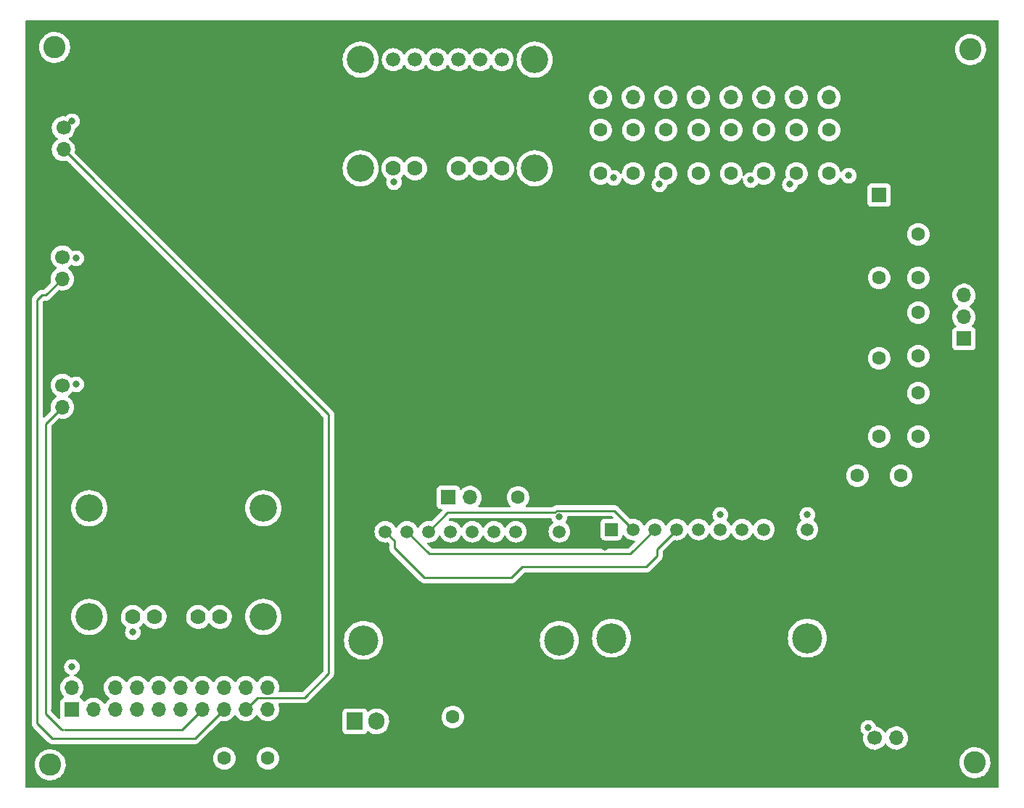
<source format=gbr>
%TF.GenerationSoftware,KiCad,Pcbnew,(6.0.0-0)*%
%TF.CreationDate,2022-10-28T11:21:16-04:00*%
%TF.ProjectId,PEC_Prognostic_Board,5045435f-5072-46f6-976e-6f737469635f,1.2*%
%TF.SameCoordinates,Original*%
%TF.FileFunction,Copper,L2,Inr*%
%TF.FilePolarity,Positive*%
%FSLAX46Y46*%
G04 Gerber Fmt 4.6, Leading zero omitted, Abs format (unit mm)*
G04 Created by KiCad (PCBNEW (6.0.0-0)) date 2022-10-28 11:21:16*
%MOMM*%
%LPD*%
G01*
G04 APERTURE LIST*
%TA.AperFunction,ComponentPad*%
%ADD10R,1.700000X1.700000*%
%TD*%
%TA.AperFunction,ComponentPad*%
%ADD11O,1.700000X1.700000*%
%TD*%
%TA.AperFunction,ComponentPad*%
%ADD12C,1.700000*%
%TD*%
%TA.AperFunction,ComponentPad*%
%ADD13C,1.600000*%
%TD*%
%TA.AperFunction,ComponentPad*%
%ADD14C,1.778000*%
%TD*%
%TA.AperFunction,ComponentPad*%
%ADD15C,3.200000*%
%TD*%
%TA.AperFunction,ComponentPad*%
%ADD16C,2.600000*%
%TD*%
%TA.AperFunction,ComponentPad*%
%ADD17R,1.508000X1.508000*%
%TD*%
%TA.AperFunction,ComponentPad*%
%ADD18C,1.508000*%
%TD*%
%TA.AperFunction,ComponentPad*%
%ADD19C,3.516000*%
%TD*%
%TA.AperFunction,ComponentPad*%
%ADD20R,1.905000X2.000000*%
%TD*%
%TA.AperFunction,ComponentPad*%
%ADD21O,1.905000X2.000000*%
%TD*%
%TA.AperFunction,ComponentPad*%
%ADD22C,1.676400*%
%TD*%
%TA.AperFunction,ViaPad*%
%ADD23C,0.800000*%
%TD*%
%TA.AperFunction,Conductor*%
%ADD24C,0.250000*%
%TD*%
G04 APERTURE END LIST*
D10*
%TO.N,GND*%
%TO.C,U9*%
X174218923Y-124379750D03*
D11*
%TO.N,CUR0*%
X171678923Y-124379750D03*
D12*
%TO.N,+5V*%
X169138923Y-124379750D03*
%TD*%
D13*
%TO.N,+5V*%
%TO.C,R1*%
X160020000Y-58415000D03*
%TO.N,TM1+*%
X160020000Y-53335000D03*
%TD*%
D14*
%TO.N,+5V*%
%TO.C,U1*%
X82543000Y-110233000D03*
%TO.N,unconnected-(U1-Pad2)*%
X85083000Y-110233000D03*
%TO.N,GND*%
X87623000Y-110233000D03*
%TO.N,SCL_5V*%
X90163000Y-110233000D03*
%TO.N,SDA_5V*%
X92703000Y-110233000D03*
D15*
%TO.N,N/C*%
X77463000Y-97533000D03*
X97783000Y-110233000D03*
X97783000Y-97533000D03*
X77463000Y-110233000D03*
%TD*%
D10*
%TO.N,GND*%
%TO.C,TH7*%
X137160000Y-46990000D03*
D11*
%TO.N,TM7+*%
X137160000Y-49530000D03*
%TD*%
D10*
%TO.N,GND*%
%TO.C,TH5*%
X144780000Y-46990000D03*
D11*
%TO.N,TM5+*%
X144780000Y-49530000D03*
%TD*%
D16*
%TO.N,N/C*%
%TO.C,REF\u002A\u002A*%
X180848000Y-127254000D03*
%TD*%
D13*
%TO.N,/VoltageReads/A2_IN*%
%TO.C,R13*%
X169672000Y-89149000D03*
%TO.N,GND*%
X169672000Y-84069000D03*
%TD*%
%TO.N,FAN_DRIV*%
%TO.C,R23*%
X93223000Y-126746000D03*
%TO.N,Net-(Q1-Pad1)*%
X98303000Y-126746000D03*
%TD*%
D10*
%TO.N,GND*%
%TO.C,TH6*%
X140970000Y-46990000D03*
D11*
%TO.N,TM6+*%
X140970000Y-49530000D03*
%TD*%
D10*
%TO.N,/VoltageReads/VREAD2*%
%TO.C,J2*%
X179578000Y-77724000D03*
D11*
%TO.N,/VoltageReads/VREAD1*%
X179578000Y-75184000D03*
%TO.N,/VoltageReads/VREAD0*%
X179578000Y-72644000D03*
%TD*%
D17*
%TO.N,GND*%
%TO.C,U4*%
X109474000Y-100266500D03*
D18*
%TO.N,/VoltageReads/A2_IN*%
X112014000Y-100266500D03*
%TO.N,/VoltageReads/A1_IN*%
X114554000Y-100266500D03*
%TO.N,/VoltageReads/A0_IN*%
X117094000Y-100266500D03*
%TO.N,unconnected-(U4-Pad5)*%
X119634000Y-100266500D03*
%TO.N,Net-(U4-Pad6)*%
X122174000Y-100266500D03*
%TO.N,SDA_5V*%
X124714000Y-100266500D03*
%TO.N,SCL_5V*%
X127254000Y-100266500D03*
%TO.N,GND*%
X129794000Y-100266500D03*
%TO.N,+5V*%
X132334000Y-100266500D03*
D19*
%TO.N,N/C*%
X132334000Y-112966500D03*
X109474000Y-112966500D03*
%TD*%
D13*
%TO.N,/VoltageReads/VREAD2*%
%TO.C,R12*%
X174244000Y-84074000D03*
%TO.N,/VoltageReads/A2_IN*%
X174244000Y-89154000D03*
%TD*%
%TO.N,/VoltageReads/A0_IN*%
%TO.C,R9*%
X169672000Y-70607000D03*
%TO.N,GND*%
X169672000Y-65527000D03*
%TD*%
%TO.N,+5V*%
%TO.C,R2*%
X156210000Y-58415000D03*
%TO.N,TM2+*%
X156210000Y-53335000D03*
%TD*%
D10*
%TO.N,/Fan/FAN-*%
%TO.C,J3*%
X119375000Y-96266000D03*
D11*
%TO.N,+12V*%
X121915000Y-96266000D03*
%TD*%
D10*
%TO.N,GND*%
%TO.C,U12*%
X74311267Y-88268923D03*
D11*
%TO.N,CUR3*%
X74311267Y-85728923D03*
D12*
%TO.N,+5V*%
X74311267Y-83188923D03*
%TD*%
D13*
%TO.N,+5V*%
%TO.C,R0*%
X163830000Y-58415000D03*
%TO.N,TM0+*%
X163830000Y-53335000D03*
%TD*%
D16*
%TO.N,N/C*%
%TO.C,REF\u002A\u002A*%
X73406000Y-43688000D03*
%TD*%
D13*
%TO.N,/VoltageReads/VREAD0*%
%TO.C,R8*%
X174244000Y-65532000D03*
%TO.N,/VoltageReads/A0_IN*%
X174244000Y-70612000D03*
%TD*%
%TO.N,/VoltageReads/VREAD1*%
%TO.C,R10*%
X174244000Y-74681000D03*
%TO.N,/VoltageReads/A1_IN*%
X174244000Y-79761000D03*
%TD*%
D10*
%TO.N,GND*%
%TO.C,U11*%
X74311267Y-73268923D03*
D11*
%TO.N,CUR2*%
X74311267Y-70728923D03*
D12*
%TO.N,+5V*%
X74311267Y-68188923D03*
%TD*%
D13*
%TO.N,+5V*%
%TO.C,R3*%
X152400000Y-58415000D03*
%TO.N,TM3+*%
X152400000Y-53335000D03*
%TD*%
D10*
%TO.N,GND*%
%TO.C,TH0*%
X163830000Y-46990000D03*
D11*
%TO.N,TM0+*%
X163830000Y-49530000D03*
%TD*%
D10*
%TO.N,GND*%
%TO.C,TH4*%
X148590000Y-46990000D03*
D11*
%TO.N,TM4+*%
X148590000Y-49530000D03*
%TD*%
D10*
%TO.N,GND*%
%TO.C,U10*%
X74444250Y-58165647D03*
D11*
%TO.N,CUR1*%
X74444250Y-55625647D03*
D12*
%TO.N,+5V*%
X74444250Y-53085647D03*
%TD*%
D20*
%TO.N,Net-(Q1-Pad1)*%
%TO.C,Q1*%
X108458000Y-122428000D03*
D21*
%TO.N,/Fan/FAN-*%
X110998000Y-122428000D03*
%TO.N,GND*%
X113538000Y-122428000D03*
%TD*%
D13*
%TO.N,Net-(U4-Pad6)*%
%TO.C,R22*%
X127513000Y-96266000D03*
%TO.N,GND*%
X132593000Y-96266000D03*
%TD*%
%TO.N,+5V*%
%TO.C,R21*%
X172212000Y-93726000D03*
%TO.N,Net-(U3-Pad6)*%
X167132000Y-93726000D03*
%TD*%
D16*
%TO.N,N/C*%
%TO.C,REF\u002A\u002A*%
X72898000Y-127508000D03*
%TD*%
D10*
%TO.N,GND*%
%TO.C,TH3*%
X152400000Y-46990000D03*
D11*
%TO.N,TM3+*%
X152400000Y-49530000D03*
%TD*%
D16*
%TO.N,N/C*%
%TO.C,REF\u002A\u002A*%
X180340000Y-43942000D03*
%TD*%
D10*
%TO.N,SCL_5V*%
%TO.C,J1*%
X75420000Y-121040000D03*
D11*
%TO.N,+5V*%
X75420000Y-118500000D03*
%TO.N,SDA_5V*%
X77960000Y-121040000D03*
%TO.N,GND*%
X77960000Y-118500000D03*
%TO.N,unconnected-(J1-Pad5)*%
X80500000Y-121040000D03*
%TO.N,TM7+*%
X80500000Y-118500000D03*
%TO.N,unconnected-(J1-Pad7)*%
X83040000Y-121040000D03*
%TO.N,TM6+*%
X83040000Y-118500000D03*
%TO.N,FAN_DRIV*%
X85580000Y-121040000D03*
%TO.N,TM5+*%
X85580000Y-118500000D03*
%TO.N,IMU_INT*%
X88120000Y-121040000D03*
%TO.N,TM4+*%
X88120000Y-118500000D03*
%TO.N,CUR3*%
X90660000Y-121040000D03*
%TO.N,TM3+*%
X90660000Y-118500000D03*
%TO.N,CUR2*%
X93200000Y-121040000D03*
%TO.N,TM2+*%
X93200000Y-118500000D03*
%TO.N,CUR1*%
X95740000Y-121040000D03*
%TO.N,TM1+*%
X95740000Y-118500000D03*
%TO.N,CUR0*%
X98280000Y-121040000D03*
%TO.N,TM0+*%
X98280000Y-118500000D03*
%TD*%
D10*
%TO.N,GND*%
%TO.C,TH1*%
X160020000Y-46990000D03*
D11*
%TO.N,TM1+*%
X160020000Y-49530000D03*
%TD*%
D17*
%TO.N,+12V*%
%TO.C,U3*%
X138430000Y-100012500D03*
D18*
%TO.N,/VoltageReads/A0_IN*%
X140970000Y-100012500D03*
%TO.N,/VoltageReads/A1_IN*%
X143510000Y-100012500D03*
%TO.N,/VoltageReads/A2_IN*%
X146050000Y-100012500D03*
%TO.N,unconnected-(U3-Pad5)*%
X148590000Y-100012500D03*
%TO.N,Net-(U3-Pad6)*%
X151130000Y-100012500D03*
%TO.N,SDA_5V*%
X153670000Y-100012500D03*
%TO.N,SCL_5V*%
X156210000Y-100012500D03*
%TO.N,GND*%
X158750000Y-100012500D03*
%TO.N,+5V*%
X161290000Y-100012500D03*
D19*
%TO.N,N/C*%
X161290000Y-112712500D03*
X138430000Y-112712500D03*
%TD*%
D14*
%TO.N,+5V*%
%TO.C,U2*%
X112953000Y-57828000D03*
%TO.N,unconnected-(U2-Pad1)*%
X115493000Y-57828000D03*
%TO.N,GND*%
X118033000Y-57828000D03*
%TO.N,SCL_5V*%
X120573000Y-57828000D03*
%TO.N,SDA_5V*%
X123113000Y-57828000D03*
%TO.N,IMU_INT*%
X125653000Y-57828000D03*
D22*
%TO.N,N/C*%
X112953000Y-45128000D03*
X115493000Y-45128000D03*
X118033000Y-45128000D03*
X120573000Y-45128000D03*
X123113000Y-45128000D03*
X125653000Y-45128000D03*
D15*
X129463000Y-57828000D03*
X109143000Y-45128000D03*
X129463000Y-45128000D03*
X109143000Y-57828000D03*
%TD*%
D10*
%TO.N,GND*%
%TO.C,TH2*%
X156210000Y-46990000D03*
D11*
%TO.N,TM2+*%
X156210000Y-49530000D03*
%TD*%
D13*
%TO.N,Net-(Q1-Pad1)*%
%TO.C,R20*%
X119893000Y-121920000D03*
%TO.N,GND*%
X124973000Y-121920000D03*
%TD*%
%TO.N,+5V*%
%TO.C,R5*%
X144780000Y-58415000D03*
%TO.N,TM5+*%
X144780000Y-53335000D03*
%TD*%
%TO.N,+5V*%
%TO.C,R4*%
X148590000Y-58415000D03*
%TO.N,TM4+*%
X148590000Y-53335000D03*
%TD*%
%TO.N,+5V*%
%TO.C,R6*%
X140970000Y-58415000D03*
%TO.N,TM6+*%
X140970000Y-53335000D03*
%TD*%
%TO.N,/VoltageReads/A1_IN*%
%TO.C,R11*%
X169672000Y-80005000D03*
%TO.N,GND*%
X169672000Y-74925000D03*
%TD*%
D10*
%TO.N,+12V*%
%TO.C,J4*%
X169672000Y-60960000D03*
%TD*%
D13*
%TO.N,+5V*%
%TO.C,R7*%
X137160000Y-58420000D03*
%TO.N,TM7+*%
X137160000Y-53340000D03*
%TD*%
D23*
%TO.N,+5V*%
X159258000Y-59690000D03*
X151130000Y-98298000D03*
X75946000Y-83058000D03*
X132334000Y-98552000D03*
X75438000Y-116078000D03*
X154686000Y-59182000D03*
X113030000Y-59436000D03*
X75946000Y-68326000D03*
X168402000Y-123190000D03*
X161290000Y-98298000D03*
X82550000Y-112014000D03*
X144018000Y-59690000D03*
X75438000Y-52324000D03*
X138684000Y-58928000D03*
X166116000Y-58674000D03*
%TO.N,GND*%
X154940000Y-88900000D03*
X148590000Y-76200000D03*
X73406000Y-121158000D03*
X144780000Y-95504000D03*
X133096000Y-106934000D03*
X75692000Y-112268000D03*
X137668000Y-102108000D03*
X116332000Y-106934000D03*
X144018000Y-71882000D03*
X147320000Y-102108000D03*
X129794000Y-60960000D03*
X119380000Y-108204000D03*
X154940000Y-95758000D03*
%TD*%
D24*
%TO.N,CUR3*%
X74104500Y-123253500D02*
X74295000Y-123444000D01*
X74295000Y-123444000D02*
X74422000Y-123444000D01*
X72390000Y-87650190D02*
X72390000Y-121539000D01*
X74104500Y-123253500D02*
X74168000Y-123317000D01*
X74538960Y-123444000D02*
X88256000Y-123444000D01*
X74311267Y-85728923D02*
X72390000Y-87650190D01*
X72390000Y-121539000D02*
X74104500Y-123253500D01*
X88256000Y-123444000D02*
X90660000Y-121040000D01*
%TO.N,CUR2*%
X72394478Y-72645712D02*
X71912434Y-72645712D01*
X89780000Y-124460000D02*
X93200000Y-121040000D01*
X71374000Y-73184146D02*
X71374000Y-122682000D01*
X74311267Y-70728923D02*
X72394478Y-72645712D01*
X73152000Y-124460000D02*
X89780000Y-124460000D01*
X71374000Y-122682000D02*
X73152000Y-124460000D01*
X71912434Y-72645712D02*
X71374000Y-73184146D01*
%TO.N,CUR1*%
X97105489Y-119674511D02*
X95740000Y-121040000D01*
X105410000Y-86591397D02*
X105410000Y-116840000D01*
X102575489Y-119674511D02*
X97105489Y-119674511D01*
X74444250Y-55625647D02*
X105410000Y-86591397D01*
X105410000Y-116840000D02*
X102575489Y-119674511D01*
%TO.N,/VoltageReads/A0_IN*%
X117094000Y-100266500D02*
X119316500Y-98044000D01*
X131817386Y-98044000D02*
X132033897Y-97827489D01*
X119316500Y-98044000D02*
X131817386Y-98044000D01*
X138784989Y-97827489D02*
X140970000Y-100012500D01*
X132033897Y-97827489D02*
X138784989Y-97827489D01*
%TO.N,/VoltageReads/A1_IN*%
X140652500Y-102870000D02*
X117157500Y-102870000D01*
X143510000Y-100012500D02*
X140652500Y-102870000D01*
X117157500Y-102870000D02*
X114554000Y-100266500D01*
%TO.N,/VoltageReads/A2_IN*%
X143764000Y-102298500D02*
X143764000Y-103124000D01*
X113092511Y-101345011D02*
X112014000Y-100266500D01*
X128016000Y-104394000D02*
X126746000Y-105664000D01*
X126746000Y-105664000D02*
X116586000Y-105664000D01*
X116586000Y-105664000D02*
X113092511Y-102170511D01*
X146050000Y-100012500D02*
X143764000Y-102298500D01*
X113092511Y-102170511D02*
X113092511Y-101345011D01*
X142494000Y-104394000D02*
X128016000Y-104394000D01*
X143764000Y-103124000D02*
X142494000Y-104394000D01*
%TD*%
%TA.AperFunction,Conductor*%
%TO.N,GND*%
G36*
X183584121Y-40528002D02*
G01*
X183630614Y-40581658D01*
X183642000Y-40634000D01*
X183642000Y-130056000D01*
X183621998Y-130124121D01*
X183568342Y-130170614D01*
X183516000Y-130182000D01*
X70134000Y-130182000D01*
X70065879Y-130161998D01*
X70019386Y-130108342D01*
X70008000Y-130056000D01*
X70008000Y-127460526D01*
X71085050Y-127460526D01*
X71085274Y-127465192D01*
X71085274Y-127465197D01*
X71085746Y-127475019D01*
X71097947Y-127729019D01*
X71098859Y-127733604D01*
X71099864Y-127738656D01*
X71150388Y-127992656D01*
X71241220Y-128245646D01*
X71368450Y-128482431D01*
X71371241Y-128486168D01*
X71371245Y-128486175D01*
X71452887Y-128595506D01*
X71529281Y-128697810D01*
X71532590Y-128701090D01*
X71532595Y-128701096D01*
X71695573Y-128862657D01*
X71720180Y-128887050D01*
X71723942Y-128889808D01*
X71723945Y-128889811D01*
X71836299Y-128972192D01*
X71936954Y-129045995D01*
X71941089Y-129048171D01*
X71941093Y-129048173D01*
X72170698Y-129168975D01*
X72174840Y-129171154D01*
X72428613Y-129259775D01*
X72433206Y-129260647D01*
X72688109Y-129309042D01*
X72688112Y-129309042D01*
X72692698Y-129309913D01*
X72820370Y-129314929D01*
X72956625Y-129320283D01*
X72956630Y-129320283D01*
X72961293Y-129320466D01*
X73065607Y-129309042D01*
X73223844Y-129291713D01*
X73223850Y-129291712D01*
X73228497Y-129291203D01*
X73233021Y-129290012D01*
X73483918Y-129223956D01*
X73483920Y-129223955D01*
X73488441Y-129222765D01*
X73492738Y-129220919D01*
X73731120Y-129118502D01*
X73731122Y-129118501D01*
X73735414Y-129116657D01*
X73865735Y-129036012D01*
X73960017Y-128977669D01*
X73960021Y-128977666D01*
X73963990Y-128975210D01*
X74169149Y-128801530D01*
X74346382Y-128599434D01*
X74377826Y-128550550D01*
X74489269Y-128377291D01*
X74491797Y-128373361D01*
X74602199Y-128128278D01*
X74603469Y-128123775D01*
X74673893Y-127874072D01*
X74673894Y-127874069D01*
X74675163Y-127869568D01*
X74693043Y-127729019D01*
X74708688Y-127606045D01*
X74708688Y-127606041D01*
X74709086Y-127602915D01*
X74709315Y-127594197D01*
X74711488Y-127511160D01*
X74711571Y-127508000D01*
X74691650Y-127239937D01*
X74683037Y-127201872D01*
X74633361Y-126982331D01*
X74633360Y-126982326D01*
X74632327Y-126977763D01*
X74542198Y-126746000D01*
X91909502Y-126746000D01*
X91929457Y-126974087D01*
X91930881Y-126979400D01*
X91930881Y-126979402D01*
X91933880Y-126990592D01*
X91988716Y-127195243D01*
X91991039Y-127200224D01*
X91991039Y-127200225D01*
X92083151Y-127397762D01*
X92083154Y-127397767D01*
X92085477Y-127402749D01*
X92216802Y-127590300D01*
X92378700Y-127752198D01*
X92383208Y-127755355D01*
X92383211Y-127755357D01*
X92461389Y-127810098D01*
X92566251Y-127883523D01*
X92571233Y-127885846D01*
X92571238Y-127885849D01*
X92768775Y-127977961D01*
X92773757Y-127980284D01*
X92779065Y-127981706D01*
X92779067Y-127981707D01*
X92989598Y-128038119D01*
X92989600Y-128038119D01*
X92994913Y-128039543D01*
X93223000Y-128059498D01*
X93451087Y-128039543D01*
X93456400Y-128038119D01*
X93456402Y-128038119D01*
X93666933Y-127981707D01*
X93666935Y-127981706D01*
X93672243Y-127980284D01*
X93677225Y-127977961D01*
X93874762Y-127885849D01*
X93874767Y-127885846D01*
X93879749Y-127883523D01*
X93984611Y-127810098D01*
X94062789Y-127755357D01*
X94062792Y-127755355D01*
X94067300Y-127752198D01*
X94229198Y-127590300D01*
X94360523Y-127402749D01*
X94362846Y-127397767D01*
X94362849Y-127397762D01*
X94454961Y-127200225D01*
X94454961Y-127200224D01*
X94457284Y-127195243D01*
X94512121Y-126990592D01*
X94515119Y-126979402D01*
X94515119Y-126979400D01*
X94516543Y-126974087D01*
X94536498Y-126746000D01*
X96989502Y-126746000D01*
X97009457Y-126974087D01*
X97010881Y-126979400D01*
X97010881Y-126979402D01*
X97013880Y-126990592D01*
X97068716Y-127195243D01*
X97071039Y-127200224D01*
X97071039Y-127200225D01*
X97163151Y-127397762D01*
X97163154Y-127397767D01*
X97165477Y-127402749D01*
X97296802Y-127590300D01*
X97458700Y-127752198D01*
X97463208Y-127755355D01*
X97463211Y-127755357D01*
X97541389Y-127810098D01*
X97646251Y-127883523D01*
X97651233Y-127885846D01*
X97651238Y-127885849D01*
X97848775Y-127977961D01*
X97853757Y-127980284D01*
X97859065Y-127981706D01*
X97859067Y-127981707D01*
X98069598Y-128038119D01*
X98069600Y-128038119D01*
X98074913Y-128039543D01*
X98303000Y-128059498D01*
X98531087Y-128039543D01*
X98536400Y-128038119D01*
X98536402Y-128038119D01*
X98746933Y-127981707D01*
X98746935Y-127981706D01*
X98752243Y-127980284D01*
X98757225Y-127977961D01*
X98954762Y-127885849D01*
X98954767Y-127885846D01*
X98959749Y-127883523D01*
X99064611Y-127810098D01*
X99142789Y-127755357D01*
X99142792Y-127755355D01*
X99147300Y-127752198D01*
X99309198Y-127590300D01*
X99440523Y-127402749D01*
X99442846Y-127397767D01*
X99442849Y-127397762D01*
X99532023Y-127206526D01*
X179035050Y-127206526D01*
X179047947Y-127475019D01*
X179100388Y-127738656D01*
X179191220Y-127991646D01*
X179193432Y-127995762D01*
X179193433Y-127995765D01*
X179266927Y-128132542D01*
X179318450Y-128228431D01*
X179321241Y-128232168D01*
X179321245Y-128232175D01*
X179402887Y-128341506D01*
X179479281Y-128443810D01*
X179482590Y-128447090D01*
X179482595Y-128447096D01*
X179632307Y-128595506D01*
X179670180Y-128633050D01*
X179673942Y-128635808D01*
X179673945Y-128635811D01*
X179762983Y-128701096D01*
X179886954Y-128791995D01*
X179891089Y-128794171D01*
X179891093Y-128794173D01*
X180120698Y-128914975D01*
X180124840Y-128917154D01*
X180267346Y-128966919D01*
X180282446Y-128972192D01*
X180378613Y-129005775D01*
X180383206Y-129006647D01*
X180638109Y-129055042D01*
X180638112Y-129055042D01*
X180642698Y-129055913D01*
X180770370Y-129060929D01*
X180906625Y-129066283D01*
X180906630Y-129066283D01*
X180911293Y-129066466D01*
X181015607Y-129055042D01*
X181173844Y-129037713D01*
X181173850Y-129037712D01*
X181178497Y-129037203D01*
X181183021Y-129036012D01*
X181433918Y-128969956D01*
X181433920Y-128969955D01*
X181438441Y-128968765D01*
X181442738Y-128966919D01*
X181681120Y-128864502D01*
X181681122Y-128864501D01*
X181685414Y-128862657D01*
X181804071Y-128789230D01*
X181910017Y-128723669D01*
X181910021Y-128723666D01*
X181913990Y-128721210D01*
X182119149Y-128547530D01*
X182296382Y-128345434D01*
X182357919Y-128249765D01*
X182439269Y-128123291D01*
X182441797Y-128119361D01*
X182552199Y-127874278D01*
X182589209Y-127743051D01*
X182623893Y-127620072D01*
X182623894Y-127620069D01*
X182625163Y-127615568D01*
X182643043Y-127475019D01*
X182658688Y-127352045D01*
X182658688Y-127352041D01*
X182659086Y-127348915D01*
X182661571Y-127254000D01*
X182657390Y-127197735D01*
X182641996Y-126990592D01*
X182641996Y-126990591D01*
X182641650Y-126985937D01*
X182640619Y-126981379D01*
X182583361Y-126728331D01*
X182583360Y-126728326D01*
X182582327Y-126723763D01*
X182484902Y-126473238D01*
X182351518Y-126239864D01*
X182185105Y-126028769D01*
X181989317Y-125844591D01*
X181783891Y-125702081D01*
X181772299Y-125694039D01*
X181772296Y-125694037D01*
X181768457Y-125691374D01*
X181759456Y-125686935D01*
X181531564Y-125574551D01*
X181531561Y-125574550D01*
X181527376Y-125572486D01*
X181479745Y-125557239D01*
X181337530Y-125511716D01*
X181271370Y-125490538D01*
X181266763Y-125489788D01*
X181266760Y-125489787D01*
X181010674Y-125448081D01*
X181010675Y-125448081D01*
X181006063Y-125447330D01*
X180875719Y-125445624D01*
X180741961Y-125443873D01*
X180741958Y-125443873D01*
X180737284Y-125443812D01*
X180470937Y-125480060D01*
X180212874Y-125555278D01*
X179968763Y-125667815D01*
X179964854Y-125670378D01*
X179747881Y-125812631D01*
X179747876Y-125812635D01*
X179743968Y-125815197D01*
X179740476Y-125818314D01*
X179626706Y-125919858D01*
X179543426Y-125994188D01*
X179371544Y-126200854D01*
X179232096Y-126430656D01*
X179230287Y-126434970D01*
X179230285Y-126434974D01*
X179215942Y-126469179D01*
X179128148Y-126678545D01*
X179061981Y-126939077D01*
X179035050Y-127206526D01*
X99532023Y-127206526D01*
X99534961Y-127200225D01*
X99534961Y-127200224D01*
X99537284Y-127195243D01*
X99592121Y-126990592D01*
X99595119Y-126979402D01*
X99595119Y-126979400D01*
X99596543Y-126974087D01*
X99616498Y-126746000D01*
X99596543Y-126517913D01*
X99595119Y-126512598D01*
X99538707Y-126302067D01*
X99538706Y-126302065D01*
X99537284Y-126296757D01*
X99490888Y-126197260D01*
X99442849Y-126094238D01*
X99442846Y-126094233D01*
X99440523Y-126089251D01*
X99338331Y-125943306D01*
X99312357Y-125906211D01*
X99312355Y-125906208D01*
X99309198Y-125901700D01*
X99147300Y-125739802D01*
X99142792Y-125736645D01*
X99142789Y-125736643D01*
X99064611Y-125681902D01*
X98959749Y-125608477D01*
X98954767Y-125606154D01*
X98954762Y-125606151D01*
X98757225Y-125514039D01*
X98757224Y-125514039D01*
X98752243Y-125511716D01*
X98746935Y-125510294D01*
X98746933Y-125510293D01*
X98536402Y-125453881D01*
X98536400Y-125453881D01*
X98531087Y-125452457D01*
X98303000Y-125432502D01*
X98074913Y-125452457D01*
X98069600Y-125453881D01*
X98069598Y-125453881D01*
X97859067Y-125510293D01*
X97859065Y-125510294D01*
X97853757Y-125511716D01*
X97848776Y-125514039D01*
X97848775Y-125514039D01*
X97651238Y-125606151D01*
X97651233Y-125606154D01*
X97646251Y-125608477D01*
X97541389Y-125681902D01*
X97463211Y-125736643D01*
X97463208Y-125736645D01*
X97458700Y-125739802D01*
X97296802Y-125901700D01*
X97293645Y-125906208D01*
X97293643Y-125906211D01*
X97267669Y-125943306D01*
X97165477Y-126089251D01*
X97163154Y-126094233D01*
X97163151Y-126094238D01*
X97115112Y-126197260D01*
X97068716Y-126296757D01*
X97067294Y-126302065D01*
X97067293Y-126302067D01*
X97010881Y-126512598D01*
X97009457Y-126517913D01*
X96989502Y-126746000D01*
X94536498Y-126746000D01*
X94516543Y-126517913D01*
X94515119Y-126512598D01*
X94458707Y-126302067D01*
X94458706Y-126302065D01*
X94457284Y-126296757D01*
X94410888Y-126197260D01*
X94362849Y-126094238D01*
X94362846Y-126094233D01*
X94360523Y-126089251D01*
X94258331Y-125943306D01*
X94232357Y-125906211D01*
X94232355Y-125906208D01*
X94229198Y-125901700D01*
X94067300Y-125739802D01*
X94062792Y-125736645D01*
X94062789Y-125736643D01*
X93984611Y-125681902D01*
X93879749Y-125608477D01*
X93874767Y-125606154D01*
X93874762Y-125606151D01*
X93677225Y-125514039D01*
X93677224Y-125514039D01*
X93672243Y-125511716D01*
X93666935Y-125510294D01*
X93666933Y-125510293D01*
X93456402Y-125453881D01*
X93456400Y-125453881D01*
X93451087Y-125452457D01*
X93223000Y-125432502D01*
X92994913Y-125452457D01*
X92989600Y-125453881D01*
X92989598Y-125453881D01*
X92779067Y-125510293D01*
X92779065Y-125510294D01*
X92773757Y-125511716D01*
X92768776Y-125514039D01*
X92768775Y-125514039D01*
X92571238Y-125606151D01*
X92571233Y-125606154D01*
X92566251Y-125608477D01*
X92461389Y-125681902D01*
X92383211Y-125736643D01*
X92383208Y-125736645D01*
X92378700Y-125739802D01*
X92216802Y-125901700D01*
X92213645Y-125906208D01*
X92213643Y-125906211D01*
X92187669Y-125943306D01*
X92085477Y-126089251D01*
X92083154Y-126094233D01*
X92083151Y-126094238D01*
X92035112Y-126197260D01*
X91988716Y-126296757D01*
X91987294Y-126302065D01*
X91987293Y-126302067D01*
X91930881Y-126512598D01*
X91929457Y-126517913D01*
X91909502Y-126746000D01*
X74542198Y-126746000D01*
X74534902Y-126727238D01*
X74401518Y-126493864D01*
X74388691Y-126477592D01*
X74246132Y-126296757D01*
X74235105Y-126282769D01*
X74039317Y-126098591D01*
X73818457Y-125945374D01*
X73814264Y-125943306D01*
X73581564Y-125828551D01*
X73581561Y-125828550D01*
X73577376Y-125826486D01*
X73529745Y-125811239D01*
X73475621Y-125793914D01*
X73321370Y-125744538D01*
X73316763Y-125743788D01*
X73316760Y-125743787D01*
X73060674Y-125702081D01*
X73060675Y-125702081D01*
X73056063Y-125701330D01*
X72925719Y-125699624D01*
X72791961Y-125697873D01*
X72791958Y-125697873D01*
X72787284Y-125697812D01*
X72520937Y-125734060D01*
X72516451Y-125735368D01*
X72516449Y-125735368D01*
X72496049Y-125741314D01*
X72262874Y-125809278D01*
X72018763Y-125921815D01*
X72014854Y-125924378D01*
X71797881Y-126066631D01*
X71797876Y-126066635D01*
X71793968Y-126069197D01*
X71765912Y-126094238D01*
X71598206Y-126243922D01*
X71593426Y-126248188D01*
X71421544Y-126454854D01*
X71282096Y-126684656D01*
X71280287Y-126688970D01*
X71280285Y-126688974D01*
X71179957Y-126928231D01*
X71178148Y-126932545D01*
X71111981Y-127193077D01*
X71085050Y-127460526D01*
X70008000Y-127460526D01*
X70008000Y-73164089D01*
X70735780Y-73164089D01*
X70736526Y-73171981D01*
X70739941Y-73208107D01*
X70740500Y-73219965D01*
X70740500Y-122603233D01*
X70739973Y-122614416D01*
X70738298Y-122621909D01*
X70738547Y-122629835D01*
X70738547Y-122629836D01*
X70740438Y-122689986D01*
X70740500Y-122693945D01*
X70740500Y-122721856D01*
X70740997Y-122725790D01*
X70740997Y-122725791D01*
X70741005Y-122725856D01*
X70741938Y-122737693D01*
X70743327Y-122781889D01*
X70748978Y-122801339D01*
X70752987Y-122820700D01*
X70755526Y-122840797D01*
X70758445Y-122848168D01*
X70758445Y-122848170D01*
X70771804Y-122881912D01*
X70775649Y-122893142D01*
X70785771Y-122927983D01*
X70787982Y-122935593D01*
X70792015Y-122942412D01*
X70792017Y-122942417D01*
X70798293Y-122953028D01*
X70806988Y-122970776D01*
X70814448Y-122989617D01*
X70819110Y-122996033D01*
X70819110Y-122996034D01*
X70840436Y-123025387D01*
X70846952Y-123035307D01*
X70860091Y-123057523D01*
X70869458Y-123073362D01*
X70883779Y-123087683D01*
X70896619Y-123102716D01*
X70908528Y-123119107D01*
X70927331Y-123134662D01*
X70942605Y-123147298D01*
X70951384Y-123155288D01*
X72648343Y-124852247D01*
X72655887Y-124860537D01*
X72660000Y-124867018D01*
X72665777Y-124872443D01*
X72709667Y-124913658D01*
X72712509Y-124916413D01*
X72732231Y-124936135D01*
X72735373Y-124938572D01*
X72735433Y-124938619D01*
X72744445Y-124946317D01*
X72757878Y-124958931D01*
X72776679Y-124976586D01*
X72783622Y-124980403D01*
X72794431Y-124986345D01*
X72810953Y-124997198D01*
X72826959Y-125009614D01*
X72834237Y-125012764D01*
X72834238Y-125012764D01*
X72867537Y-125027174D01*
X72878187Y-125032391D01*
X72916940Y-125053695D01*
X72924615Y-125055666D01*
X72924616Y-125055666D01*
X72936562Y-125058733D01*
X72955267Y-125065137D01*
X72973855Y-125073181D01*
X72981678Y-125074420D01*
X72981688Y-125074423D01*
X73017524Y-125080099D01*
X73029144Y-125082505D01*
X73060959Y-125090673D01*
X73071970Y-125093500D01*
X73092224Y-125093500D01*
X73111934Y-125095051D01*
X73131943Y-125098220D01*
X73139835Y-125097474D01*
X73158580Y-125095702D01*
X73175962Y-125094059D01*
X73187819Y-125093500D01*
X89701233Y-125093500D01*
X89712416Y-125094027D01*
X89719909Y-125095702D01*
X89727835Y-125095453D01*
X89727836Y-125095453D01*
X89787986Y-125093562D01*
X89791945Y-125093500D01*
X89819856Y-125093500D01*
X89823791Y-125093003D01*
X89823856Y-125092995D01*
X89835693Y-125092062D01*
X89867951Y-125091048D01*
X89871970Y-125090922D01*
X89879889Y-125090673D01*
X89899343Y-125085021D01*
X89918700Y-125081013D01*
X89930930Y-125079468D01*
X89930931Y-125079468D01*
X89938797Y-125078474D01*
X89946168Y-125075555D01*
X89946170Y-125075555D01*
X89979912Y-125062196D01*
X89991142Y-125058351D01*
X90025983Y-125048229D01*
X90025984Y-125048229D01*
X90033593Y-125046018D01*
X90040412Y-125041985D01*
X90040417Y-125041983D01*
X90051028Y-125035707D01*
X90068776Y-125027012D01*
X90087617Y-125019552D01*
X90123387Y-124993564D01*
X90133307Y-124987048D01*
X90164535Y-124968580D01*
X90164538Y-124968578D01*
X90171362Y-124964542D01*
X90185683Y-124950221D01*
X90200717Y-124937380D01*
X90202431Y-124936135D01*
X90217107Y-124925472D01*
X90245298Y-124891395D01*
X90253288Y-124882616D01*
X91659770Y-123476134D01*
X106997000Y-123476134D01*
X107003755Y-123538316D01*
X107054885Y-123674705D01*
X107142239Y-123791261D01*
X107258795Y-123878615D01*
X107395184Y-123929745D01*
X107457366Y-123936500D01*
X109458634Y-123936500D01*
X109520816Y-123929745D01*
X109657205Y-123878615D01*
X109773761Y-123791261D01*
X109861115Y-123674705D01*
X109868573Y-123654811D01*
X109911213Y-123598047D01*
X109977774Y-123573346D01*
X110047123Y-123588553D01*
X110064647Y-123600158D01*
X110182670Y-123693367D01*
X110182675Y-123693370D01*
X110186724Y-123696568D01*
X110191240Y-123699061D01*
X110191243Y-123699063D01*
X110392526Y-123810177D01*
X110392530Y-123810179D01*
X110397050Y-123812674D01*
X110401919Y-123814398D01*
X110401923Y-123814400D01*
X110618640Y-123891144D01*
X110618644Y-123891145D01*
X110623515Y-123892870D01*
X110628608Y-123893777D01*
X110628611Y-123893778D01*
X110854948Y-123934095D01*
X110854954Y-123934096D01*
X110860037Y-123935001D01*
X110947400Y-123936068D01*
X111095093Y-123937873D01*
X111095095Y-123937873D01*
X111100263Y-123937936D01*
X111337744Y-123901596D01*
X111452914Y-123863953D01*
X111561183Y-123828566D01*
X111561189Y-123828563D01*
X111566101Y-123826958D01*
X111570687Y-123824571D01*
X111570691Y-123824569D01*
X111774607Y-123718416D01*
X111779200Y-123716025D01*
X111971320Y-123571777D01*
X112137301Y-123398088D01*
X112254517Y-123226257D01*
X112269774Y-123203891D01*
X112269775Y-123203890D01*
X112272686Y-123199622D01*
X112277153Y-123190000D01*
X112371658Y-122986405D01*
X112371659Y-122986401D01*
X112373837Y-122981710D01*
X112438040Y-122750202D01*
X112444052Y-122693945D01*
X112458644Y-122557407D01*
X112458644Y-122557399D01*
X112459000Y-122554072D01*
X112459000Y-122319598D01*
X112458266Y-122310661D01*
X112449816Y-122207892D01*
X112444322Y-122141063D01*
X112388794Y-121920000D01*
X118579502Y-121920000D01*
X118599457Y-122148087D01*
X118600881Y-122153400D01*
X118600881Y-122153402D01*
X118656685Y-122361662D01*
X118658716Y-122369243D01*
X118661039Y-122374224D01*
X118661039Y-122374225D01*
X118753151Y-122571762D01*
X118753154Y-122571767D01*
X118755477Y-122576749D01*
X118792649Y-122629836D01*
X118880420Y-122755185D01*
X118886802Y-122764300D01*
X119048700Y-122926198D01*
X119053208Y-122929355D01*
X119053211Y-122929357D01*
X119120850Y-122976718D01*
X119236251Y-123057523D01*
X119241233Y-123059846D01*
X119241238Y-123059849D01*
X119438775Y-123151961D01*
X119443757Y-123154284D01*
X119449065Y-123155706D01*
X119449067Y-123155707D01*
X119659598Y-123212119D01*
X119659600Y-123212119D01*
X119664913Y-123213543D01*
X119893000Y-123233498D01*
X120121087Y-123213543D01*
X120126400Y-123212119D01*
X120126402Y-123212119D01*
X120208951Y-123190000D01*
X167488496Y-123190000D01*
X167489186Y-123196565D01*
X167506078Y-123357280D01*
X167508458Y-123379928D01*
X167567473Y-123561556D01*
X167662960Y-123726944D01*
X167667378Y-123731851D01*
X167667379Y-123731852D01*
X167754461Y-123828566D01*
X167790747Y-123868866D01*
X167796096Y-123872752D01*
X167797032Y-123873595D01*
X167834272Y-123934041D01*
X167834139Y-124000903D01*
X167799912Y-124124320D01*
X167776174Y-124346445D01*
X167776471Y-124351598D01*
X167776471Y-124351601D01*
X167781934Y-124446340D01*
X167789033Y-124569465D01*
X167790170Y-124574511D01*
X167790171Y-124574517D01*
X167810042Y-124662689D01*
X167838145Y-124787389D01*
X167922189Y-124994366D01*
X167959754Y-125055666D01*
X168036214Y-125180438D01*
X168038910Y-125184838D01*
X168185173Y-125353688D01*
X168298870Y-125448081D01*
X168338965Y-125481368D01*
X168357049Y-125496382D01*
X168549923Y-125609088D01*
X168758615Y-125688780D01*
X168763683Y-125689811D01*
X168763686Y-125689812D01*
X168870940Y-125711633D01*
X168977520Y-125733317D01*
X168982695Y-125733507D01*
X168982697Y-125733507D01*
X169195596Y-125741314D01*
X169195600Y-125741314D01*
X169200760Y-125741503D01*
X169205880Y-125740847D01*
X169205882Y-125740847D01*
X169417211Y-125713775D01*
X169417212Y-125713775D01*
X169422339Y-125713118D01*
X169459127Y-125702081D01*
X169631352Y-125650411D01*
X169631357Y-125650409D01*
X169636307Y-125648924D01*
X169836917Y-125550646D01*
X170018783Y-125420923D01*
X170177019Y-125263239D01*
X170236517Y-125180439D01*
X170307376Y-125081827D01*
X170308699Y-125082778D01*
X170355568Y-125039607D01*
X170425503Y-125027375D01*
X170490949Y-125054894D01*
X170518798Y-125086744D01*
X170525071Y-125096980D01*
X170578910Y-125184838D01*
X170725173Y-125353688D01*
X170838870Y-125448081D01*
X170878965Y-125481368D01*
X170897049Y-125496382D01*
X171089923Y-125609088D01*
X171298615Y-125688780D01*
X171303683Y-125689811D01*
X171303686Y-125689812D01*
X171410940Y-125711633D01*
X171517520Y-125733317D01*
X171522695Y-125733507D01*
X171522697Y-125733507D01*
X171735596Y-125741314D01*
X171735600Y-125741314D01*
X171740760Y-125741503D01*
X171745880Y-125740847D01*
X171745882Y-125740847D01*
X171957211Y-125713775D01*
X171957212Y-125713775D01*
X171962339Y-125713118D01*
X171999127Y-125702081D01*
X172171352Y-125650411D01*
X172171357Y-125650409D01*
X172176307Y-125648924D01*
X172376917Y-125550646D01*
X172558783Y-125420923D01*
X172717019Y-125263239D01*
X172776517Y-125180439D01*
X172844358Y-125086027D01*
X172847376Y-125081827D01*
X172851036Y-125074423D01*
X172944059Y-124886203D01*
X172944060Y-124886201D01*
X172946353Y-124881561D01*
X173011293Y-124667819D01*
X173040452Y-124446340D01*
X173042079Y-124379750D01*
X173023775Y-124157111D01*
X172969354Y-123940452D01*
X172880277Y-123735590D01*
X172792662Y-123600158D01*
X172761745Y-123552367D01*
X172761743Y-123552364D01*
X172758937Y-123548027D01*
X172608593Y-123382801D01*
X172604542Y-123379602D01*
X172604538Y-123379598D01*
X172437337Y-123247550D01*
X172437333Y-123247548D01*
X172433282Y-123244348D01*
X172412760Y-123233019D01*
X172359994Y-123203891D01*
X172237712Y-123136388D01*
X172232843Y-123134664D01*
X172232839Y-123134662D01*
X172032010Y-123063545D01*
X172032006Y-123063544D01*
X172027135Y-123061819D01*
X172022042Y-123060912D01*
X172022039Y-123060911D01*
X171812296Y-123023550D01*
X171812290Y-123023549D01*
X171807207Y-123022644D01*
X171733375Y-123021742D01*
X171589004Y-123019978D01*
X171589002Y-123019978D01*
X171583834Y-123019915D01*
X171363014Y-123053705D01*
X171150679Y-123123107D01*
X171120366Y-123138887D01*
X170995495Y-123203891D01*
X170952530Y-123226257D01*
X170948397Y-123229360D01*
X170948394Y-123229362D01*
X170924170Y-123247550D01*
X170773888Y-123360385D01*
X170770316Y-123364123D01*
X170663276Y-123476134D01*
X170619552Y-123521888D01*
X170512124Y-123679371D01*
X170457216Y-123724371D01*
X170386691Y-123732542D01*
X170322944Y-123701288D01*
X170302247Y-123676804D01*
X170221745Y-123552367D01*
X170221743Y-123552364D01*
X170218937Y-123548027D01*
X170068593Y-123382801D01*
X170064542Y-123379602D01*
X170064538Y-123379598D01*
X169897337Y-123247550D01*
X169897333Y-123247548D01*
X169893282Y-123244348D01*
X169872760Y-123233019D01*
X169819994Y-123203891D01*
X169697712Y-123136388D01*
X169692843Y-123134664D01*
X169692839Y-123134662D01*
X169492010Y-123063545D01*
X169492006Y-123063544D01*
X169487135Y-123061819D01*
X169400669Y-123046417D01*
X169379454Y-123042638D01*
X169315897Y-123011000D01*
X169281718Y-122957527D01*
X169276809Y-122942417D01*
X169236527Y-122818444D01*
X169226652Y-122801339D01*
X169163500Y-122691958D01*
X169141040Y-122653056D01*
X169013253Y-122511134D01*
X168914157Y-122439136D01*
X168864094Y-122402763D01*
X168864093Y-122402762D01*
X168858752Y-122398882D01*
X168852724Y-122396198D01*
X168852722Y-122396197D01*
X168690319Y-122323891D01*
X168690318Y-122323891D01*
X168684288Y-122321206D01*
X168590887Y-122301353D01*
X168503944Y-122282872D01*
X168503939Y-122282872D01*
X168497487Y-122281500D01*
X168306513Y-122281500D01*
X168300061Y-122282872D01*
X168300056Y-122282872D01*
X168213113Y-122301353D01*
X168119712Y-122321206D01*
X168113682Y-122323891D01*
X168113681Y-122323891D01*
X167951278Y-122396197D01*
X167951276Y-122396198D01*
X167945248Y-122398882D01*
X167939907Y-122402762D01*
X167939906Y-122402763D01*
X167889843Y-122439136D01*
X167790747Y-122511134D01*
X167662960Y-122653056D01*
X167640500Y-122691958D01*
X167577349Y-122801339D01*
X167567473Y-122818444D01*
X167508458Y-123000072D01*
X167507768Y-123006633D01*
X167507768Y-123006635D01*
X167495527Y-123123107D01*
X167488496Y-123190000D01*
X120208951Y-123190000D01*
X120336933Y-123155707D01*
X120336935Y-123155706D01*
X120342243Y-123154284D01*
X120347225Y-123151961D01*
X120544762Y-123059849D01*
X120544767Y-123059846D01*
X120549749Y-123057523D01*
X120665150Y-122976718D01*
X120732789Y-122929357D01*
X120732792Y-122929355D01*
X120737300Y-122926198D01*
X120899198Y-122764300D01*
X120905581Y-122755185D01*
X120993351Y-122629836D01*
X121030523Y-122576749D01*
X121032846Y-122571767D01*
X121032849Y-122571762D01*
X121124961Y-122374225D01*
X121124961Y-122374224D01*
X121127284Y-122369243D01*
X121129316Y-122361662D01*
X121185119Y-122153402D01*
X121185119Y-122153400D01*
X121186543Y-122148087D01*
X121206498Y-121920000D01*
X121186543Y-121691913D01*
X121142537Y-121527680D01*
X121128707Y-121476067D01*
X121128706Y-121476065D01*
X121127284Y-121470757D01*
X121091870Y-121394811D01*
X121032849Y-121268238D01*
X121032846Y-121268233D01*
X121030523Y-121263251D01*
X120923151Y-121109908D01*
X120902357Y-121080211D01*
X120902355Y-121080208D01*
X120899198Y-121075700D01*
X120737300Y-120913802D01*
X120732792Y-120910645D01*
X120732789Y-120910643D01*
X120599568Y-120817361D01*
X120549749Y-120782477D01*
X120544767Y-120780154D01*
X120544762Y-120780151D01*
X120347225Y-120688039D01*
X120347224Y-120688039D01*
X120342243Y-120685716D01*
X120336935Y-120684294D01*
X120336933Y-120684293D01*
X120126402Y-120627881D01*
X120126400Y-120627881D01*
X120121087Y-120626457D01*
X119893000Y-120606502D01*
X119664913Y-120626457D01*
X119659600Y-120627881D01*
X119659598Y-120627881D01*
X119449067Y-120684293D01*
X119449065Y-120684294D01*
X119443757Y-120685716D01*
X119438776Y-120688039D01*
X119438775Y-120688039D01*
X119241238Y-120780151D01*
X119241233Y-120780154D01*
X119236251Y-120782477D01*
X119186432Y-120817361D01*
X119053211Y-120910643D01*
X119053208Y-120910645D01*
X119048700Y-120913802D01*
X118886802Y-121075700D01*
X118883645Y-121080208D01*
X118883643Y-121080211D01*
X118862849Y-121109908D01*
X118755477Y-121263251D01*
X118753154Y-121268233D01*
X118753151Y-121268238D01*
X118694130Y-121394811D01*
X118658716Y-121470757D01*
X118657294Y-121476065D01*
X118657293Y-121476067D01*
X118643463Y-121527680D01*
X118599457Y-121691913D01*
X118579502Y-121920000D01*
X112388794Y-121920000D01*
X112385794Y-121908056D01*
X112289997Y-121687737D01*
X112159502Y-121486023D01*
X111997814Y-121308330D01*
X111920983Y-121247653D01*
X111813330Y-121162633D01*
X111813325Y-121162630D01*
X111809276Y-121159432D01*
X111804760Y-121156939D01*
X111804757Y-121156937D01*
X111603474Y-121045823D01*
X111603470Y-121045821D01*
X111598950Y-121043326D01*
X111594081Y-121041602D01*
X111594077Y-121041600D01*
X111377360Y-120964856D01*
X111377356Y-120964855D01*
X111372485Y-120963130D01*
X111367392Y-120962223D01*
X111367389Y-120962222D01*
X111141052Y-120921905D01*
X111141046Y-120921904D01*
X111135963Y-120920999D01*
X111043474Y-120919869D01*
X110900907Y-120918127D01*
X110900905Y-120918127D01*
X110895737Y-120918064D01*
X110658256Y-120954404D01*
X110546003Y-120991094D01*
X110434817Y-121027434D01*
X110434811Y-121027437D01*
X110429899Y-121029042D01*
X110425313Y-121031429D01*
X110425309Y-121031431D01*
X110274558Y-121109908D01*
X110216800Y-121139975D01*
X110061717Y-121256415D01*
X109995235Y-121281320D01*
X109925839Y-121266328D01*
X109875565Y-121216198D01*
X109868085Y-121199885D01*
X109864269Y-121189707D01*
X109864267Y-121189703D01*
X109861115Y-121181295D01*
X109773761Y-121064739D01*
X109657205Y-120977385D01*
X109520816Y-120926255D01*
X109458634Y-120919500D01*
X107457366Y-120919500D01*
X107395184Y-120926255D01*
X107258795Y-120977385D01*
X107142239Y-121064739D01*
X107054885Y-121181295D01*
X107003755Y-121317684D01*
X106997000Y-121379866D01*
X106997000Y-123476134D01*
X91659770Y-123476134D01*
X92744549Y-122391355D01*
X92806861Y-122357329D01*
X92858762Y-122356979D01*
X93038597Y-122393567D01*
X93043772Y-122393757D01*
X93043774Y-122393757D01*
X93256673Y-122401564D01*
X93256677Y-122401564D01*
X93261837Y-122401753D01*
X93266957Y-122401097D01*
X93266959Y-122401097D01*
X93478288Y-122374025D01*
X93478289Y-122374025D01*
X93483416Y-122373368D01*
X93488366Y-122371883D01*
X93692429Y-122310661D01*
X93692434Y-122310659D01*
X93697384Y-122309174D01*
X93897994Y-122210896D01*
X94079860Y-122081173D01*
X94238096Y-121923489D01*
X94368453Y-121742077D01*
X94369776Y-121743028D01*
X94416645Y-121699857D01*
X94486580Y-121687625D01*
X94552026Y-121715144D01*
X94579875Y-121746994D01*
X94639987Y-121845088D01*
X94786250Y-122013938D01*
X94958126Y-122156632D01*
X95151000Y-122269338D01*
X95359692Y-122349030D01*
X95364760Y-122350061D01*
X95364763Y-122350062D01*
X95432942Y-122363933D01*
X95578597Y-122393567D01*
X95583772Y-122393757D01*
X95583774Y-122393757D01*
X95796673Y-122401564D01*
X95796677Y-122401564D01*
X95801837Y-122401753D01*
X95806957Y-122401097D01*
X95806959Y-122401097D01*
X96018288Y-122374025D01*
X96018289Y-122374025D01*
X96023416Y-122373368D01*
X96028366Y-122371883D01*
X96232429Y-122310661D01*
X96232434Y-122310659D01*
X96237384Y-122309174D01*
X96437994Y-122210896D01*
X96619860Y-122081173D01*
X96778096Y-121923489D01*
X96908453Y-121742077D01*
X96909776Y-121743028D01*
X96956645Y-121699857D01*
X97026580Y-121687625D01*
X97092026Y-121715144D01*
X97119875Y-121746994D01*
X97179987Y-121845088D01*
X97326250Y-122013938D01*
X97498126Y-122156632D01*
X97691000Y-122269338D01*
X97899692Y-122349030D01*
X97904760Y-122350061D01*
X97904763Y-122350062D01*
X97972942Y-122363933D01*
X98118597Y-122393567D01*
X98123772Y-122393757D01*
X98123774Y-122393757D01*
X98336673Y-122401564D01*
X98336677Y-122401564D01*
X98341837Y-122401753D01*
X98346957Y-122401097D01*
X98346959Y-122401097D01*
X98558288Y-122374025D01*
X98558289Y-122374025D01*
X98563416Y-122373368D01*
X98568366Y-122371883D01*
X98772429Y-122310661D01*
X98772434Y-122310659D01*
X98777384Y-122309174D01*
X98977994Y-122210896D01*
X99159860Y-122081173D01*
X99318096Y-121923489D01*
X99448453Y-121742077D01*
X99469320Y-121699857D01*
X99545136Y-121546453D01*
X99545137Y-121546451D01*
X99547430Y-121541811D01*
X99612370Y-121328069D01*
X99641529Y-121106590D01*
X99643156Y-121040000D01*
X99624852Y-120817361D01*
X99570431Y-120600702D01*
X99519797Y-120484252D01*
X99510977Y-120413807D01*
X99541644Y-120349775D01*
X99602060Y-120312487D01*
X99635347Y-120308011D01*
X102496722Y-120308011D01*
X102507905Y-120308538D01*
X102515398Y-120310213D01*
X102523324Y-120309964D01*
X102523325Y-120309964D01*
X102583475Y-120308073D01*
X102587434Y-120308011D01*
X102615345Y-120308011D01*
X102619280Y-120307514D01*
X102619345Y-120307506D01*
X102631182Y-120306573D01*
X102663440Y-120305559D01*
X102667459Y-120305433D01*
X102675378Y-120305184D01*
X102694832Y-120299532D01*
X102714189Y-120295524D01*
X102726419Y-120293979D01*
X102726420Y-120293979D01*
X102734286Y-120292985D01*
X102741657Y-120290066D01*
X102741659Y-120290066D01*
X102775401Y-120276707D01*
X102786631Y-120272862D01*
X102821472Y-120262740D01*
X102821473Y-120262740D01*
X102829082Y-120260529D01*
X102835901Y-120256496D01*
X102835906Y-120256494D01*
X102846517Y-120250218D01*
X102864265Y-120241523D01*
X102883106Y-120234063D01*
X102918876Y-120208075D01*
X102928796Y-120201559D01*
X102960024Y-120183091D01*
X102960027Y-120183089D01*
X102966851Y-120179053D01*
X102981172Y-120164732D01*
X102996206Y-120151891D01*
X103006183Y-120144642D01*
X103012596Y-120139983D01*
X103040787Y-120105906D01*
X103048777Y-120097127D01*
X105802253Y-117343652D01*
X105810539Y-117336112D01*
X105817018Y-117332000D01*
X105863644Y-117282348D01*
X105866398Y-117279507D01*
X105886135Y-117259770D01*
X105888615Y-117256573D01*
X105896320Y-117247551D01*
X105898014Y-117245747D01*
X105926586Y-117215321D01*
X105930405Y-117208375D01*
X105930407Y-117208372D01*
X105936348Y-117197566D01*
X105947199Y-117181047D01*
X105951453Y-117175562D01*
X105959614Y-117165041D01*
X105962759Y-117157772D01*
X105962762Y-117157768D01*
X105977174Y-117124463D01*
X105982391Y-117113813D01*
X106003695Y-117075060D01*
X106008733Y-117055437D01*
X106015137Y-117036734D01*
X106020033Y-117025420D01*
X106020033Y-117025419D01*
X106023181Y-117018145D01*
X106024420Y-117010322D01*
X106024423Y-117010312D01*
X106030099Y-116974476D01*
X106032505Y-116962856D01*
X106041528Y-116927711D01*
X106041528Y-116927710D01*
X106043500Y-116920030D01*
X106043500Y-116899776D01*
X106045051Y-116880065D01*
X106046980Y-116867886D01*
X106048220Y-116860057D01*
X106044059Y-116816038D01*
X106043500Y-116804181D01*
X106043500Y-112966500D01*
X107202637Y-112966500D01*
X107222069Y-113262972D01*
X107222873Y-113267012D01*
X107222873Y-113267015D01*
X107228704Y-113296327D01*
X107280032Y-113554372D01*
X107375534Y-113835713D01*
X107377357Y-113839409D01*
X107377360Y-113839417D01*
X107483649Y-114054949D01*
X107506942Y-114102181D01*
X107672007Y-114349218D01*
X107867904Y-114572596D01*
X108091282Y-114768493D01*
X108094708Y-114770782D01*
X108094713Y-114770786D01*
X108282234Y-114896083D01*
X108338318Y-114933558D01*
X108342017Y-114935382D01*
X108342022Y-114935385D01*
X108439779Y-114983593D01*
X108604787Y-115064966D01*
X108608692Y-115066291D01*
X108608693Y-115066292D01*
X108882221Y-115159142D01*
X108882224Y-115159143D01*
X108886128Y-115160468D01*
X108890167Y-115161271D01*
X108890173Y-115161273D01*
X109173485Y-115217627D01*
X109173488Y-115217627D01*
X109177528Y-115218431D01*
X109181639Y-115218700D01*
X109181643Y-115218701D01*
X109469881Y-115237593D01*
X109474000Y-115237863D01*
X109478119Y-115237593D01*
X109766357Y-115218701D01*
X109766361Y-115218700D01*
X109770472Y-115218431D01*
X109774512Y-115217627D01*
X109774515Y-115217627D01*
X110057827Y-115161273D01*
X110057833Y-115161271D01*
X110061872Y-115160468D01*
X110065776Y-115159143D01*
X110065779Y-115159142D01*
X110339307Y-115066292D01*
X110339308Y-115066291D01*
X110343213Y-115064966D01*
X110508221Y-114983593D01*
X110605978Y-114935385D01*
X110605983Y-114935382D01*
X110609682Y-114933558D01*
X110665766Y-114896083D01*
X110853287Y-114770786D01*
X110853292Y-114770782D01*
X110856718Y-114768493D01*
X111080096Y-114572596D01*
X111275993Y-114349218D01*
X111441058Y-114102181D01*
X111464351Y-114054949D01*
X111570640Y-113839417D01*
X111570643Y-113839409D01*
X111572466Y-113835713D01*
X111667968Y-113554372D01*
X111719297Y-113296327D01*
X111725127Y-113267015D01*
X111725127Y-113267012D01*
X111725931Y-113262972D01*
X111745363Y-112966500D01*
X130062637Y-112966500D01*
X130082069Y-113262972D01*
X130082873Y-113267012D01*
X130082873Y-113267015D01*
X130088704Y-113296327D01*
X130140032Y-113554372D01*
X130235534Y-113835713D01*
X130237357Y-113839409D01*
X130237360Y-113839417D01*
X130343649Y-114054949D01*
X130366942Y-114102181D01*
X130532007Y-114349218D01*
X130727904Y-114572596D01*
X130951282Y-114768493D01*
X130954708Y-114770782D01*
X130954713Y-114770786D01*
X131142234Y-114896083D01*
X131198318Y-114933558D01*
X131202017Y-114935382D01*
X131202022Y-114935385D01*
X131299779Y-114983593D01*
X131464787Y-115064966D01*
X131468692Y-115066291D01*
X131468693Y-115066292D01*
X131742221Y-115159142D01*
X131742224Y-115159143D01*
X131746128Y-115160468D01*
X131750167Y-115161271D01*
X131750173Y-115161273D01*
X132033485Y-115217627D01*
X132033488Y-115217627D01*
X132037528Y-115218431D01*
X132041639Y-115218700D01*
X132041643Y-115218701D01*
X132329881Y-115237593D01*
X132334000Y-115237863D01*
X132338119Y-115237593D01*
X132626357Y-115218701D01*
X132626361Y-115218700D01*
X132630472Y-115218431D01*
X132634512Y-115217627D01*
X132634515Y-115217627D01*
X132917827Y-115161273D01*
X132917833Y-115161271D01*
X132921872Y-115160468D01*
X132925776Y-115159143D01*
X132925779Y-115159142D01*
X133199307Y-115066292D01*
X133199308Y-115066291D01*
X133203213Y-115064966D01*
X133368221Y-114983593D01*
X133465978Y-114935385D01*
X133465983Y-114935382D01*
X133469682Y-114933558D01*
X133525766Y-114896083D01*
X133713287Y-114770786D01*
X133713292Y-114770782D01*
X133716718Y-114768493D01*
X133940096Y-114572596D01*
X134135993Y-114349218D01*
X134301058Y-114102181D01*
X134324351Y-114054949D01*
X134430640Y-113839417D01*
X134430643Y-113839409D01*
X134432466Y-113835713D01*
X134527968Y-113554372D01*
X134579297Y-113296327D01*
X134585127Y-113267015D01*
X134585127Y-113267012D01*
X134585931Y-113262972D01*
X134605363Y-112966500D01*
X134602389Y-112921128D01*
X134588715Y-112712500D01*
X136158637Y-112712500D01*
X136158907Y-112716619D01*
X136164884Y-112807803D01*
X136178069Y-113008972D01*
X136178873Y-113013012D01*
X136178873Y-113013015D01*
X136228593Y-113262972D01*
X136236032Y-113300372D01*
X136331534Y-113581713D01*
X136333357Y-113585409D01*
X136333360Y-113585417D01*
X136439649Y-113800949D01*
X136462942Y-113848181D01*
X136628007Y-114095218D01*
X136823904Y-114318596D01*
X137047282Y-114514493D01*
X137050708Y-114516782D01*
X137050713Y-114516786D01*
X137138293Y-114575305D01*
X137294318Y-114679558D01*
X137298017Y-114681382D01*
X137298022Y-114681385D01*
X137434787Y-114748830D01*
X137560787Y-114810966D01*
X137564692Y-114812291D01*
X137564693Y-114812292D01*
X137838221Y-114905142D01*
X137838224Y-114905143D01*
X137842128Y-114906468D01*
X137846167Y-114907271D01*
X137846173Y-114907273D01*
X138129485Y-114963627D01*
X138129488Y-114963627D01*
X138133528Y-114964431D01*
X138137639Y-114964700D01*
X138137643Y-114964701D01*
X138425881Y-114983593D01*
X138430000Y-114983863D01*
X138434119Y-114983593D01*
X138722357Y-114964701D01*
X138722361Y-114964700D01*
X138726472Y-114964431D01*
X138730512Y-114963627D01*
X138730515Y-114963627D01*
X139013827Y-114907273D01*
X139013833Y-114907271D01*
X139017872Y-114906468D01*
X139021776Y-114905143D01*
X139021779Y-114905142D01*
X139295307Y-114812292D01*
X139295308Y-114812291D01*
X139299213Y-114810966D01*
X139425213Y-114748830D01*
X139561978Y-114681385D01*
X139561983Y-114681382D01*
X139565682Y-114679558D01*
X139721707Y-114575305D01*
X139809287Y-114516786D01*
X139809292Y-114516782D01*
X139812718Y-114514493D01*
X140036096Y-114318596D01*
X140231993Y-114095218D01*
X140397058Y-113848181D01*
X140420351Y-113800949D01*
X140526640Y-113585417D01*
X140526643Y-113585409D01*
X140528466Y-113581713D01*
X140623968Y-113300372D01*
X140631408Y-113262972D01*
X140681127Y-113013015D01*
X140681127Y-113013012D01*
X140681931Y-113008972D01*
X140695117Y-112807803D01*
X140701093Y-112716619D01*
X140701363Y-112712500D01*
X159018637Y-112712500D01*
X159018907Y-112716619D01*
X159024884Y-112807803D01*
X159038069Y-113008972D01*
X159038873Y-113013012D01*
X159038873Y-113013015D01*
X159088593Y-113262972D01*
X159096032Y-113300372D01*
X159191534Y-113581713D01*
X159193357Y-113585409D01*
X159193360Y-113585417D01*
X159299649Y-113800949D01*
X159322942Y-113848181D01*
X159488007Y-114095218D01*
X159683904Y-114318596D01*
X159907282Y-114514493D01*
X159910708Y-114516782D01*
X159910713Y-114516786D01*
X159998293Y-114575305D01*
X160154318Y-114679558D01*
X160158017Y-114681382D01*
X160158022Y-114681385D01*
X160294787Y-114748830D01*
X160420787Y-114810966D01*
X160424692Y-114812291D01*
X160424693Y-114812292D01*
X160698221Y-114905142D01*
X160698224Y-114905143D01*
X160702128Y-114906468D01*
X160706167Y-114907271D01*
X160706173Y-114907273D01*
X160989485Y-114963627D01*
X160989488Y-114963627D01*
X160993528Y-114964431D01*
X160997639Y-114964700D01*
X160997643Y-114964701D01*
X161285881Y-114983593D01*
X161290000Y-114983863D01*
X161294119Y-114983593D01*
X161582357Y-114964701D01*
X161582361Y-114964700D01*
X161586472Y-114964431D01*
X161590512Y-114963627D01*
X161590515Y-114963627D01*
X161873827Y-114907273D01*
X161873833Y-114907271D01*
X161877872Y-114906468D01*
X161881776Y-114905143D01*
X161881779Y-114905142D01*
X162155307Y-114812292D01*
X162155308Y-114812291D01*
X162159213Y-114810966D01*
X162285213Y-114748830D01*
X162421978Y-114681385D01*
X162421983Y-114681382D01*
X162425682Y-114679558D01*
X162581707Y-114575305D01*
X162669287Y-114516786D01*
X162669292Y-114516782D01*
X162672718Y-114514493D01*
X162896096Y-114318596D01*
X163091993Y-114095218D01*
X163257058Y-113848181D01*
X163280351Y-113800949D01*
X163386640Y-113585417D01*
X163386643Y-113585409D01*
X163388466Y-113581713D01*
X163483968Y-113300372D01*
X163491408Y-113262972D01*
X163541127Y-113013015D01*
X163541127Y-113013012D01*
X163541931Y-113008972D01*
X163555117Y-112807803D01*
X163561093Y-112716619D01*
X163561363Y-112712500D01*
X163541931Y-112416028D01*
X163535870Y-112385556D01*
X163484773Y-112128673D01*
X163484771Y-112128667D01*
X163483968Y-112124628D01*
X163474705Y-112097338D01*
X163389795Y-111847202D01*
X163389795Y-111847201D01*
X163388466Y-111843287D01*
X163386643Y-111839591D01*
X163386640Y-111839583D01*
X163258884Y-111580522D01*
X163257058Y-111576819D01*
X163238419Y-111548924D01*
X163094286Y-111333213D01*
X163094282Y-111333208D01*
X163091993Y-111329782D01*
X162896096Y-111106404D01*
X162672718Y-110910507D01*
X162669292Y-110908218D01*
X162669287Y-110908214D01*
X162438277Y-110753858D01*
X162425682Y-110745442D01*
X162421983Y-110743618D01*
X162421978Y-110743615D01*
X162236894Y-110652342D01*
X162159213Y-110614034D01*
X162010677Y-110563613D01*
X161881779Y-110519858D01*
X161881776Y-110519857D01*
X161877872Y-110518532D01*
X161873833Y-110517729D01*
X161873827Y-110517727D01*
X161590515Y-110461373D01*
X161590512Y-110461373D01*
X161586472Y-110460569D01*
X161582361Y-110460300D01*
X161582357Y-110460299D01*
X161294119Y-110441407D01*
X161290000Y-110441137D01*
X161285881Y-110441407D01*
X160997643Y-110460299D01*
X160997639Y-110460300D01*
X160993528Y-110460569D01*
X160989488Y-110461373D01*
X160989485Y-110461373D01*
X160706173Y-110517727D01*
X160706167Y-110517729D01*
X160702128Y-110518532D01*
X160698224Y-110519857D01*
X160698221Y-110519858D01*
X160569323Y-110563613D01*
X160420787Y-110614034D01*
X160417091Y-110615857D01*
X160417083Y-110615860D01*
X160216923Y-110714569D01*
X160154319Y-110745442D01*
X160150886Y-110747736D01*
X160150884Y-110747737D01*
X159910713Y-110908214D01*
X159910708Y-110908218D01*
X159907282Y-110910507D01*
X159683904Y-111106404D01*
X159488007Y-111329782D01*
X159485718Y-111333208D01*
X159485714Y-111333213D01*
X159341581Y-111548924D01*
X159322942Y-111576819D01*
X159321116Y-111580522D01*
X159193360Y-111839583D01*
X159193357Y-111839591D01*
X159191534Y-111843287D01*
X159190205Y-111847201D01*
X159190205Y-111847202D01*
X159105296Y-112097338D01*
X159096032Y-112124628D01*
X159095229Y-112128667D01*
X159095227Y-112128673D01*
X159044130Y-112385556D01*
X159038069Y-112416028D01*
X159018637Y-112712500D01*
X140701363Y-112712500D01*
X140681931Y-112416028D01*
X140675870Y-112385556D01*
X140624773Y-112128673D01*
X140624771Y-112128667D01*
X140623968Y-112124628D01*
X140614705Y-112097338D01*
X140529795Y-111847202D01*
X140529795Y-111847201D01*
X140528466Y-111843287D01*
X140526643Y-111839591D01*
X140526640Y-111839583D01*
X140398884Y-111580522D01*
X140397058Y-111576819D01*
X140378419Y-111548924D01*
X140234286Y-111333213D01*
X140234282Y-111333208D01*
X140231993Y-111329782D01*
X140036096Y-111106404D01*
X139812718Y-110910507D01*
X139809292Y-110908218D01*
X139809287Y-110908214D01*
X139578277Y-110753858D01*
X139565682Y-110745442D01*
X139561983Y-110743618D01*
X139561978Y-110743615D01*
X139376894Y-110652342D01*
X139299213Y-110614034D01*
X139150677Y-110563613D01*
X139021779Y-110519858D01*
X139021776Y-110519857D01*
X139017872Y-110518532D01*
X139013833Y-110517729D01*
X139013827Y-110517727D01*
X138730515Y-110461373D01*
X138730512Y-110461373D01*
X138726472Y-110460569D01*
X138722361Y-110460300D01*
X138722357Y-110460299D01*
X138434119Y-110441407D01*
X138430000Y-110441137D01*
X138425881Y-110441407D01*
X138137643Y-110460299D01*
X138137639Y-110460300D01*
X138133528Y-110460569D01*
X138129488Y-110461373D01*
X138129485Y-110461373D01*
X137846173Y-110517727D01*
X137846167Y-110517729D01*
X137842128Y-110518532D01*
X137838224Y-110519857D01*
X137838221Y-110519858D01*
X137709323Y-110563613D01*
X137560787Y-110614034D01*
X137557091Y-110615857D01*
X137557083Y-110615860D01*
X137356923Y-110714569D01*
X137294319Y-110745442D01*
X137290886Y-110747736D01*
X137290884Y-110747737D01*
X137050713Y-110908214D01*
X137050708Y-110908218D01*
X137047282Y-110910507D01*
X136823904Y-111106404D01*
X136628007Y-111329782D01*
X136625718Y-111333208D01*
X136625714Y-111333213D01*
X136481581Y-111548924D01*
X136462942Y-111576819D01*
X136461116Y-111580522D01*
X136333360Y-111839583D01*
X136333357Y-111839591D01*
X136331534Y-111843287D01*
X136330205Y-111847201D01*
X136330205Y-111847202D01*
X136245296Y-112097338D01*
X136236032Y-112124628D01*
X136235229Y-112128667D01*
X136235227Y-112128673D01*
X136184130Y-112385556D01*
X136178069Y-112416028D01*
X136158637Y-112712500D01*
X134588715Y-112712500D01*
X134586201Y-112674143D01*
X134586200Y-112674139D01*
X134585931Y-112670028D01*
X134562244Y-112550944D01*
X134528773Y-112382673D01*
X134528771Y-112382667D01*
X134527968Y-112378628D01*
X134516032Y-112343464D01*
X134433795Y-112101202D01*
X134433795Y-112101201D01*
X134432466Y-112097287D01*
X134430643Y-112093591D01*
X134430640Y-112093583D01*
X134309137Y-111847202D01*
X134301058Y-111830819D01*
X134250539Y-111755212D01*
X134138286Y-111587213D01*
X134138282Y-111587208D01*
X134135993Y-111583782D01*
X133940096Y-111360404D01*
X133716718Y-111164507D01*
X133713292Y-111162218D01*
X133713287Y-111162214D01*
X133474977Y-111002980D01*
X133469682Y-110999442D01*
X133465983Y-110997618D01*
X133465978Y-110997615D01*
X133294853Y-110913226D01*
X133203213Y-110868034D01*
X133119626Y-110839660D01*
X132925779Y-110773858D01*
X132925776Y-110773857D01*
X132921872Y-110772532D01*
X132917833Y-110771729D01*
X132917827Y-110771727D01*
X132634515Y-110715373D01*
X132634512Y-110715373D01*
X132630472Y-110714569D01*
X132626361Y-110714300D01*
X132626357Y-110714299D01*
X132338119Y-110695407D01*
X132334000Y-110695137D01*
X132329881Y-110695407D01*
X132041643Y-110714299D01*
X132041639Y-110714300D01*
X132037528Y-110714569D01*
X132033488Y-110715373D01*
X132033485Y-110715373D01*
X131750173Y-110771727D01*
X131750167Y-110771729D01*
X131746128Y-110772532D01*
X131742224Y-110773857D01*
X131742221Y-110773858D01*
X131548374Y-110839660D01*
X131464787Y-110868034D01*
X131461091Y-110869857D01*
X131461083Y-110869860D01*
X131279654Y-110959332D01*
X131198319Y-110999442D01*
X131194886Y-111001736D01*
X131194884Y-111001737D01*
X130954713Y-111162214D01*
X130954708Y-111162218D01*
X130951282Y-111164507D01*
X130727904Y-111360404D01*
X130532007Y-111583782D01*
X130529718Y-111587208D01*
X130529714Y-111587213D01*
X130417461Y-111755212D01*
X130366942Y-111830819D01*
X130358863Y-111847202D01*
X130237360Y-112093583D01*
X130237357Y-112093591D01*
X130235534Y-112097287D01*
X130234205Y-112101201D01*
X130234205Y-112101202D01*
X130151969Y-112343464D01*
X130140032Y-112378628D01*
X130139229Y-112382667D01*
X130139227Y-112382673D01*
X130105756Y-112550944D01*
X130082069Y-112670028D01*
X130081800Y-112674139D01*
X130081799Y-112674143D01*
X130065611Y-112921128D01*
X130062637Y-112966500D01*
X111745363Y-112966500D01*
X111742389Y-112921128D01*
X111726201Y-112674143D01*
X111726200Y-112674139D01*
X111725931Y-112670028D01*
X111702244Y-112550944D01*
X111668773Y-112382673D01*
X111668771Y-112382667D01*
X111667968Y-112378628D01*
X111656032Y-112343464D01*
X111573795Y-112101202D01*
X111573795Y-112101201D01*
X111572466Y-112097287D01*
X111570643Y-112093591D01*
X111570640Y-112093583D01*
X111449137Y-111847202D01*
X111441058Y-111830819D01*
X111390539Y-111755212D01*
X111278286Y-111587213D01*
X111278282Y-111587208D01*
X111275993Y-111583782D01*
X111080096Y-111360404D01*
X110856718Y-111164507D01*
X110853292Y-111162218D01*
X110853287Y-111162214D01*
X110614977Y-111002980D01*
X110609682Y-110999442D01*
X110605983Y-110997618D01*
X110605978Y-110997615D01*
X110434853Y-110913226D01*
X110343213Y-110868034D01*
X110259626Y-110839660D01*
X110065779Y-110773858D01*
X110065776Y-110773857D01*
X110061872Y-110772532D01*
X110057833Y-110771729D01*
X110057827Y-110771727D01*
X109774515Y-110715373D01*
X109774512Y-110715373D01*
X109770472Y-110714569D01*
X109766361Y-110714300D01*
X109766357Y-110714299D01*
X109478119Y-110695407D01*
X109474000Y-110695137D01*
X109469881Y-110695407D01*
X109181643Y-110714299D01*
X109181639Y-110714300D01*
X109177528Y-110714569D01*
X109173488Y-110715373D01*
X109173485Y-110715373D01*
X108890173Y-110771727D01*
X108890167Y-110771729D01*
X108886128Y-110772532D01*
X108882224Y-110773857D01*
X108882221Y-110773858D01*
X108688374Y-110839660D01*
X108604787Y-110868034D01*
X108601091Y-110869857D01*
X108601083Y-110869860D01*
X108419654Y-110959332D01*
X108338319Y-110999442D01*
X108334886Y-111001736D01*
X108334884Y-111001737D01*
X108094713Y-111162214D01*
X108094708Y-111162218D01*
X108091282Y-111164507D01*
X107867904Y-111360404D01*
X107672007Y-111583782D01*
X107669718Y-111587208D01*
X107669714Y-111587213D01*
X107557461Y-111755212D01*
X107506942Y-111830819D01*
X107498863Y-111847202D01*
X107377360Y-112093583D01*
X107377357Y-112093591D01*
X107375534Y-112097287D01*
X107374205Y-112101201D01*
X107374205Y-112101202D01*
X107291969Y-112343464D01*
X107280032Y-112378628D01*
X107279229Y-112382667D01*
X107279227Y-112382673D01*
X107245756Y-112550944D01*
X107222069Y-112670028D01*
X107221800Y-112674139D01*
X107221799Y-112674143D01*
X107205611Y-112921128D01*
X107202637Y-112966500D01*
X106043500Y-112966500D01*
X106043500Y-100266500D01*
X110746677Y-100266500D01*
X110765930Y-100486568D01*
X110793846Y-100590750D01*
X110816193Y-100674149D01*
X110823106Y-100699950D01*
X110825428Y-100704931D01*
X110825429Y-100704932D01*
X110901917Y-100868960D01*
X110916466Y-100900161D01*
X111043174Y-101081120D01*
X111199380Y-101237326D01*
X111203888Y-101240483D01*
X111203891Y-101240485D01*
X111375829Y-101360877D01*
X111380338Y-101364034D01*
X111385320Y-101366357D01*
X111385325Y-101366360D01*
X111543540Y-101440136D01*
X111580550Y-101457394D01*
X111585858Y-101458816D01*
X111585860Y-101458817D01*
X111625819Y-101469524D01*
X111793932Y-101514570D01*
X112014000Y-101533823D01*
X112234068Y-101514570D01*
X112239379Y-101513147D01*
X112239384Y-101513146D01*
X112267984Y-101505483D01*
X112338960Y-101507173D01*
X112389689Y-101538095D01*
X112422106Y-101570512D01*
X112456132Y-101632824D01*
X112459011Y-101659607D01*
X112459011Y-102091744D01*
X112458484Y-102102927D01*
X112456809Y-102110420D01*
X112457058Y-102118346D01*
X112457058Y-102118347D01*
X112458949Y-102178497D01*
X112459011Y-102182456D01*
X112459011Y-102210367D01*
X112459508Y-102214301D01*
X112459508Y-102214302D01*
X112459516Y-102214367D01*
X112460449Y-102226204D01*
X112461838Y-102270400D01*
X112467489Y-102289850D01*
X112471498Y-102309211D01*
X112474037Y-102329308D01*
X112476956Y-102336679D01*
X112476956Y-102336681D01*
X112490315Y-102370423D01*
X112494160Y-102381653D01*
X112506493Y-102424104D01*
X112510526Y-102430923D01*
X112510528Y-102430928D01*
X112516804Y-102441539D01*
X112525499Y-102459287D01*
X112532959Y-102478128D01*
X112537621Y-102484544D01*
X112537621Y-102484545D01*
X112558947Y-102513898D01*
X112565463Y-102523818D01*
X112587969Y-102561873D01*
X112602290Y-102576194D01*
X112615130Y-102591227D01*
X112627039Y-102607618D01*
X112661116Y-102635809D01*
X112669895Y-102643799D01*
X116082343Y-106056247D01*
X116089887Y-106064537D01*
X116094000Y-106071018D01*
X116099777Y-106076443D01*
X116143667Y-106117658D01*
X116146509Y-106120413D01*
X116166231Y-106140135D01*
X116169355Y-106142558D01*
X116169359Y-106142562D01*
X116169424Y-106142612D01*
X116178445Y-106150317D01*
X116210679Y-106180586D01*
X116217627Y-106184405D01*
X116217629Y-106184407D01*
X116228432Y-106190346D01*
X116244959Y-106201202D01*
X116254698Y-106208757D01*
X116254700Y-106208758D01*
X116260960Y-106213614D01*
X116301540Y-106231174D01*
X116312188Y-106236391D01*
X116336976Y-106250018D01*
X116350940Y-106257695D01*
X116358616Y-106259666D01*
X116358619Y-106259667D01*
X116370562Y-106262733D01*
X116389267Y-106269137D01*
X116407855Y-106277181D01*
X116415678Y-106278420D01*
X116415688Y-106278423D01*
X116451524Y-106284099D01*
X116463144Y-106286505D01*
X116494959Y-106294673D01*
X116505970Y-106297500D01*
X116526224Y-106297500D01*
X116545934Y-106299051D01*
X116565943Y-106302220D01*
X116573835Y-106301474D01*
X116592580Y-106299702D01*
X116609962Y-106298059D01*
X116621819Y-106297500D01*
X126667233Y-106297500D01*
X126678416Y-106298027D01*
X126685909Y-106299702D01*
X126693835Y-106299453D01*
X126693836Y-106299453D01*
X126753986Y-106297562D01*
X126757945Y-106297500D01*
X126785856Y-106297500D01*
X126789791Y-106297003D01*
X126789856Y-106296995D01*
X126801693Y-106296062D01*
X126833951Y-106295048D01*
X126837970Y-106294922D01*
X126845889Y-106294673D01*
X126865343Y-106289021D01*
X126884700Y-106285013D01*
X126896930Y-106283468D01*
X126896931Y-106283468D01*
X126904797Y-106282474D01*
X126912168Y-106279555D01*
X126912170Y-106279555D01*
X126945912Y-106266196D01*
X126957142Y-106262351D01*
X126991983Y-106252229D01*
X126991984Y-106252229D01*
X126999593Y-106250018D01*
X127006412Y-106245985D01*
X127006417Y-106245983D01*
X127017028Y-106239707D01*
X127034776Y-106231012D01*
X127053617Y-106223552D01*
X127089387Y-106197564D01*
X127099307Y-106191048D01*
X127130535Y-106172580D01*
X127130538Y-106172578D01*
X127137362Y-106168542D01*
X127151683Y-106154221D01*
X127166717Y-106141380D01*
X127168431Y-106140135D01*
X127183107Y-106129472D01*
X127211298Y-106095395D01*
X127219288Y-106086616D01*
X128241499Y-105064405D01*
X128303811Y-105030379D01*
X128330594Y-105027500D01*
X142415233Y-105027500D01*
X142426416Y-105028027D01*
X142433909Y-105029702D01*
X142441835Y-105029453D01*
X142441836Y-105029453D01*
X142501986Y-105027562D01*
X142505945Y-105027500D01*
X142533856Y-105027500D01*
X142537791Y-105027003D01*
X142537856Y-105026995D01*
X142549693Y-105026062D01*
X142581951Y-105025048D01*
X142585970Y-105024922D01*
X142593889Y-105024673D01*
X142613343Y-105019021D01*
X142632700Y-105015013D01*
X142644930Y-105013468D01*
X142644931Y-105013468D01*
X142652797Y-105012474D01*
X142660168Y-105009555D01*
X142660170Y-105009555D01*
X142693912Y-104996196D01*
X142705142Y-104992351D01*
X142739983Y-104982229D01*
X142739984Y-104982229D01*
X142747593Y-104980018D01*
X142754412Y-104975985D01*
X142754417Y-104975983D01*
X142765028Y-104969707D01*
X142782776Y-104961012D01*
X142801617Y-104953552D01*
X142837387Y-104927564D01*
X142847307Y-104921048D01*
X142878535Y-104902580D01*
X142878538Y-104902578D01*
X142885362Y-104898542D01*
X142899683Y-104884221D01*
X142914717Y-104871380D01*
X142924694Y-104864131D01*
X142931107Y-104859472D01*
X142959298Y-104825395D01*
X142967288Y-104816616D01*
X144156247Y-103627657D01*
X144164537Y-103620113D01*
X144171018Y-103616000D01*
X144217659Y-103566332D01*
X144220413Y-103563491D01*
X144240134Y-103543770D01*
X144242612Y-103540575D01*
X144250318Y-103531553D01*
X144274594Y-103505702D01*
X144280586Y-103499321D01*
X144290346Y-103481568D01*
X144301199Y-103465045D01*
X144308753Y-103455306D01*
X144313613Y-103449041D01*
X144331176Y-103408457D01*
X144336383Y-103397827D01*
X144357695Y-103359060D01*
X144359666Y-103351383D01*
X144359668Y-103351378D01*
X144362732Y-103339442D01*
X144369138Y-103320730D01*
X144374033Y-103309419D01*
X144377181Y-103302145D01*
X144378421Y-103294317D01*
X144378423Y-103294310D01*
X144384099Y-103258476D01*
X144386505Y-103246856D01*
X144395528Y-103211711D01*
X144395528Y-103211710D01*
X144397500Y-103204030D01*
X144397500Y-103183776D01*
X144399051Y-103164065D01*
X144400980Y-103151886D01*
X144402220Y-103144057D01*
X144398059Y-103100038D01*
X144397500Y-103088181D01*
X144397500Y-102613094D01*
X144417502Y-102544973D01*
X144434405Y-102523999D01*
X145674310Y-101284094D01*
X145736622Y-101250068D01*
X145796018Y-101251483D01*
X145824615Y-101259146D01*
X145824623Y-101259147D01*
X145829932Y-101260570D01*
X146050000Y-101279823D01*
X146270068Y-101260570D01*
X146435863Y-101216145D01*
X146478140Y-101204817D01*
X146478142Y-101204816D01*
X146483450Y-101203394D01*
X146520458Y-101186137D01*
X146678675Y-101112360D01*
X146678680Y-101112357D01*
X146683662Y-101110034D01*
X146724956Y-101081120D01*
X146860109Y-100986485D01*
X146860112Y-100986483D01*
X146864620Y-100983326D01*
X147020826Y-100827120D01*
X147147534Y-100646161D01*
X147205805Y-100521199D01*
X147252722Y-100467914D01*
X147321000Y-100448453D01*
X147388960Y-100468995D01*
X147434195Y-100521199D01*
X147492466Y-100646161D01*
X147619174Y-100827120D01*
X147775380Y-100983326D01*
X147779888Y-100986483D01*
X147779891Y-100986485D01*
X147915044Y-101081120D01*
X147956338Y-101110034D01*
X147961320Y-101112357D01*
X147961325Y-101112360D01*
X148119542Y-101186137D01*
X148156550Y-101203394D01*
X148161858Y-101204816D01*
X148161860Y-101204817D01*
X148204137Y-101216145D01*
X148369932Y-101260570D01*
X148590000Y-101279823D01*
X148810068Y-101260570D01*
X148975863Y-101216145D01*
X149018140Y-101204817D01*
X149018142Y-101204816D01*
X149023450Y-101203394D01*
X149060458Y-101186137D01*
X149218675Y-101112360D01*
X149218680Y-101112357D01*
X149223662Y-101110034D01*
X149264956Y-101081120D01*
X149400109Y-100986485D01*
X149400112Y-100986483D01*
X149404620Y-100983326D01*
X149560826Y-100827120D01*
X149687534Y-100646161D01*
X149745805Y-100521199D01*
X149792722Y-100467914D01*
X149861000Y-100448453D01*
X149928960Y-100468995D01*
X149974195Y-100521199D01*
X150032466Y-100646161D01*
X150159174Y-100827120D01*
X150315380Y-100983326D01*
X150319888Y-100986483D01*
X150319891Y-100986485D01*
X150455044Y-101081120D01*
X150496338Y-101110034D01*
X150501320Y-101112357D01*
X150501325Y-101112360D01*
X150659542Y-101186137D01*
X150696550Y-101203394D01*
X150701858Y-101204816D01*
X150701860Y-101204817D01*
X150744137Y-101216145D01*
X150909932Y-101260570D01*
X151130000Y-101279823D01*
X151350068Y-101260570D01*
X151515863Y-101216145D01*
X151558140Y-101204817D01*
X151558142Y-101204816D01*
X151563450Y-101203394D01*
X151600458Y-101186137D01*
X151758675Y-101112360D01*
X151758680Y-101112357D01*
X151763662Y-101110034D01*
X151804956Y-101081120D01*
X151940109Y-100986485D01*
X151940112Y-100986483D01*
X151944620Y-100983326D01*
X152100826Y-100827120D01*
X152227534Y-100646161D01*
X152285805Y-100521199D01*
X152332722Y-100467914D01*
X152401000Y-100448453D01*
X152468960Y-100468995D01*
X152514195Y-100521199D01*
X152572466Y-100646161D01*
X152699174Y-100827120D01*
X152855380Y-100983326D01*
X152859888Y-100986483D01*
X152859891Y-100986485D01*
X152995044Y-101081120D01*
X153036338Y-101110034D01*
X153041320Y-101112357D01*
X153041325Y-101112360D01*
X153199542Y-101186137D01*
X153236550Y-101203394D01*
X153241858Y-101204816D01*
X153241860Y-101204817D01*
X153284137Y-101216145D01*
X153449932Y-101260570D01*
X153670000Y-101279823D01*
X153890068Y-101260570D01*
X154055863Y-101216145D01*
X154098140Y-101204817D01*
X154098142Y-101204816D01*
X154103450Y-101203394D01*
X154140458Y-101186137D01*
X154298675Y-101112360D01*
X154298680Y-101112357D01*
X154303662Y-101110034D01*
X154344956Y-101081120D01*
X154480109Y-100986485D01*
X154480112Y-100986483D01*
X154484620Y-100983326D01*
X154640826Y-100827120D01*
X154767534Y-100646161D01*
X154825805Y-100521199D01*
X154872722Y-100467914D01*
X154941000Y-100448453D01*
X155008960Y-100468995D01*
X155054195Y-100521199D01*
X155112466Y-100646161D01*
X155239174Y-100827120D01*
X155395380Y-100983326D01*
X155399888Y-100986483D01*
X155399891Y-100986485D01*
X155535044Y-101081120D01*
X155576338Y-101110034D01*
X155581320Y-101112357D01*
X155581325Y-101112360D01*
X155739542Y-101186137D01*
X155776550Y-101203394D01*
X155781858Y-101204816D01*
X155781860Y-101204817D01*
X155824137Y-101216145D01*
X155989932Y-101260570D01*
X156210000Y-101279823D01*
X156430068Y-101260570D01*
X156595863Y-101216145D01*
X156638140Y-101204817D01*
X156638142Y-101204816D01*
X156643450Y-101203394D01*
X156680458Y-101186137D01*
X156838675Y-101112360D01*
X156838680Y-101112357D01*
X156843662Y-101110034D01*
X156884956Y-101081120D01*
X157020109Y-100986485D01*
X157020112Y-100986483D01*
X157024620Y-100983326D01*
X157180826Y-100827120D01*
X157307534Y-100646161D01*
X157381954Y-100486568D01*
X157398571Y-100450932D01*
X157398572Y-100450931D01*
X157400894Y-100445950D01*
X157458070Y-100232568D01*
X157477323Y-100012500D01*
X160022677Y-100012500D01*
X160041930Y-100232568D01*
X160099106Y-100445950D01*
X160101428Y-100450931D01*
X160101429Y-100450932D01*
X160118047Y-100486568D01*
X160192466Y-100646161D01*
X160319174Y-100827120D01*
X160475380Y-100983326D01*
X160479888Y-100986483D01*
X160479891Y-100986485D01*
X160615044Y-101081120D01*
X160656338Y-101110034D01*
X160661320Y-101112357D01*
X160661325Y-101112360D01*
X160819542Y-101186137D01*
X160856550Y-101203394D01*
X160861858Y-101204816D01*
X160861860Y-101204817D01*
X160904137Y-101216145D01*
X161069932Y-101260570D01*
X161290000Y-101279823D01*
X161510068Y-101260570D01*
X161675863Y-101216145D01*
X161718140Y-101204817D01*
X161718142Y-101204816D01*
X161723450Y-101203394D01*
X161760458Y-101186137D01*
X161918675Y-101112360D01*
X161918680Y-101112357D01*
X161923662Y-101110034D01*
X161964956Y-101081120D01*
X162100109Y-100986485D01*
X162100112Y-100986483D01*
X162104620Y-100983326D01*
X162260826Y-100827120D01*
X162387534Y-100646161D01*
X162461954Y-100486568D01*
X162478571Y-100450932D01*
X162478572Y-100450931D01*
X162480894Y-100445950D01*
X162538070Y-100232568D01*
X162557323Y-100012500D01*
X162538070Y-99792432D01*
X162488917Y-99608992D01*
X162482317Y-99584360D01*
X162482316Y-99584358D01*
X162480894Y-99579050D01*
X162451072Y-99515097D01*
X162389857Y-99383820D01*
X162389855Y-99383817D01*
X162387534Y-99378839D01*
X162260826Y-99197880D01*
X162104620Y-99041674D01*
X162059435Y-99010035D01*
X162015108Y-98954581D01*
X162007799Y-98883961D01*
X162028650Y-98835377D01*
X162029040Y-98834944D01*
X162037563Y-98820183D01*
X162121223Y-98675279D01*
X162121224Y-98675278D01*
X162124527Y-98669556D01*
X162183542Y-98487928D01*
X162186374Y-98460989D01*
X162202814Y-98304565D01*
X162203504Y-98298000D01*
X162202814Y-98291435D01*
X162184232Y-98114635D01*
X162184232Y-98114633D01*
X162183542Y-98108072D01*
X162124527Y-97926444D01*
X162029040Y-97761056D01*
X161972407Y-97698158D01*
X161905675Y-97624045D01*
X161905674Y-97624044D01*
X161901253Y-97619134D01*
X161746752Y-97506882D01*
X161740724Y-97504198D01*
X161740722Y-97504197D01*
X161578319Y-97431891D01*
X161578318Y-97431891D01*
X161572288Y-97429206D01*
X161478887Y-97409353D01*
X161391944Y-97390872D01*
X161391939Y-97390872D01*
X161385487Y-97389500D01*
X161194513Y-97389500D01*
X161188061Y-97390872D01*
X161188056Y-97390872D01*
X161101113Y-97409353D01*
X161007712Y-97429206D01*
X161001682Y-97431891D01*
X161001681Y-97431891D01*
X160839278Y-97504197D01*
X160839276Y-97504198D01*
X160833248Y-97506882D01*
X160678747Y-97619134D01*
X160674326Y-97624044D01*
X160674325Y-97624045D01*
X160607594Y-97698158D01*
X160550960Y-97761056D01*
X160455473Y-97926444D01*
X160396458Y-98108072D01*
X160395768Y-98114633D01*
X160395768Y-98114635D01*
X160377186Y-98291435D01*
X160376496Y-98298000D01*
X160377186Y-98304565D01*
X160393627Y-98460989D01*
X160396458Y-98487928D01*
X160455473Y-98669556D01*
X160458776Y-98675278D01*
X160458777Y-98675279D01*
X160542438Y-98820183D01*
X160550960Y-98834944D01*
X160551036Y-98835029D01*
X160574087Y-98899628D01*
X160558008Y-98968780D01*
X160520566Y-99010034D01*
X160475380Y-99041674D01*
X160319174Y-99197880D01*
X160192466Y-99378839D01*
X160190145Y-99383817D01*
X160190143Y-99383820D01*
X160128928Y-99515097D01*
X160099106Y-99579050D01*
X160097684Y-99584358D01*
X160097683Y-99584360D01*
X160091083Y-99608992D01*
X160041930Y-99792432D01*
X160022677Y-100012500D01*
X157477323Y-100012500D01*
X157458070Y-99792432D01*
X157408917Y-99608992D01*
X157402317Y-99584360D01*
X157402316Y-99584358D01*
X157400894Y-99579050D01*
X157371072Y-99515097D01*
X157309857Y-99383820D01*
X157309855Y-99383817D01*
X157307534Y-99378839D01*
X157180826Y-99197880D01*
X157024620Y-99041674D01*
X157020112Y-99038517D01*
X157020109Y-99038515D01*
X156848171Y-98918123D01*
X156848168Y-98918121D01*
X156843662Y-98914966D01*
X156838680Y-98912643D01*
X156838675Y-98912640D01*
X156648432Y-98823929D01*
X156648431Y-98823929D01*
X156643450Y-98821606D01*
X156638142Y-98820184D01*
X156638140Y-98820183D01*
X156527410Y-98790513D01*
X156430068Y-98764430D01*
X156210000Y-98745177D01*
X155989932Y-98764430D01*
X155892590Y-98790513D01*
X155781860Y-98820183D01*
X155781858Y-98820184D01*
X155776550Y-98821606D01*
X155771569Y-98823928D01*
X155771568Y-98823929D01*
X155581320Y-98912643D01*
X155581317Y-98912645D01*
X155576339Y-98914966D01*
X155395380Y-99041674D01*
X155239174Y-99197880D01*
X155112466Y-99378839D01*
X155110145Y-99383817D01*
X155110143Y-99383820D01*
X155054195Y-99503801D01*
X155007278Y-99557086D01*
X154939000Y-99576547D01*
X154871040Y-99556005D01*
X154825805Y-99503801D01*
X154769857Y-99383820D01*
X154769855Y-99383817D01*
X154767534Y-99378839D01*
X154640826Y-99197880D01*
X154484620Y-99041674D01*
X154480112Y-99038517D01*
X154480109Y-99038515D01*
X154308171Y-98918123D01*
X154308168Y-98918121D01*
X154303662Y-98914966D01*
X154298680Y-98912643D01*
X154298675Y-98912640D01*
X154108432Y-98823929D01*
X154108431Y-98823929D01*
X154103450Y-98821606D01*
X154098142Y-98820184D01*
X154098140Y-98820183D01*
X153987410Y-98790513D01*
X153890068Y-98764430D01*
X153670000Y-98745177D01*
X153449932Y-98764430D01*
X153352590Y-98790513D01*
X153241860Y-98820183D01*
X153241858Y-98820184D01*
X153236550Y-98821606D01*
X153231569Y-98823928D01*
X153231568Y-98823929D01*
X153041320Y-98912643D01*
X153041317Y-98912645D01*
X153036339Y-98914966D01*
X152855380Y-99041674D01*
X152699174Y-99197880D01*
X152572466Y-99378839D01*
X152570145Y-99383817D01*
X152570143Y-99383820D01*
X152514195Y-99503801D01*
X152467278Y-99557086D01*
X152399000Y-99576547D01*
X152331040Y-99556005D01*
X152285805Y-99503801D01*
X152229857Y-99383820D01*
X152229855Y-99383817D01*
X152227534Y-99378839D01*
X152100826Y-99197880D01*
X151944620Y-99041674D01*
X151899435Y-99010035D01*
X151855108Y-98954581D01*
X151847799Y-98883961D01*
X151868650Y-98835377D01*
X151869040Y-98834944D01*
X151877563Y-98820183D01*
X151961223Y-98675279D01*
X151961224Y-98675278D01*
X151964527Y-98669556D01*
X152023542Y-98487928D01*
X152026374Y-98460989D01*
X152042814Y-98304565D01*
X152043504Y-98298000D01*
X152042814Y-98291435D01*
X152024232Y-98114635D01*
X152024232Y-98114633D01*
X152023542Y-98108072D01*
X151964527Y-97926444D01*
X151869040Y-97761056D01*
X151812407Y-97698158D01*
X151745675Y-97624045D01*
X151745674Y-97624044D01*
X151741253Y-97619134D01*
X151586752Y-97506882D01*
X151580724Y-97504198D01*
X151580722Y-97504197D01*
X151418319Y-97431891D01*
X151418318Y-97431891D01*
X151412288Y-97429206D01*
X151318887Y-97409353D01*
X151231944Y-97390872D01*
X151231939Y-97390872D01*
X151225487Y-97389500D01*
X151034513Y-97389500D01*
X151028061Y-97390872D01*
X151028056Y-97390872D01*
X150941113Y-97409353D01*
X150847712Y-97429206D01*
X150841682Y-97431891D01*
X150841681Y-97431891D01*
X150679278Y-97504197D01*
X150679276Y-97504198D01*
X150673248Y-97506882D01*
X150518747Y-97619134D01*
X150514326Y-97624044D01*
X150514325Y-97624045D01*
X150447594Y-97698158D01*
X150390960Y-97761056D01*
X150295473Y-97926444D01*
X150236458Y-98108072D01*
X150235768Y-98114633D01*
X150235768Y-98114635D01*
X150217186Y-98291435D01*
X150216496Y-98298000D01*
X150217186Y-98304565D01*
X150233627Y-98460989D01*
X150236458Y-98487928D01*
X150295473Y-98669556D01*
X150298776Y-98675278D01*
X150298777Y-98675279D01*
X150382438Y-98820183D01*
X150390960Y-98834944D01*
X150391036Y-98835029D01*
X150414087Y-98899628D01*
X150398008Y-98968780D01*
X150360566Y-99010034D01*
X150315380Y-99041674D01*
X150159174Y-99197880D01*
X150032466Y-99378839D01*
X150030145Y-99383817D01*
X150030143Y-99383820D01*
X149974195Y-99503801D01*
X149927278Y-99557086D01*
X149859000Y-99576547D01*
X149791040Y-99556005D01*
X149745805Y-99503801D01*
X149689857Y-99383820D01*
X149689855Y-99383817D01*
X149687534Y-99378839D01*
X149560826Y-99197880D01*
X149404620Y-99041674D01*
X149400112Y-99038517D01*
X149400109Y-99038515D01*
X149228171Y-98918123D01*
X149228168Y-98918121D01*
X149223662Y-98914966D01*
X149218680Y-98912643D01*
X149218675Y-98912640D01*
X149028432Y-98823929D01*
X149028431Y-98823929D01*
X149023450Y-98821606D01*
X149018142Y-98820184D01*
X149018140Y-98820183D01*
X148907410Y-98790513D01*
X148810068Y-98764430D01*
X148590000Y-98745177D01*
X148369932Y-98764430D01*
X148272590Y-98790513D01*
X148161860Y-98820183D01*
X148161858Y-98820184D01*
X148156550Y-98821606D01*
X148151569Y-98823928D01*
X148151568Y-98823929D01*
X147961320Y-98912643D01*
X147961317Y-98912645D01*
X147956339Y-98914966D01*
X147775380Y-99041674D01*
X147619174Y-99197880D01*
X147492466Y-99378839D01*
X147490145Y-99383817D01*
X147490143Y-99383820D01*
X147434195Y-99503801D01*
X147387278Y-99557086D01*
X147319000Y-99576547D01*
X147251040Y-99556005D01*
X147205805Y-99503801D01*
X147149857Y-99383820D01*
X147149855Y-99383817D01*
X147147534Y-99378839D01*
X147020826Y-99197880D01*
X146864620Y-99041674D01*
X146860112Y-99038517D01*
X146860109Y-99038515D01*
X146688171Y-98918123D01*
X146688168Y-98918121D01*
X146683662Y-98914966D01*
X146678680Y-98912643D01*
X146678675Y-98912640D01*
X146488432Y-98823929D01*
X146488431Y-98823929D01*
X146483450Y-98821606D01*
X146478142Y-98820184D01*
X146478140Y-98820183D01*
X146367410Y-98790513D01*
X146270068Y-98764430D01*
X146050000Y-98745177D01*
X145829932Y-98764430D01*
X145732590Y-98790513D01*
X145621860Y-98820183D01*
X145621858Y-98820184D01*
X145616550Y-98821606D01*
X145611569Y-98823928D01*
X145611568Y-98823929D01*
X145421320Y-98912643D01*
X145421317Y-98912645D01*
X145416339Y-98914966D01*
X145235380Y-99041674D01*
X145079174Y-99197880D01*
X144952466Y-99378839D01*
X144950145Y-99383817D01*
X144950143Y-99383820D01*
X144894195Y-99503801D01*
X144847278Y-99557086D01*
X144779000Y-99576547D01*
X144711040Y-99556005D01*
X144665805Y-99503801D01*
X144609857Y-99383820D01*
X144609855Y-99383817D01*
X144607534Y-99378839D01*
X144480826Y-99197880D01*
X144324620Y-99041674D01*
X144320112Y-99038517D01*
X144320109Y-99038515D01*
X144148171Y-98918123D01*
X144148168Y-98918121D01*
X144143662Y-98914966D01*
X144138680Y-98912643D01*
X144138675Y-98912640D01*
X143948432Y-98823929D01*
X143948431Y-98823929D01*
X143943450Y-98821606D01*
X143938142Y-98820184D01*
X143938140Y-98820183D01*
X143827410Y-98790513D01*
X143730068Y-98764430D01*
X143510000Y-98745177D01*
X143289932Y-98764430D01*
X143192590Y-98790513D01*
X143081860Y-98820183D01*
X143081858Y-98820184D01*
X143076550Y-98821606D01*
X143071569Y-98823928D01*
X143071568Y-98823929D01*
X142881320Y-98912643D01*
X142881317Y-98912645D01*
X142876339Y-98914966D01*
X142695380Y-99041674D01*
X142539174Y-99197880D01*
X142412466Y-99378839D01*
X142410145Y-99383817D01*
X142410143Y-99383820D01*
X142354195Y-99503801D01*
X142307278Y-99557086D01*
X142239000Y-99576547D01*
X142171040Y-99556005D01*
X142125805Y-99503801D01*
X142069857Y-99383820D01*
X142069855Y-99383817D01*
X142067534Y-99378839D01*
X141940826Y-99197880D01*
X141784620Y-99041674D01*
X141780112Y-99038517D01*
X141780109Y-99038515D01*
X141608171Y-98918123D01*
X141608168Y-98918121D01*
X141603662Y-98914966D01*
X141598680Y-98912643D01*
X141598675Y-98912640D01*
X141408432Y-98823929D01*
X141408431Y-98823929D01*
X141403450Y-98821606D01*
X141398142Y-98820184D01*
X141398140Y-98820183D01*
X141287410Y-98790513D01*
X141190068Y-98764430D01*
X140970000Y-98745177D01*
X140749932Y-98764430D01*
X140716016Y-98773518D01*
X140645040Y-98771828D01*
X140594311Y-98740906D01*
X139288641Y-97435236D01*
X139281101Y-97426950D01*
X139276989Y-97420471D01*
X139227337Y-97373845D01*
X139224496Y-97371091D01*
X139204759Y-97351354D01*
X139201562Y-97348874D01*
X139192540Y-97341169D01*
X139179083Y-97328532D01*
X139160310Y-97310903D01*
X139153364Y-97307084D01*
X139153361Y-97307082D01*
X139142555Y-97301141D01*
X139126036Y-97290290D01*
X139125572Y-97289930D01*
X139110030Y-97277875D01*
X139102761Y-97274730D01*
X139102757Y-97274727D01*
X139069452Y-97260315D01*
X139058802Y-97255098D01*
X139020049Y-97233794D01*
X139000426Y-97228756D01*
X138981723Y-97222352D01*
X138970409Y-97217456D01*
X138970408Y-97217456D01*
X138963134Y-97214308D01*
X138955311Y-97213069D01*
X138955301Y-97213066D01*
X138919465Y-97207390D01*
X138907845Y-97204984D01*
X138872700Y-97195961D01*
X138872699Y-97195961D01*
X138865019Y-97193989D01*
X138844765Y-97193989D01*
X138825054Y-97192438D01*
X138812875Y-97190509D01*
X138805046Y-97189269D01*
X138775775Y-97192036D01*
X138761028Y-97193430D01*
X138749170Y-97193989D01*
X132112664Y-97193989D01*
X132101481Y-97193462D01*
X132093988Y-97191787D01*
X132086062Y-97192036D01*
X132086061Y-97192036D01*
X132025898Y-97193927D01*
X132021940Y-97193989D01*
X131994041Y-97193989D01*
X131990051Y-97194493D01*
X131978217Y-97195425D01*
X131934008Y-97196815D01*
X131926394Y-97199027D01*
X131926389Y-97199028D01*
X131914556Y-97202466D01*
X131895193Y-97206477D01*
X131875100Y-97209015D01*
X131867733Y-97211932D01*
X131867728Y-97211933D01*
X131833989Y-97225291D01*
X131822762Y-97229135D01*
X131780304Y-97241471D01*
X131773478Y-97245508D01*
X131762869Y-97251782D01*
X131745121Y-97260477D01*
X131726280Y-97267937D01*
X131719864Y-97272599D01*
X131719863Y-97272599D01*
X131690510Y-97293925D01*
X131680590Y-97300441D01*
X131649362Y-97318909D01*
X131649359Y-97318911D01*
X131642535Y-97322947D01*
X131628211Y-97337271D01*
X131613184Y-97350106D01*
X131596790Y-97362017D01*
X131591738Y-97368124D01*
X131585955Y-97373554D01*
X131584239Y-97371727D01*
X131535650Y-97404551D01*
X131497390Y-97410500D01*
X128523188Y-97410500D01*
X128455067Y-97390498D01*
X128408574Y-97336842D01*
X128398470Y-97266568D01*
X128427964Y-97201988D01*
X128434093Y-97195405D01*
X128519198Y-97110300D01*
X128650523Y-96922749D01*
X128652846Y-96917767D01*
X128652849Y-96917762D01*
X128744961Y-96720225D01*
X128744961Y-96720224D01*
X128747284Y-96715243D01*
X128759516Y-96669595D01*
X128805119Y-96499402D01*
X128805119Y-96499400D01*
X128806543Y-96494087D01*
X128826498Y-96266000D01*
X128806543Y-96037913D01*
X128793614Y-95989662D01*
X128748707Y-95822067D01*
X128748706Y-95822065D01*
X128747284Y-95816757D01*
X128743223Y-95808048D01*
X128652849Y-95614238D01*
X128652846Y-95614233D01*
X128650523Y-95609251D01*
X128550870Y-95466932D01*
X128522357Y-95426211D01*
X128522355Y-95426208D01*
X128519198Y-95421700D01*
X128357300Y-95259802D01*
X128352792Y-95256645D01*
X128352789Y-95256643D01*
X128217780Y-95162109D01*
X128169749Y-95128477D01*
X128164767Y-95126154D01*
X128164762Y-95126151D01*
X127967225Y-95034039D01*
X127967224Y-95034039D01*
X127962243Y-95031716D01*
X127956935Y-95030294D01*
X127956933Y-95030293D01*
X127746402Y-94973881D01*
X127746400Y-94973881D01*
X127741087Y-94972457D01*
X127513000Y-94952502D01*
X127284913Y-94972457D01*
X127279600Y-94973881D01*
X127279598Y-94973881D01*
X127069067Y-95030293D01*
X127069065Y-95030294D01*
X127063757Y-95031716D01*
X127058776Y-95034039D01*
X127058775Y-95034039D01*
X126861238Y-95126151D01*
X126861233Y-95126154D01*
X126856251Y-95128477D01*
X126808220Y-95162109D01*
X126673211Y-95256643D01*
X126673208Y-95256645D01*
X126668700Y-95259802D01*
X126506802Y-95421700D01*
X126503645Y-95426208D01*
X126503643Y-95426211D01*
X126475130Y-95466932D01*
X126375477Y-95609251D01*
X126373154Y-95614233D01*
X126373151Y-95614238D01*
X126282777Y-95808048D01*
X126278716Y-95816757D01*
X126277294Y-95822065D01*
X126277293Y-95822067D01*
X126232386Y-95989662D01*
X126219457Y-96037913D01*
X126199502Y-96266000D01*
X126219457Y-96494087D01*
X126220881Y-96499400D01*
X126220881Y-96499402D01*
X126266485Y-96669595D01*
X126278716Y-96715243D01*
X126281039Y-96720224D01*
X126281039Y-96720225D01*
X126373151Y-96917762D01*
X126373154Y-96917767D01*
X126375477Y-96922749D01*
X126506802Y-97110300D01*
X126591907Y-97195405D01*
X126625933Y-97257717D01*
X126620868Y-97328532D01*
X126578321Y-97385368D01*
X126511801Y-97410179D01*
X126502812Y-97410500D01*
X122996116Y-97410500D01*
X122927995Y-97390498D01*
X122881502Y-97336842D01*
X122871398Y-97266568D01*
X122900892Y-97201988D01*
X122907176Y-97195249D01*
X122949435Y-97153137D01*
X122953096Y-97149489D01*
X122984498Y-97105789D01*
X123080435Y-96972277D01*
X123083453Y-96968077D01*
X123087139Y-96960620D01*
X123180136Y-96772453D01*
X123180137Y-96772451D01*
X123182430Y-96767811D01*
X123247370Y-96554069D01*
X123276529Y-96332590D01*
X123278156Y-96266000D01*
X123259852Y-96043361D01*
X123205431Y-95826702D01*
X123116354Y-95621840D01*
X123067448Y-95546243D01*
X122997822Y-95438617D01*
X122997820Y-95438614D01*
X122995014Y-95434277D01*
X122844670Y-95269051D01*
X122840619Y-95265852D01*
X122840615Y-95265848D01*
X122673414Y-95133800D01*
X122673410Y-95133798D01*
X122669359Y-95130598D01*
X122661304Y-95126151D01*
X122617136Y-95101769D01*
X122473789Y-95022638D01*
X122468920Y-95020914D01*
X122468916Y-95020912D01*
X122268087Y-94949795D01*
X122268083Y-94949794D01*
X122263212Y-94948069D01*
X122258119Y-94947162D01*
X122258116Y-94947161D01*
X122048373Y-94909800D01*
X122048367Y-94909799D01*
X122043284Y-94908894D01*
X121969452Y-94907992D01*
X121825081Y-94906228D01*
X121825079Y-94906228D01*
X121819911Y-94906165D01*
X121599091Y-94939955D01*
X121386756Y-95009357D01*
X121188607Y-95112507D01*
X121184474Y-95115610D01*
X121184471Y-95115612D01*
X121014100Y-95243530D01*
X121009965Y-95246635D01*
X120953537Y-95305684D01*
X120929283Y-95331064D01*
X120867759Y-95366494D01*
X120796846Y-95363037D01*
X120739060Y-95321791D01*
X120720207Y-95288243D01*
X120678767Y-95177703D01*
X120675615Y-95169295D01*
X120588261Y-95052739D01*
X120471705Y-94965385D01*
X120335316Y-94914255D01*
X120273134Y-94907500D01*
X118476866Y-94907500D01*
X118414684Y-94914255D01*
X118278295Y-94965385D01*
X118161739Y-95052739D01*
X118074385Y-95169295D01*
X118023255Y-95305684D01*
X118016500Y-95367866D01*
X118016500Y-97164134D01*
X118023255Y-97226316D01*
X118074385Y-97362705D01*
X118161739Y-97479261D01*
X118278295Y-97566615D01*
X118414684Y-97617745D01*
X118470560Y-97623815D01*
X118472678Y-97624045D01*
X118476866Y-97624500D01*
X118535906Y-97624500D01*
X118604027Y-97644502D01*
X118650520Y-97698158D01*
X118660624Y-97768432D01*
X118631130Y-97833012D01*
X118625001Y-97839595D01*
X117469690Y-98994906D01*
X117407378Y-99028932D01*
X117347982Y-99027517D01*
X117319385Y-99019854D01*
X117319377Y-99019853D01*
X117314068Y-99018430D01*
X117094000Y-98999177D01*
X116873932Y-99018430D01*
X116769749Y-99046346D01*
X116665860Y-99074183D01*
X116665858Y-99074184D01*
X116660550Y-99075606D01*
X116655569Y-99077928D01*
X116655568Y-99077929D01*
X116465320Y-99166643D01*
X116465317Y-99166645D01*
X116460339Y-99168966D01*
X116279380Y-99295674D01*
X116123174Y-99451880D01*
X115996466Y-99632839D01*
X115994145Y-99637817D01*
X115994143Y-99637820D01*
X115938195Y-99757801D01*
X115891278Y-99811086D01*
X115823000Y-99830547D01*
X115755040Y-99810005D01*
X115709805Y-99757801D01*
X115653857Y-99637820D01*
X115653855Y-99637817D01*
X115651534Y-99632839D01*
X115524826Y-99451880D01*
X115368620Y-99295674D01*
X115364112Y-99292517D01*
X115364109Y-99292515D01*
X115192171Y-99172123D01*
X115192168Y-99172121D01*
X115187662Y-99168966D01*
X115182680Y-99166643D01*
X115182675Y-99166640D01*
X114992432Y-99077929D01*
X114992431Y-99077929D01*
X114987450Y-99075606D01*
X114982142Y-99074184D01*
X114982140Y-99074183D01*
X114878251Y-99046346D01*
X114774068Y-99018430D01*
X114554000Y-98999177D01*
X114333932Y-99018430D01*
X114229749Y-99046346D01*
X114125860Y-99074183D01*
X114125858Y-99074184D01*
X114120550Y-99075606D01*
X114115569Y-99077928D01*
X114115568Y-99077929D01*
X113925320Y-99166643D01*
X113925317Y-99166645D01*
X113920339Y-99168966D01*
X113739380Y-99295674D01*
X113583174Y-99451880D01*
X113456466Y-99632839D01*
X113454145Y-99637817D01*
X113454143Y-99637820D01*
X113398195Y-99757801D01*
X113351278Y-99811086D01*
X113283000Y-99830547D01*
X113215040Y-99810005D01*
X113169805Y-99757801D01*
X113113857Y-99637820D01*
X113113855Y-99637817D01*
X113111534Y-99632839D01*
X112984826Y-99451880D01*
X112828620Y-99295674D01*
X112824112Y-99292517D01*
X112824109Y-99292515D01*
X112652171Y-99172123D01*
X112652168Y-99172121D01*
X112647662Y-99168966D01*
X112642680Y-99166643D01*
X112642675Y-99166640D01*
X112452432Y-99077929D01*
X112452431Y-99077929D01*
X112447450Y-99075606D01*
X112442142Y-99074184D01*
X112442140Y-99074183D01*
X112338251Y-99046346D01*
X112234068Y-99018430D01*
X112014000Y-98999177D01*
X111793932Y-99018430D01*
X111689749Y-99046346D01*
X111585860Y-99074183D01*
X111585858Y-99074184D01*
X111580550Y-99075606D01*
X111575569Y-99077928D01*
X111575568Y-99077929D01*
X111385320Y-99166643D01*
X111385317Y-99166645D01*
X111380339Y-99168966D01*
X111199380Y-99295674D01*
X111043174Y-99451880D01*
X110916466Y-99632839D01*
X110914145Y-99637817D01*
X110914143Y-99637820D01*
X110833852Y-99810005D01*
X110823106Y-99833050D01*
X110765930Y-100046432D01*
X110746677Y-100266500D01*
X106043500Y-100266500D01*
X106043500Y-93726000D01*
X165818502Y-93726000D01*
X165838457Y-93954087D01*
X165897716Y-94175243D01*
X165900039Y-94180224D01*
X165900039Y-94180225D01*
X165992151Y-94377762D01*
X165992154Y-94377767D01*
X165994477Y-94382749D01*
X166125802Y-94570300D01*
X166287700Y-94732198D01*
X166292208Y-94735355D01*
X166292211Y-94735357D01*
X166370389Y-94790098D01*
X166475251Y-94863523D01*
X166480233Y-94865846D01*
X166480238Y-94865849D01*
X166677775Y-94957961D01*
X166682757Y-94960284D01*
X166688065Y-94961706D01*
X166688067Y-94961707D01*
X166898598Y-95018119D01*
X166898600Y-95018119D01*
X166903913Y-95019543D01*
X167132000Y-95039498D01*
X167360087Y-95019543D01*
X167365400Y-95018119D01*
X167365402Y-95018119D01*
X167575933Y-94961707D01*
X167575935Y-94961706D01*
X167581243Y-94960284D01*
X167586225Y-94957961D01*
X167783762Y-94865849D01*
X167783767Y-94865846D01*
X167788749Y-94863523D01*
X167893611Y-94790098D01*
X167971789Y-94735357D01*
X167971792Y-94735355D01*
X167976300Y-94732198D01*
X168138198Y-94570300D01*
X168269523Y-94382749D01*
X168271846Y-94377767D01*
X168271849Y-94377762D01*
X168363961Y-94180225D01*
X168363961Y-94180224D01*
X168366284Y-94175243D01*
X168425543Y-93954087D01*
X168445498Y-93726000D01*
X170898502Y-93726000D01*
X170918457Y-93954087D01*
X170977716Y-94175243D01*
X170980039Y-94180224D01*
X170980039Y-94180225D01*
X171072151Y-94377762D01*
X171072154Y-94377767D01*
X171074477Y-94382749D01*
X171205802Y-94570300D01*
X171367700Y-94732198D01*
X171372208Y-94735355D01*
X171372211Y-94735357D01*
X171450389Y-94790098D01*
X171555251Y-94863523D01*
X171560233Y-94865846D01*
X171560238Y-94865849D01*
X171757775Y-94957961D01*
X171762757Y-94960284D01*
X171768065Y-94961706D01*
X171768067Y-94961707D01*
X171978598Y-95018119D01*
X171978600Y-95018119D01*
X171983913Y-95019543D01*
X172212000Y-95039498D01*
X172440087Y-95019543D01*
X172445400Y-95018119D01*
X172445402Y-95018119D01*
X172655933Y-94961707D01*
X172655935Y-94961706D01*
X172661243Y-94960284D01*
X172666225Y-94957961D01*
X172863762Y-94865849D01*
X172863767Y-94865846D01*
X172868749Y-94863523D01*
X172973611Y-94790098D01*
X173051789Y-94735357D01*
X173051792Y-94735355D01*
X173056300Y-94732198D01*
X173218198Y-94570300D01*
X173349523Y-94382749D01*
X173351846Y-94377767D01*
X173351849Y-94377762D01*
X173443961Y-94180225D01*
X173443961Y-94180224D01*
X173446284Y-94175243D01*
X173505543Y-93954087D01*
X173525498Y-93726000D01*
X173505543Y-93497913D01*
X173446284Y-93276757D01*
X173443961Y-93271775D01*
X173351849Y-93074238D01*
X173351846Y-93074233D01*
X173349523Y-93069251D01*
X173218198Y-92881700D01*
X173056300Y-92719802D01*
X173051792Y-92716645D01*
X173051789Y-92716643D01*
X172973611Y-92661902D01*
X172868749Y-92588477D01*
X172863767Y-92586154D01*
X172863762Y-92586151D01*
X172666225Y-92494039D01*
X172666224Y-92494039D01*
X172661243Y-92491716D01*
X172655935Y-92490294D01*
X172655933Y-92490293D01*
X172445402Y-92433881D01*
X172445400Y-92433881D01*
X172440087Y-92432457D01*
X172212000Y-92412502D01*
X171983913Y-92432457D01*
X171978600Y-92433881D01*
X171978598Y-92433881D01*
X171768067Y-92490293D01*
X171768065Y-92490294D01*
X171762757Y-92491716D01*
X171757776Y-92494039D01*
X171757775Y-92494039D01*
X171560238Y-92586151D01*
X171560233Y-92586154D01*
X171555251Y-92588477D01*
X171450389Y-92661902D01*
X171372211Y-92716643D01*
X171372208Y-92716645D01*
X171367700Y-92719802D01*
X171205802Y-92881700D01*
X171074477Y-93069251D01*
X171072154Y-93074233D01*
X171072151Y-93074238D01*
X170980039Y-93271775D01*
X170977716Y-93276757D01*
X170918457Y-93497913D01*
X170898502Y-93726000D01*
X168445498Y-93726000D01*
X168425543Y-93497913D01*
X168366284Y-93276757D01*
X168363961Y-93271775D01*
X168271849Y-93074238D01*
X168271846Y-93074233D01*
X168269523Y-93069251D01*
X168138198Y-92881700D01*
X167976300Y-92719802D01*
X167971792Y-92716645D01*
X167971789Y-92716643D01*
X167893611Y-92661902D01*
X167788749Y-92588477D01*
X167783767Y-92586154D01*
X167783762Y-92586151D01*
X167586225Y-92494039D01*
X167586224Y-92494039D01*
X167581243Y-92491716D01*
X167575935Y-92490294D01*
X167575933Y-92490293D01*
X167365402Y-92433881D01*
X167365400Y-92433881D01*
X167360087Y-92432457D01*
X167132000Y-92412502D01*
X166903913Y-92432457D01*
X166898600Y-92433881D01*
X166898598Y-92433881D01*
X166688067Y-92490293D01*
X166688065Y-92490294D01*
X166682757Y-92491716D01*
X166677776Y-92494039D01*
X166677775Y-92494039D01*
X166480238Y-92586151D01*
X166480233Y-92586154D01*
X166475251Y-92588477D01*
X166370389Y-92661902D01*
X166292211Y-92716643D01*
X166292208Y-92716645D01*
X166287700Y-92719802D01*
X166125802Y-92881700D01*
X165994477Y-93069251D01*
X165992154Y-93074233D01*
X165992151Y-93074238D01*
X165900039Y-93271775D01*
X165897716Y-93276757D01*
X165838457Y-93497913D01*
X165818502Y-93726000D01*
X106043500Y-93726000D01*
X106043500Y-89149000D01*
X168358502Y-89149000D01*
X168378457Y-89377087D01*
X168437716Y-89598243D01*
X168440039Y-89603224D01*
X168440039Y-89603225D01*
X168532151Y-89800762D01*
X168532154Y-89800767D01*
X168534477Y-89805749D01*
X168665802Y-89993300D01*
X168827700Y-90155198D01*
X168832208Y-90158355D01*
X168832211Y-90158357D01*
X168839352Y-90163357D01*
X169015251Y-90286523D01*
X169020233Y-90288846D01*
X169020238Y-90288849D01*
X169217775Y-90380961D01*
X169222757Y-90383284D01*
X169228065Y-90384706D01*
X169228067Y-90384707D01*
X169438598Y-90441119D01*
X169438600Y-90441119D01*
X169443913Y-90442543D01*
X169672000Y-90462498D01*
X169900087Y-90442543D01*
X169905400Y-90441119D01*
X169905402Y-90441119D01*
X170115933Y-90384707D01*
X170115935Y-90384706D01*
X170121243Y-90383284D01*
X170126225Y-90380961D01*
X170323762Y-90288849D01*
X170323767Y-90288846D01*
X170328749Y-90286523D01*
X170504648Y-90163357D01*
X170511789Y-90158357D01*
X170511792Y-90158355D01*
X170516300Y-90155198D01*
X170678198Y-89993300D01*
X170809523Y-89805749D01*
X170811846Y-89800767D01*
X170811849Y-89800762D01*
X170903961Y-89603225D01*
X170903961Y-89603224D01*
X170906284Y-89598243D01*
X170965543Y-89377087D01*
X170985061Y-89154000D01*
X172930502Y-89154000D01*
X172950457Y-89382087D01*
X173009716Y-89603243D01*
X173012039Y-89608224D01*
X173012039Y-89608225D01*
X173104151Y-89805762D01*
X173104154Y-89805767D01*
X173106477Y-89810749D01*
X173237802Y-89998300D01*
X173399700Y-90160198D01*
X173404208Y-90163355D01*
X173404211Y-90163357D01*
X173482389Y-90218098D01*
X173587251Y-90291523D01*
X173592233Y-90293846D01*
X173592238Y-90293849D01*
X173784034Y-90383284D01*
X173794757Y-90388284D01*
X173800065Y-90389706D01*
X173800067Y-90389707D01*
X174010598Y-90446119D01*
X174010600Y-90446119D01*
X174015913Y-90447543D01*
X174244000Y-90467498D01*
X174472087Y-90447543D01*
X174477400Y-90446119D01*
X174477402Y-90446119D01*
X174687933Y-90389707D01*
X174687935Y-90389706D01*
X174693243Y-90388284D01*
X174703966Y-90383284D01*
X174895762Y-90293849D01*
X174895767Y-90293846D01*
X174900749Y-90291523D01*
X175005611Y-90218098D01*
X175083789Y-90163357D01*
X175083792Y-90163355D01*
X175088300Y-90160198D01*
X175250198Y-89998300D01*
X175381523Y-89810749D01*
X175383846Y-89805767D01*
X175383849Y-89805762D01*
X175475961Y-89608225D01*
X175475961Y-89608224D01*
X175478284Y-89603243D01*
X175537543Y-89382087D01*
X175557498Y-89154000D01*
X175537543Y-88925913D01*
X175478284Y-88704757D01*
X175475961Y-88699775D01*
X175383849Y-88502238D01*
X175383846Y-88502233D01*
X175381523Y-88497251D01*
X175250198Y-88309700D01*
X175088300Y-88147802D01*
X175083792Y-88144645D01*
X175083789Y-88144643D01*
X175005611Y-88089902D01*
X174900749Y-88016477D01*
X174895767Y-88014154D01*
X174895762Y-88014151D01*
X174698225Y-87922039D01*
X174698224Y-87922039D01*
X174693243Y-87919716D01*
X174687935Y-87918294D01*
X174687933Y-87918293D01*
X174477402Y-87861881D01*
X174477400Y-87861881D01*
X174472087Y-87860457D01*
X174244000Y-87840502D01*
X174015913Y-87860457D01*
X174010600Y-87861881D01*
X174010598Y-87861881D01*
X173800067Y-87918293D01*
X173800065Y-87918294D01*
X173794757Y-87919716D01*
X173789776Y-87922039D01*
X173789775Y-87922039D01*
X173592238Y-88014151D01*
X173592233Y-88014154D01*
X173587251Y-88016477D01*
X173482389Y-88089902D01*
X173404211Y-88144643D01*
X173404208Y-88144645D01*
X173399700Y-88147802D01*
X173237802Y-88309700D01*
X173106477Y-88497251D01*
X173104154Y-88502233D01*
X173104151Y-88502238D01*
X173012039Y-88699775D01*
X173009716Y-88704757D01*
X172950457Y-88925913D01*
X172930502Y-89154000D01*
X170985061Y-89154000D01*
X170985498Y-89149000D01*
X170965543Y-88920913D01*
X170906284Y-88699757D01*
X170903961Y-88694775D01*
X170811849Y-88497238D01*
X170811846Y-88497233D01*
X170809523Y-88492251D01*
X170678198Y-88304700D01*
X170516300Y-88142802D01*
X170511792Y-88139645D01*
X170511789Y-88139643D01*
X170340398Y-88019634D01*
X170328749Y-88011477D01*
X170323767Y-88009154D01*
X170323762Y-88009151D01*
X170126225Y-87917039D01*
X170126224Y-87917039D01*
X170121243Y-87914716D01*
X170115935Y-87913294D01*
X170115933Y-87913293D01*
X169905402Y-87856881D01*
X169905400Y-87856881D01*
X169900087Y-87855457D01*
X169672000Y-87835502D01*
X169443913Y-87855457D01*
X169438600Y-87856881D01*
X169438598Y-87856881D01*
X169228067Y-87913293D01*
X169228065Y-87913294D01*
X169222757Y-87914716D01*
X169217776Y-87917039D01*
X169217775Y-87917039D01*
X169020238Y-88009151D01*
X169020233Y-88009154D01*
X169015251Y-88011477D01*
X169003602Y-88019634D01*
X168832211Y-88139643D01*
X168832208Y-88139645D01*
X168827700Y-88142802D01*
X168665802Y-88304700D01*
X168534477Y-88492251D01*
X168532154Y-88497233D01*
X168532151Y-88497238D01*
X168440039Y-88694775D01*
X168437716Y-88699757D01*
X168378457Y-88920913D01*
X168358502Y-89149000D01*
X106043500Y-89149000D01*
X106043500Y-86670165D01*
X106044027Y-86658982D01*
X106045702Y-86651489D01*
X106043562Y-86583398D01*
X106043500Y-86579441D01*
X106043500Y-86551541D01*
X106042996Y-86547550D01*
X106042063Y-86535708D01*
X106040923Y-86499433D01*
X106040674Y-86491508D01*
X106035021Y-86472049D01*
X106031012Y-86452690D01*
X106030846Y-86451380D01*
X106028474Y-86432600D01*
X106025558Y-86425234D01*
X106025556Y-86425228D01*
X106012200Y-86391495D01*
X106008355Y-86380265D01*
X105998230Y-86345414D01*
X105998230Y-86345413D01*
X105996019Y-86337804D01*
X105985705Y-86320363D01*
X105977008Y-86302610D01*
X105972472Y-86291155D01*
X105969552Y-86283780D01*
X105943563Y-86248009D01*
X105937047Y-86238089D01*
X105932697Y-86230734D01*
X105914542Y-86200035D01*
X105900221Y-86185714D01*
X105887380Y-86170680D01*
X105880131Y-86160703D01*
X105875472Y-86154290D01*
X105841395Y-86126099D01*
X105832616Y-86118109D01*
X103788507Y-84074000D01*
X172930502Y-84074000D01*
X172950457Y-84302087D01*
X172951881Y-84307400D01*
X172951881Y-84307402D01*
X172990317Y-84450844D01*
X173009716Y-84523243D01*
X173012039Y-84528224D01*
X173012039Y-84528225D01*
X173104151Y-84725762D01*
X173104154Y-84725767D01*
X173106477Y-84730749D01*
X173109634Y-84735257D01*
X173223028Y-84897200D01*
X173237802Y-84918300D01*
X173399700Y-85080198D01*
X173404208Y-85083355D01*
X173404211Y-85083357D01*
X173406219Y-85084763D01*
X173587251Y-85211523D01*
X173592233Y-85213846D01*
X173592238Y-85213849D01*
X173789775Y-85305961D01*
X173794757Y-85308284D01*
X173800065Y-85309706D01*
X173800067Y-85309707D01*
X174010598Y-85366119D01*
X174010600Y-85366119D01*
X174015913Y-85367543D01*
X174244000Y-85387498D01*
X174472087Y-85367543D01*
X174477400Y-85366119D01*
X174477402Y-85366119D01*
X174687933Y-85309707D01*
X174687935Y-85309706D01*
X174693243Y-85308284D01*
X174698225Y-85305961D01*
X174895762Y-85213849D01*
X174895767Y-85213846D01*
X174900749Y-85211523D01*
X175081781Y-85084763D01*
X175083789Y-85083357D01*
X175083792Y-85083355D01*
X175088300Y-85080198D01*
X175250198Y-84918300D01*
X175264973Y-84897200D01*
X175378366Y-84735257D01*
X175381523Y-84730749D01*
X175383846Y-84725767D01*
X175383849Y-84725762D01*
X175475961Y-84528225D01*
X175475961Y-84528224D01*
X175478284Y-84523243D01*
X175497684Y-84450844D01*
X175536119Y-84307402D01*
X175536119Y-84307400D01*
X175537543Y-84302087D01*
X175557498Y-84074000D01*
X175537543Y-83845913D01*
X175478284Y-83624757D01*
X175387261Y-83429556D01*
X175383849Y-83422238D01*
X175383846Y-83422233D01*
X175381523Y-83417251D01*
X175308098Y-83312389D01*
X175253357Y-83234211D01*
X175253355Y-83234208D01*
X175250198Y-83229700D01*
X175088300Y-83067802D01*
X175083792Y-83064645D01*
X175083789Y-83064643D01*
X175005611Y-83009902D01*
X174900749Y-82936477D01*
X174895767Y-82934154D01*
X174895762Y-82934151D01*
X174698225Y-82842039D01*
X174698224Y-82842039D01*
X174693243Y-82839716D01*
X174687935Y-82838294D01*
X174687933Y-82838293D01*
X174477402Y-82781881D01*
X174477400Y-82781881D01*
X174472087Y-82780457D01*
X174244000Y-82760502D01*
X174015913Y-82780457D01*
X174010600Y-82781881D01*
X174010598Y-82781881D01*
X173800067Y-82838293D01*
X173800065Y-82838294D01*
X173794757Y-82839716D01*
X173789776Y-82842039D01*
X173789775Y-82842039D01*
X173592238Y-82934151D01*
X173592233Y-82934154D01*
X173587251Y-82936477D01*
X173482389Y-83009902D01*
X173404211Y-83064643D01*
X173404208Y-83064645D01*
X173399700Y-83067802D01*
X173237802Y-83229700D01*
X173234645Y-83234208D01*
X173234643Y-83234211D01*
X173179902Y-83312389D01*
X173106477Y-83417251D01*
X173104154Y-83422233D01*
X173104151Y-83422238D01*
X173100739Y-83429556D01*
X173009716Y-83624757D01*
X172950457Y-83845913D01*
X172930502Y-84074000D01*
X103788507Y-84074000D01*
X99719507Y-80005000D01*
X168358502Y-80005000D01*
X168378457Y-80233087D01*
X168437716Y-80454243D01*
X168440039Y-80459224D01*
X168440039Y-80459225D01*
X168532151Y-80656762D01*
X168532154Y-80656767D01*
X168534477Y-80661749D01*
X168665802Y-80849300D01*
X168827700Y-81011198D01*
X168832208Y-81014355D01*
X168832211Y-81014357D01*
X168887569Y-81053119D01*
X169015251Y-81142523D01*
X169020233Y-81144846D01*
X169020238Y-81144849D01*
X169217775Y-81236961D01*
X169222757Y-81239284D01*
X169228065Y-81240706D01*
X169228067Y-81240707D01*
X169438598Y-81297119D01*
X169438600Y-81297119D01*
X169443913Y-81298543D01*
X169672000Y-81318498D01*
X169900087Y-81298543D01*
X169905400Y-81297119D01*
X169905402Y-81297119D01*
X170115933Y-81240707D01*
X170115935Y-81240706D01*
X170121243Y-81239284D01*
X170126225Y-81236961D01*
X170323762Y-81144849D01*
X170323767Y-81144846D01*
X170328749Y-81142523D01*
X170456431Y-81053119D01*
X170511789Y-81014357D01*
X170511792Y-81014355D01*
X170516300Y-81011198D01*
X170678198Y-80849300D01*
X170809523Y-80661749D01*
X170811846Y-80656767D01*
X170811849Y-80656762D01*
X170903961Y-80459225D01*
X170903961Y-80459224D01*
X170906284Y-80454243D01*
X170965543Y-80233087D01*
X170985498Y-80005000D01*
X170965543Y-79776913D01*
X170961279Y-79761000D01*
X172930502Y-79761000D01*
X172950457Y-79989087D01*
X173009716Y-80210243D01*
X173012039Y-80215224D01*
X173012039Y-80215225D01*
X173104151Y-80412762D01*
X173104154Y-80412767D01*
X173106477Y-80417749D01*
X173237802Y-80605300D01*
X173399700Y-80767198D01*
X173404208Y-80770355D01*
X173404211Y-80770357D01*
X173482389Y-80825098D01*
X173587251Y-80898523D01*
X173592233Y-80900846D01*
X173592238Y-80900849D01*
X173789775Y-80992961D01*
X173794757Y-80995284D01*
X173800065Y-80996706D01*
X173800067Y-80996707D01*
X174010598Y-81053119D01*
X174010600Y-81053119D01*
X174015913Y-81054543D01*
X174244000Y-81074498D01*
X174472087Y-81054543D01*
X174477400Y-81053119D01*
X174477402Y-81053119D01*
X174687933Y-80996707D01*
X174687935Y-80996706D01*
X174693243Y-80995284D01*
X174698225Y-80992961D01*
X174895762Y-80900849D01*
X174895767Y-80900846D01*
X174900749Y-80898523D01*
X175005611Y-80825098D01*
X175083789Y-80770357D01*
X175083792Y-80770355D01*
X175088300Y-80767198D01*
X175250198Y-80605300D01*
X175381523Y-80417749D01*
X175383846Y-80412767D01*
X175383849Y-80412762D01*
X175475961Y-80215225D01*
X175475961Y-80215224D01*
X175478284Y-80210243D01*
X175537543Y-79989087D01*
X175557498Y-79761000D01*
X175537543Y-79532913D01*
X175478284Y-79311757D01*
X175409949Y-79165211D01*
X175383849Y-79109238D01*
X175383846Y-79109233D01*
X175381523Y-79104251D01*
X175250198Y-78916700D01*
X175088300Y-78754802D01*
X175083792Y-78751645D01*
X175083789Y-78751643D01*
X174976416Y-78676460D01*
X174900749Y-78623477D01*
X174895767Y-78621154D01*
X174895762Y-78621151D01*
X174698225Y-78529039D01*
X174698224Y-78529039D01*
X174693243Y-78526716D01*
X174687935Y-78525294D01*
X174687933Y-78525293D01*
X174477402Y-78468881D01*
X174477400Y-78468881D01*
X174472087Y-78467457D01*
X174244000Y-78447502D01*
X174015913Y-78467457D01*
X174010600Y-78468881D01*
X174010598Y-78468881D01*
X173800067Y-78525293D01*
X173800065Y-78525294D01*
X173794757Y-78526716D01*
X173789776Y-78529039D01*
X173789775Y-78529039D01*
X173592238Y-78621151D01*
X173592233Y-78621154D01*
X173587251Y-78623477D01*
X173511584Y-78676460D01*
X173404211Y-78751643D01*
X173404208Y-78751645D01*
X173399700Y-78754802D01*
X173237802Y-78916700D01*
X173106477Y-79104251D01*
X173104154Y-79109233D01*
X173104151Y-79109238D01*
X173078051Y-79165211D01*
X173009716Y-79311757D01*
X172950457Y-79532913D01*
X172930502Y-79761000D01*
X170961279Y-79761000D01*
X170906284Y-79555757D01*
X170895632Y-79532913D01*
X170811849Y-79353238D01*
X170811846Y-79353233D01*
X170809523Y-79348251D01*
X170678198Y-79160700D01*
X170516300Y-78998802D01*
X170511792Y-78995645D01*
X170511789Y-78995643D01*
X170428411Y-78937261D01*
X170328749Y-78867477D01*
X170323767Y-78865154D01*
X170323762Y-78865151D01*
X170126225Y-78773039D01*
X170126224Y-78773039D01*
X170121243Y-78770716D01*
X170115935Y-78769294D01*
X170115933Y-78769293D01*
X169905402Y-78712881D01*
X169905400Y-78712881D01*
X169900087Y-78711457D01*
X169672000Y-78691502D01*
X169443913Y-78711457D01*
X169438600Y-78712881D01*
X169438598Y-78712881D01*
X169228067Y-78769293D01*
X169228065Y-78769294D01*
X169222757Y-78770716D01*
X169217776Y-78773039D01*
X169217775Y-78773039D01*
X169020238Y-78865151D01*
X169020233Y-78865154D01*
X169015251Y-78867477D01*
X168915589Y-78937261D01*
X168832211Y-78995643D01*
X168832208Y-78995645D01*
X168827700Y-78998802D01*
X168665802Y-79160700D01*
X168534477Y-79348251D01*
X168532154Y-79353233D01*
X168532151Y-79353238D01*
X168448368Y-79532913D01*
X168437716Y-79555757D01*
X168378457Y-79776913D01*
X168358502Y-80005000D01*
X99719507Y-80005000D01*
X94395508Y-74681000D01*
X172930502Y-74681000D01*
X172950457Y-74909087D01*
X172951881Y-74914400D01*
X172951881Y-74914402D01*
X172954343Y-74923588D01*
X173009716Y-75130243D01*
X173012039Y-75135224D01*
X173012039Y-75135225D01*
X173104151Y-75332762D01*
X173104154Y-75332767D01*
X173106477Y-75337749D01*
X173237802Y-75525300D01*
X173399700Y-75687198D01*
X173404208Y-75690355D01*
X173404211Y-75690357D01*
X173482389Y-75745098D01*
X173587251Y-75818523D01*
X173592233Y-75820846D01*
X173592238Y-75820849D01*
X173789775Y-75912961D01*
X173794757Y-75915284D01*
X173800065Y-75916706D01*
X173800067Y-75916707D01*
X174010598Y-75973119D01*
X174010600Y-75973119D01*
X174015913Y-75974543D01*
X174244000Y-75994498D01*
X174472087Y-75974543D01*
X174477400Y-75973119D01*
X174477402Y-75973119D01*
X174687933Y-75916707D01*
X174687935Y-75916706D01*
X174693243Y-75915284D01*
X174698225Y-75912961D01*
X174895762Y-75820849D01*
X174895767Y-75820846D01*
X174900749Y-75818523D01*
X175005611Y-75745098D01*
X175083789Y-75690357D01*
X175083792Y-75690355D01*
X175088300Y-75687198D01*
X175250198Y-75525300D01*
X175381523Y-75337749D01*
X175383846Y-75332767D01*
X175383849Y-75332762D01*
X175468747Y-75150695D01*
X178215251Y-75150695D01*
X178215548Y-75155848D01*
X178215548Y-75155851D01*
X178221011Y-75250590D01*
X178228110Y-75373715D01*
X178229247Y-75378761D01*
X178229248Y-75378767D01*
X178249119Y-75466939D01*
X178277222Y-75591639D01*
X178361266Y-75798616D01*
X178477987Y-75989088D01*
X178624250Y-76157938D01*
X178628230Y-76161242D01*
X178632981Y-76165187D01*
X178672616Y-76224090D01*
X178674113Y-76295071D01*
X178636997Y-76355593D01*
X178596724Y-76380112D01*
X178481295Y-76423385D01*
X178364739Y-76510739D01*
X178277385Y-76627295D01*
X178226255Y-76763684D01*
X178219500Y-76825866D01*
X178219500Y-78622134D01*
X178226255Y-78684316D01*
X178277385Y-78820705D01*
X178364739Y-78937261D01*
X178481295Y-79024615D01*
X178617684Y-79075745D01*
X178679866Y-79082500D01*
X180476134Y-79082500D01*
X180538316Y-79075745D01*
X180674705Y-79024615D01*
X180791261Y-78937261D01*
X180878615Y-78820705D01*
X180929745Y-78684316D01*
X180936500Y-78622134D01*
X180936500Y-76825866D01*
X180929745Y-76763684D01*
X180878615Y-76627295D01*
X180791261Y-76510739D01*
X180674705Y-76423385D01*
X180662132Y-76418672D01*
X180556203Y-76378960D01*
X180499439Y-76336318D01*
X180474739Y-76269756D01*
X180489947Y-76200408D01*
X180511493Y-76171727D01*
X180612435Y-76071137D01*
X180616096Y-76067489D01*
X180675594Y-75984689D01*
X180743435Y-75890277D01*
X180746453Y-75886077D01*
X180778691Y-75820849D01*
X180843136Y-75690453D01*
X180843137Y-75690451D01*
X180845430Y-75685811D01*
X180910370Y-75472069D01*
X180939529Y-75250590D01*
X180941156Y-75184000D01*
X180922852Y-74961361D01*
X180868431Y-74744702D01*
X180779354Y-74539840D01*
X180658014Y-74352277D01*
X180507670Y-74187051D01*
X180503619Y-74183852D01*
X180503615Y-74183848D01*
X180336414Y-74051800D01*
X180336410Y-74051798D01*
X180332359Y-74048598D01*
X180291053Y-74025796D01*
X180241084Y-73975364D01*
X180226312Y-73905921D01*
X180251428Y-73839516D01*
X180278780Y-73812909D01*
X180322603Y-73781650D01*
X180457860Y-73685173D01*
X180468268Y-73674802D01*
X180612435Y-73531137D01*
X180616096Y-73527489D01*
X180675160Y-73445293D01*
X180743435Y-73350277D01*
X180746453Y-73346077D01*
X180778535Y-73281165D01*
X180843136Y-73150453D01*
X180843137Y-73150451D01*
X180845430Y-73145811D01*
X180890118Y-72998726D01*
X180908865Y-72937023D01*
X180908865Y-72937021D01*
X180910370Y-72932069D01*
X180939529Y-72710590D01*
X180939611Y-72707240D01*
X180941074Y-72647365D01*
X180941074Y-72647361D01*
X180941156Y-72644000D01*
X180922852Y-72421361D01*
X180868431Y-72204702D01*
X180779354Y-71999840D01*
X180728025Y-71920498D01*
X180660822Y-71816617D01*
X180660820Y-71816614D01*
X180658014Y-71812277D01*
X180507670Y-71647051D01*
X180503619Y-71643852D01*
X180503615Y-71643848D01*
X180336414Y-71511800D01*
X180336410Y-71511798D01*
X180332359Y-71508598D01*
X180136789Y-71400638D01*
X180131920Y-71398914D01*
X180131916Y-71398912D01*
X179931087Y-71327795D01*
X179931083Y-71327794D01*
X179926212Y-71326069D01*
X179921119Y-71325162D01*
X179921116Y-71325161D01*
X179711373Y-71287800D01*
X179711367Y-71287799D01*
X179706284Y-71286894D01*
X179632452Y-71285992D01*
X179488081Y-71284228D01*
X179488079Y-71284228D01*
X179482911Y-71284165D01*
X179262091Y-71317955D01*
X179049756Y-71387357D01*
X178851607Y-71490507D01*
X178847474Y-71493610D01*
X178847471Y-71493612D01*
X178677100Y-71621530D01*
X178672965Y-71624635D01*
X178518629Y-71786138D01*
X178392743Y-71970680D01*
X178372153Y-72015038D01*
X178313605Y-72141170D01*
X178298688Y-72173305D01*
X178238989Y-72388570D01*
X178215251Y-72610695D01*
X178215548Y-72615848D01*
X178215548Y-72615851D01*
X178226342Y-72803046D01*
X178228110Y-72833715D01*
X178229247Y-72838761D01*
X178229248Y-72838767D01*
X178232421Y-72852845D01*
X178277222Y-73051639D01*
X178326404Y-73172760D01*
X178351247Y-73233941D01*
X178361266Y-73258616D01*
X178396503Y-73316117D01*
X178440220Y-73387457D01*
X178477987Y-73449088D01*
X178624250Y-73617938D01*
X178796126Y-73760632D01*
X178866595Y-73801811D01*
X178869445Y-73803476D01*
X178918169Y-73855114D01*
X178931240Y-73924897D01*
X178904509Y-73990669D01*
X178864055Y-74024027D01*
X178851607Y-74030507D01*
X178847474Y-74033610D01*
X178847471Y-74033612D01*
X178823247Y-74051800D01*
X178672965Y-74164635D01*
X178518629Y-74326138D01*
X178392743Y-74510680D01*
X178298688Y-74713305D01*
X178238989Y-74928570D01*
X178215251Y-75150695D01*
X175468747Y-75150695D01*
X175475961Y-75135225D01*
X175475961Y-75135224D01*
X175478284Y-75130243D01*
X175533658Y-74923588D01*
X175536119Y-74914402D01*
X175536119Y-74914400D01*
X175537543Y-74909087D01*
X175557498Y-74681000D01*
X175537543Y-74452913D01*
X175536119Y-74447598D01*
X175479707Y-74237067D01*
X175479706Y-74237065D01*
X175478284Y-74231757D01*
X175459218Y-74190870D01*
X175383849Y-74029238D01*
X175383846Y-74029233D01*
X175381523Y-74024251D01*
X175250198Y-73836700D01*
X175088300Y-73674802D01*
X175083792Y-73671645D01*
X175083789Y-73671643D01*
X175001510Y-73614031D01*
X174900749Y-73543477D01*
X174895767Y-73541154D01*
X174895762Y-73541151D01*
X174698225Y-73449039D01*
X174698224Y-73449039D01*
X174693243Y-73446716D01*
X174687935Y-73445294D01*
X174687933Y-73445293D01*
X174477402Y-73388881D01*
X174477400Y-73388881D01*
X174472087Y-73387457D01*
X174244000Y-73367502D01*
X174015913Y-73387457D01*
X174010600Y-73388881D01*
X174010598Y-73388881D01*
X173800067Y-73445293D01*
X173800065Y-73445294D01*
X173794757Y-73446716D01*
X173789776Y-73449039D01*
X173789775Y-73449039D01*
X173592238Y-73541151D01*
X173592233Y-73541154D01*
X173587251Y-73543477D01*
X173486490Y-73614031D01*
X173404211Y-73671643D01*
X173404208Y-73671645D01*
X173399700Y-73674802D01*
X173237802Y-73836700D01*
X173106477Y-74024251D01*
X173104154Y-74029233D01*
X173104151Y-74029238D01*
X173028782Y-74190870D01*
X173009716Y-74231757D01*
X173008294Y-74237065D01*
X173008293Y-74237067D01*
X172951881Y-74447598D01*
X172950457Y-74452913D01*
X172930502Y-74681000D01*
X94395508Y-74681000D01*
X90321508Y-70607000D01*
X168358502Y-70607000D01*
X168378457Y-70835087D01*
X168379881Y-70840400D01*
X168379881Y-70840402D01*
X168427199Y-71016992D01*
X168437716Y-71056243D01*
X168440039Y-71061224D01*
X168440039Y-71061225D01*
X168532151Y-71258762D01*
X168532154Y-71258767D01*
X168534477Y-71263749D01*
X168551318Y-71287800D01*
X168654529Y-71435200D01*
X168665802Y-71451300D01*
X168827700Y-71613198D01*
X168832208Y-71616355D01*
X168832211Y-71616357D01*
X168876047Y-71647051D01*
X169015251Y-71744523D01*
X169020233Y-71746846D01*
X169020238Y-71746849D01*
X169169858Y-71816617D01*
X169222757Y-71841284D01*
X169228065Y-71842706D01*
X169228067Y-71842707D01*
X169438598Y-71899119D01*
X169438600Y-71899119D01*
X169443913Y-71900543D01*
X169672000Y-71920498D01*
X169900087Y-71900543D01*
X169905400Y-71899119D01*
X169905402Y-71899119D01*
X170115933Y-71842707D01*
X170115935Y-71842706D01*
X170121243Y-71841284D01*
X170174142Y-71816617D01*
X170323762Y-71746849D01*
X170323767Y-71746846D01*
X170328749Y-71744523D01*
X170467953Y-71647051D01*
X170511789Y-71616357D01*
X170511792Y-71616355D01*
X170516300Y-71613198D01*
X170678198Y-71451300D01*
X170689472Y-71435200D01*
X170792682Y-71287800D01*
X170809523Y-71263749D01*
X170811846Y-71258767D01*
X170811849Y-71258762D01*
X170903961Y-71061225D01*
X170903961Y-71061224D01*
X170906284Y-71056243D01*
X170916802Y-71016992D01*
X170964119Y-70840402D01*
X170964119Y-70840400D01*
X170965543Y-70835087D01*
X170985061Y-70612000D01*
X172930502Y-70612000D01*
X172950457Y-70840087D01*
X172951881Y-70845400D01*
X172951881Y-70845402D01*
X172972859Y-70923690D01*
X173009716Y-71061243D01*
X173012039Y-71066224D01*
X173012039Y-71066225D01*
X173104151Y-71263762D01*
X173104154Y-71263767D01*
X173106477Y-71268749D01*
X173119817Y-71287800D01*
X173223028Y-71435200D01*
X173237802Y-71456300D01*
X173399700Y-71618198D01*
X173404208Y-71621355D01*
X173404211Y-71621357D01*
X173414231Y-71628373D01*
X173587251Y-71749523D01*
X173592233Y-71751846D01*
X173592238Y-71751849D01*
X173784034Y-71841284D01*
X173794757Y-71846284D01*
X173800065Y-71847706D01*
X173800067Y-71847707D01*
X174010598Y-71904119D01*
X174010600Y-71904119D01*
X174015913Y-71905543D01*
X174244000Y-71925498D01*
X174472087Y-71905543D01*
X174477400Y-71904119D01*
X174477402Y-71904119D01*
X174687933Y-71847707D01*
X174687935Y-71847706D01*
X174693243Y-71846284D01*
X174703966Y-71841284D01*
X174895762Y-71751849D01*
X174895767Y-71751846D01*
X174900749Y-71749523D01*
X175073769Y-71628373D01*
X175083789Y-71621357D01*
X175083792Y-71621355D01*
X175088300Y-71618198D01*
X175250198Y-71456300D01*
X175264973Y-71435200D01*
X175368183Y-71287800D01*
X175381523Y-71268749D01*
X175383846Y-71263767D01*
X175383849Y-71263762D01*
X175475961Y-71066225D01*
X175475961Y-71066224D01*
X175478284Y-71061243D01*
X175515142Y-70923690D01*
X175536119Y-70845402D01*
X175536119Y-70845400D01*
X175537543Y-70840087D01*
X175557498Y-70612000D01*
X175537543Y-70383913D01*
X175513623Y-70294643D01*
X175479707Y-70168067D01*
X175479706Y-70168065D01*
X175478284Y-70162757D01*
X175475961Y-70157775D01*
X175383849Y-69960238D01*
X175383846Y-69960233D01*
X175381523Y-69955251D01*
X175250198Y-69767700D01*
X175088300Y-69605802D01*
X175083792Y-69602645D01*
X175083789Y-69602643D01*
X174966172Y-69520287D01*
X174900749Y-69474477D01*
X174895767Y-69472154D01*
X174895762Y-69472151D01*
X174698225Y-69380039D01*
X174698224Y-69380039D01*
X174693243Y-69377716D01*
X174687935Y-69376294D01*
X174687933Y-69376293D01*
X174477402Y-69319881D01*
X174477400Y-69319881D01*
X174472087Y-69318457D01*
X174244000Y-69298502D01*
X174015913Y-69318457D01*
X174010600Y-69319881D01*
X174010598Y-69319881D01*
X173800067Y-69376293D01*
X173800065Y-69376294D01*
X173794757Y-69377716D01*
X173789776Y-69380039D01*
X173789775Y-69380039D01*
X173592238Y-69472151D01*
X173592233Y-69472154D01*
X173587251Y-69474477D01*
X173521828Y-69520287D01*
X173404211Y-69602643D01*
X173404208Y-69602645D01*
X173399700Y-69605802D01*
X173237802Y-69767700D01*
X173106477Y-69955251D01*
X173104154Y-69960233D01*
X173104151Y-69960238D01*
X173012039Y-70157775D01*
X173009716Y-70162757D01*
X173008294Y-70168065D01*
X173008293Y-70168067D01*
X172974377Y-70294643D01*
X172950457Y-70383913D01*
X172930502Y-70612000D01*
X170985061Y-70612000D01*
X170985498Y-70607000D01*
X170965543Y-70378913D01*
X170906284Y-70157757D01*
X170870219Y-70080415D01*
X170811849Y-69955238D01*
X170811846Y-69955233D01*
X170809523Y-69950251D01*
X170678198Y-69762700D01*
X170516300Y-69600802D01*
X170511792Y-69597645D01*
X170511789Y-69597643D01*
X170340398Y-69477634D01*
X170328749Y-69469477D01*
X170323767Y-69467154D01*
X170323762Y-69467151D01*
X170126225Y-69375039D01*
X170126224Y-69375039D01*
X170121243Y-69372716D01*
X170115935Y-69371294D01*
X170115933Y-69371293D01*
X169905402Y-69314881D01*
X169905400Y-69314881D01*
X169900087Y-69313457D01*
X169672000Y-69293502D01*
X169443913Y-69313457D01*
X169438600Y-69314881D01*
X169438598Y-69314881D01*
X169228067Y-69371293D01*
X169228065Y-69371294D01*
X169222757Y-69372716D01*
X169217776Y-69375039D01*
X169217775Y-69375039D01*
X169020238Y-69467151D01*
X169020233Y-69467154D01*
X169015251Y-69469477D01*
X169003602Y-69477634D01*
X168832211Y-69597643D01*
X168832208Y-69597645D01*
X168827700Y-69600802D01*
X168665802Y-69762700D01*
X168534477Y-69950251D01*
X168532154Y-69955233D01*
X168532151Y-69955238D01*
X168473781Y-70080415D01*
X168437716Y-70157757D01*
X168378457Y-70378913D01*
X168358502Y-70607000D01*
X90321508Y-70607000D01*
X85246508Y-65532000D01*
X172930502Y-65532000D01*
X172950457Y-65760087D01*
X173009716Y-65981243D01*
X173012039Y-65986224D01*
X173012039Y-65986225D01*
X173104151Y-66183762D01*
X173104154Y-66183767D01*
X173106477Y-66188749D01*
X173237802Y-66376300D01*
X173399700Y-66538198D01*
X173404208Y-66541355D01*
X173404211Y-66541357D01*
X173482389Y-66596098D01*
X173587251Y-66669523D01*
X173592233Y-66671846D01*
X173592238Y-66671849D01*
X173789775Y-66763961D01*
X173794757Y-66766284D01*
X173800065Y-66767706D01*
X173800067Y-66767707D01*
X174010598Y-66824119D01*
X174010600Y-66824119D01*
X174015913Y-66825543D01*
X174244000Y-66845498D01*
X174472087Y-66825543D01*
X174477400Y-66824119D01*
X174477402Y-66824119D01*
X174687933Y-66767707D01*
X174687935Y-66767706D01*
X174693243Y-66766284D01*
X174698225Y-66763961D01*
X174895762Y-66671849D01*
X174895767Y-66671846D01*
X174900749Y-66669523D01*
X175005611Y-66596098D01*
X175083789Y-66541357D01*
X175083792Y-66541355D01*
X175088300Y-66538198D01*
X175250198Y-66376300D01*
X175381523Y-66188749D01*
X175383846Y-66183767D01*
X175383849Y-66183762D01*
X175475961Y-65986225D01*
X175475961Y-65986224D01*
X175478284Y-65981243D01*
X175537543Y-65760087D01*
X175557498Y-65532000D01*
X175537543Y-65303913D01*
X175478284Y-65082757D01*
X175475961Y-65077775D01*
X175383849Y-64880238D01*
X175383846Y-64880233D01*
X175381523Y-64875251D01*
X175250198Y-64687700D01*
X175088300Y-64525802D01*
X175083792Y-64522645D01*
X175083789Y-64522643D01*
X175005611Y-64467902D01*
X174900749Y-64394477D01*
X174895767Y-64392154D01*
X174895762Y-64392151D01*
X174698225Y-64300039D01*
X174698224Y-64300039D01*
X174693243Y-64297716D01*
X174687935Y-64296294D01*
X174687933Y-64296293D01*
X174477402Y-64239881D01*
X174477400Y-64239881D01*
X174472087Y-64238457D01*
X174244000Y-64218502D01*
X174015913Y-64238457D01*
X174010600Y-64239881D01*
X174010598Y-64239881D01*
X173800067Y-64296293D01*
X173800065Y-64296294D01*
X173794757Y-64297716D01*
X173789776Y-64300039D01*
X173789775Y-64300039D01*
X173592238Y-64392151D01*
X173592233Y-64392154D01*
X173587251Y-64394477D01*
X173482389Y-64467902D01*
X173404211Y-64522643D01*
X173404208Y-64522645D01*
X173399700Y-64525802D01*
X173237802Y-64687700D01*
X173106477Y-64875251D01*
X173104154Y-64880233D01*
X173104151Y-64880238D01*
X173012039Y-65077775D01*
X173009716Y-65082757D01*
X172950457Y-65303913D01*
X172930502Y-65532000D01*
X85246508Y-65532000D01*
X81572642Y-61858134D01*
X168313500Y-61858134D01*
X168320255Y-61920316D01*
X168371385Y-62056705D01*
X168458739Y-62173261D01*
X168575295Y-62260615D01*
X168711684Y-62311745D01*
X168773866Y-62318500D01*
X170570134Y-62318500D01*
X170632316Y-62311745D01*
X170768705Y-62260615D01*
X170885261Y-62173261D01*
X170972615Y-62056705D01*
X171023745Y-61920316D01*
X171030500Y-61858134D01*
X171030500Y-60061866D01*
X171023745Y-59999684D01*
X170972615Y-59863295D01*
X170885261Y-59746739D01*
X170768705Y-59659385D01*
X170632316Y-59608255D01*
X170576440Y-59602185D01*
X170573531Y-59601869D01*
X170570134Y-59601500D01*
X168773866Y-59601500D01*
X168770469Y-59601869D01*
X168767560Y-59602185D01*
X168711684Y-59608255D01*
X168575295Y-59659385D01*
X168458739Y-59746739D01*
X168371385Y-59863295D01*
X168320255Y-59999684D01*
X168313500Y-60061866D01*
X168313500Y-61858134D01*
X81572642Y-61858134D01*
X77520377Y-57805869D01*
X107029689Y-57805869D01*
X107046238Y-58092883D01*
X107047063Y-58097088D01*
X107047064Y-58097096D01*
X107060863Y-58167428D01*
X107101586Y-58374995D01*
X107102973Y-58379045D01*
X107102974Y-58379050D01*
X107193321Y-58642930D01*
X107194710Y-58646986D01*
X107241743Y-58740500D01*
X107306494Y-58869243D01*
X107323885Y-58903822D01*
X107438597Y-59070729D01*
X107480250Y-59131334D01*
X107486721Y-59140750D01*
X107489608Y-59143923D01*
X107489609Y-59143924D01*
X107654128Y-59324729D01*
X107680206Y-59353388D01*
X107683501Y-59356143D01*
X107683502Y-59356144D01*
X107892154Y-59530603D01*
X107900759Y-59537798D01*
X108144298Y-59690571D01*
X108406318Y-59808877D01*
X108410437Y-59810097D01*
X108677857Y-59889311D01*
X108677862Y-59889312D01*
X108681970Y-59890529D01*
X108686204Y-59891177D01*
X108686209Y-59891178D01*
X108934811Y-59929219D01*
X108966153Y-59934015D01*
X109112485Y-59936314D01*
X109249317Y-59938464D01*
X109249323Y-59938464D01*
X109253608Y-59938531D01*
X109257860Y-59938016D01*
X109257868Y-59938016D01*
X109534756Y-59904508D01*
X109534761Y-59904507D01*
X109539017Y-59903992D01*
X109694145Y-59863295D01*
X109812954Y-59832126D01*
X109812955Y-59832126D01*
X109817097Y-59831039D01*
X110082704Y-59721021D01*
X110275680Y-59608255D01*
X110327219Y-59578138D01*
X110327220Y-59578137D01*
X110330922Y-59575974D01*
X110557159Y-59398582D01*
X110598285Y-59356144D01*
X110749304Y-59200304D01*
X110757227Y-59192128D01*
X110759760Y-59188680D01*
X110759764Y-59188675D01*
X110924887Y-58963886D01*
X110927425Y-58960431D01*
X110960745Y-58899064D01*
X111062554Y-58711555D01*
X111062555Y-58711553D01*
X111064604Y-58707779D01*
X111149136Y-58484072D01*
X111164707Y-58442866D01*
X111164708Y-58442862D01*
X111166225Y-58438848D01*
X111208990Y-58252127D01*
X111229449Y-58162797D01*
X111229450Y-58162793D01*
X111230407Y-58158613D01*
X111232347Y-58136882D01*
X111255743Y-57874726D01*
X111255743Y-57874724D01*
X111255963Y-57872260D01*
X111256427Y-57828000D01*
X111254091Y-57793739D01*
X111551129Y-57793739D01*
X111551426Y-57798892D01*
X111551426Y-57798895D01*
X111553298Y-57831365D01*
X111564357Y-58023161D01*
X111565492Y-58028198D01*
X111565493Y-58028204D01*
X111609902Y-58225260D01*
X111614878Y-58247342D01*
X111701336Y-58460261D01*
X111821408Y-58656200D01*
X111971869Y-58829898D01*
X111975844Y-58833198D01*
X111975847Y-58833201D01*
X112056296Y-58899991D01*
X112140983Y-58970299D01*
X112142228Y-58971333D01*
X112181863Y-59030236D01*
X112181576Y-59107213D01*
X112151329Y-59200304D01*
X112136458Y-59246072D01*
X112135768Y-59252633D01*
X112135768Y-59252635D01*
X112123920Y-59365365D01*
X112116496Y-59436000D01*
X112117186Y-59442565D01*
X112134863Y-59610749D01*
X112136458Y-59625928D01*
X112195473Y-59807556D01*
X112198776Y-59813278D01*
X112198777Y-59813279D01*
X112211392Y-59835128D01*
X112290960Y-59972944D01*
X112295378Y-59977851D01*
X112295379Y-59977852D01*
X112395572Y-60089128D01*
X112418747Y-60114866D01*
X112573248Y-60227118D01*
X112579276Y-60229802D01*
X112579278Y-60229803D01*
X112741681Y-60302109D01*
X112747712Y-60304794D01*
X112841113Y-60324647D01*
X112928056Y-60343128D01*
X112928061Y-60343128D01*
X112934513Y-60344500D01*
X113125487Y-60344500D01*
X113131939Y-60343128D01*
X113131944Y-60343128D01*
X113218887Y-60324647D01*
X113312288Y-60304794D01*
X113318319Y-60302109D01*
X113480722Y-60229803D01*
X113480724Y-60229802D01*
X113486752Y-60227118D01*
X113641253Y-60114866D01*
X113664428Y-60089128D01*
X113764621Y-59977852D01*
X113764622Y-59977851D01*
X113769040Y-59972944D01*
X113848608Y-59835128D01*
X113861223Y-59813279D01*
X113861224Y-59813278D01*
X113864527Y-59807556D01*
X113923542Y-59625928D01*
X113925138Y-59610749D01*
X113942814Y-59442565D01*
X113943504Y-59436000D01*
X113936080Y-59365365D01*
X113924232Y-59252635D01*
X113924232Y-59252633D01*
X113923542Y-59246072D01*
X113864527Y-59064444D01*
X113850006Y-59039292D01*
X113833267Y-58970299D01*
X113856486Y-58903206D01*
X113870184Y-58887041D01*
X114017237Y-58740500D01*
X114020898Y-58736852D01*
X114023914Y-58732655D01*
X114023921Y-58732647D01*
X114120689Y-58597980D01*
X114176683Y-58554332D01*
X114247387Y-58547886D01*
X114310351Y-58580689D01*
X114330444Y-58605672D01*
X114358707Y-58651794D01*
X114358711Y-58651799D01*
X114361408Y-58656200D01*
X114511869Y-58829898D01*
X114515844Y-58833198D01*
X114515847Y-58833201D01*
X114559238Y-58869225D01*
X114688679Y-58976689D01*
X114887090Y-59092631D01*
X114891910Y-59094471D01*
X114891915Y-59094474D01*
X115021414Y-59143924D01*
X115101774Y-59174610D01*
X115106842Y-59175641D01*
X115106845Y-59175642D01*
X115187876Y-59192128D01*
X115326963Y-59220426D01*
X115332136Y-59220616D01*
X115332139Y-59220616D01*
X115551448Y-59228657D01*
X115551452Y-59228657D01*
X115556612Y-59228846D01*
X115561732Y-59228190D01*
X115561734Y-59228190D01*
X115779425Y-59200304D01*
X115779428Y-59200303D01*
X115784552Y-59199647D01*
X115821124Y-59188675D01*
X115999710Y-59135096D01*
X116004663Y-59133610D01*
X116211033Y-59032511D01*
X116241003Y-59011134D01*
X116393916Y-58902062D01*
X116398119Y-58899064D01*
X116560898Y-58736852D01*
X116582659Y-58706569D01*
X116691979Y-58554433D01*
X116694997Y-58550233D01*
X116730799Y-58477794D01*
X116775080Y-58388197D01*
X116796816Y-58344217D01*
X116824213Y-58254045D01*
X116862117Y-58129291D01*
X116862118Y-58129285D01*
X116863621Y-58124339D01*
X116893616Y-57896502D01*
X116893949Y-57882882D01*
X116895208Y-57831365D01*
X116895208Y-57831361D01*
X116895290Y-57828000D01*
X116892473Y-57793739D01*
X119171129Y-57793739D01*
X119171426Y-57798892D01*
X119171426Y-57798895D01*
X119173298Y-57831365D01*
X119184357Y-58023161D01*
X119185492Y-58028198D01*
X119185493Y-58028204D01*
X119229902Y-58225260D01*
X119234878Y-58247342D01*
X119321336Y-58460261D01*
X119441408Y-58656200D01*
X119591869Y-58829898D01*
X119595844Y-58833198D01*
X119595847Y-58833201D01*
X119639238Y-58869225D01*
X119768679Y-58976689D01*
X119967090Y-59092631D01*
X119971910Y-59094471D01*
X119971915Y-59094474D01*
X120101414Y-59143924D01*
X120181774Y-59174610D01*
X120186842Y-59175641D01*
X120186845Y-59175642D01*
X120267876Y-59192128D01*
X120406963Y-59220426D01*
X120412136Y-59220616D01*
X120412139Y-59220616D01*
X120631448Y-59228657D01*
X120631452Y-59228657D01*
X120636612Y-59228846D01*
X120641732Y-59228190D01*
X120641734Y-59228190D01*
X120859425Y-59200304D01*
X120859428Y-59200303D01*
X120864552Y-59199647D01*
X120901124Y-59188675D01*
X121079710Y-59135096D01*
X121084663Y-59133610D01*
X121291033Y-59032511D01*
X121321003Y-59011134D01*
X121473916Y-58902062D01*
X121478119Y-58899064D01*
X121640898Y-58736852D01*
X121643914Y-58732655D01*
X121643921Y-58732647D01*
X121740689Y-58597980D01*
X121796683Y-58554332D01*
X121867387Y-58547886D01*
X121930351Y-58580689D01*
X121950444Y-58605672D01*
X121978707Y-58651794D01*
X121978711Y-58651799D01*
X121981408Y-58656200D01*
X122131869Y-58829898D01*
X122135844Y-58833198D01*
X122135847Y-58833201D01*
X122179238Y-58869225D01*
X122308679Y-58976689D01*
X122507090Y-59092631D01*
X122511910Y-59094471D01*
X122511915Y-59094474D01*
X122641414Y-59143924D01*
X122721774Y-59174610D01*
X122726842Y-59175641D01*
X122726845Y-59175642D01*
X122807876Y-59192128D01*
X122946963Y-59220426D01*
X122952136Y-59220616D01*
X122952139Y-59220616D01*
X123171448Y-59228657D01*
X123171452Y-59228657D01*
X123176612Y-59228846D01*
X123181732Y-59228190D01*
X123181734Y-59228190D01*
X123399425Y-59200304D01*
X123399428Y-59200303D01*
X123404552Y-59199647D01*
X123441124Y-59188675D01*
X123619710Y-59135096D01*
X123624663Y-59133610D01*
X123831033Y-59032511D01*
X123861003Y-59011134D01*
X124013916Y-58902062D01*
X124018119Y-58899064D01*
X124180898Y-58736852D01*
X124183914Y-58732655D01*
X124183921Y-58732647D01*
X124280689Y-58597980D01*
X124336683Y-58554332D01*
X124407387Y-58547886D01*
X124470351Y-58580689D01*
X124490444Y-58605672D01*
X124518707Y-58651794D01*
X124518711Y-58651799D01*
X124521408Y-58656200D01*
X124671869Y-58829898D01*
X124675844Y-58833198D01*
X124675847Y-58833201D01*
X124719238Y-58869225D01*
X124848679Y-58976689D01*
X125047090Y-59092631D01*
X125051910Y-59094471D01*
X125051915Y-59094474D01*
X125181414Y-59143924D01*
X125261774Y-59174610D01*
X125266842Y-59175641D01*
X125266845Y-59175642D01*
X125347876Y-59192128D01*
X125486963Y-59220426D01*
X125492136Y-59220616D01*
X125492139Y-59220616D01*
X125711448Y-59228657D01*
X125711452Y-59228657D01*
X125716612Y-59228846D01*
X125721732Y-59228190D01*
X125721734Y-59228190D01*
X125939425Y-59200304D01*
X125939428Y-59200303D01*
X125944552Y-59199647D01*
X125981124Y-59188675D01*
X126159710Y-59135096D01*
X126164663Y-59133610D01*
X126371033Y-59032511D01*
X126401003Y-59011134D01*
X126553916Y-58902062D01*
X126558119Y-58899064D01*
X126720898Y-58736852D01*
X126742659Y-58706569D01*
X126851979Y-58554433D01*
X126854997Y-58550233D01*
X126890799Y-58477794D01*
X126935080Y-58388197D01*
X126956816Y-58344217D01*
X126984213Y-58254045D01*
X127022117Y-58129291D01*
X127022118Y-58129285D01*
X127023621Y-58124339D01*
X127053616Y-57896502D01*
X127053949Y-57882882D01*
X127055208Y-57831365D01*
X127055208Y-57831361D01*
X127055290Y-57828000D01*
X127053471Y-57805869D01*
X127349689Y-57805869D01*
X127366238Y-58092883D01*
X127367063Y-58097088D01*
X127367064Y-58097096D01*
X127380863Y-58167428D01*
X127421586Y-58374995D01*
X127422973Y-58379045D01*
X127422974Y-58379050D01*
X127513321Y-58642930D01*
X127514710Y-58646986D01*
X127561743Y-58740500D01*
X127626494Y-58869243D01*
X127643885Y-58903822D01*
X127758597Y-59070729D01*
X127800250Y-59131334D01*
X127806721Y-59140750D01*
X127809608Y-59143923D01*
X127809609Y-59143924D01*
X127974128Y-59324729D01*
X128000206Y-59353388D01*
X128003501Y-59356143D01*
X128003502Y-59356144D01*
X128212154Y-59530603D01*
X128220759Y-59537798D01*
X128464298Y-59690571D01*
X128726318Y-59808877D01*
X128730437Y-59810097D01*
X128997857Y-59889311D01*
X128997862Y-59889312D01*
X129001970Y-59890529D01*
X129006204Y-59891177D01*
X129006209Y-59891178D01*
X129254811Y-59929219D01*
X129286153Y-59934015D01*
X129432485Y-59936314D01*
X129569317Y-59938464D01*
X129569323Y-59938464D01*
X129573608Y-59938531D01*
X129577860Y-59938016D01*
X129577868Y-59938016D01*
X129854756Y-59904508D01*
X129854761Y-59904507D01*
X129859017Y-59903992D01*
X130014145Y-59863295D01*
X130132954Y-59832126D01*
X130132955Y-59832126D01*
X130137097Y-59831039D01*
X130402704Y-59721021D01*
X130595680Y-59608255D01*
X130647219Y-59578138D01*
X130647220Y-59578137D01*
X130650922Y-59575974D01*
X130877159Y-59398582D01*
X130918285Y-59356144D01*
X131069304Y-59200304D01*
X131077227Y-59192128D01*
X131079760Y-59188680D01*
X131079764Y-59188675D01*
X131244887Y-58963886D01*
X131247425Y-58960431D01*
X131280745Y-58899064D01*
X131382554Y-58711555D01*
X131382555Y-58711553D01*
X131384604Y-58707779D01*
X131469136Y-58484072D01*
X131484707Y-58442866D01*
X131484708Y-58442862D01*
X131486225Y-58438848D01*
X131490542Y-58420000D01*
X135846502Y-58420000D01*
X135866457Y-58648087D01*
X135867881Y-58653400D01*
X135867881Y-58653402D01*
X135916059Y-58833201D01*
X135925716Y-58869243D01*
X135928039Y-58874224D01*
X135928039Y-58874225D01*
X136020151Y-59071762D01*
X136020154Y-59071767D01*
X136022477Y-59076749D01*
X136067291Y-59140750D01*
X136141039Y-59246072D01*
X136153802Y-59264300D01*
X136315700Y-59426198D01*
X136320208Y-59429355D01*
X136320211Y-59429357D01*
X136339074Y-59442565D01*
X136503251Y-59557523D01*
X136508233Y-59559846D01*
X136508238Y-59559849D01*
X136700034Y-59649284D01*
X136710757Y-59654284D01*
X136716065Y-59655706D01*
X136716067Y-59655707D01*
X136926598Y-59712119D01*
X136926600Y-59712119D01*
X136931913Y-59713543D01*
X137160000Y-59733498D01*
X137388087Y-59713543D01*
X137393400Y-59712119D01*
X137393402Y-59712119D01*
X137603933Y-59655707D01*
X137603935Y-59655706D01*
X137609243Y-59654284D01*
X137619966Y-59649284D01*
X137811762Y-59559849D01*
X137811767Y-59559846D01*
X137816749Y-59557523D01*
X137855194Y-59530603D01*
X137922469Y-59507916D01*
X137991330Y-59525202D01*
X138021101Y-59549507D01*
X138072747Y-59606866D01*
X138119328Y-59640709D01*
X138219575Y-59713543D01*
X138227248Y-59719118D01*
X138233276Y-59721802D01*
X138233278Y-59721803D01*
X138395681Y-59794109D01*
X138401712Y-59796794D01*
X138493574Y-59816320D01*
X138582056Y-59835128D01*
X138582061Y-59835128D01*
X138588513Y-59836500D01*
X138779487Y-59836500D01*
X138785939Y-59835128D01*
X138785944Y-59835128D01*
X138874426Y-59816320D01*
X138966288Y-59796794D01*
X138972319Y-59794109D01*
X139134722Y-59721803D01*
X139134724Y-59721802D01*
X139140752Y-59719118D01*
X139148426Y-59713543D01*
X139248672Y-59640709D01*
X139295253Y-59606866D01*
X139323068Y-59575974D01*
X139418621Y-59469852D01*
X139418622Y-59469851D01*
X139423040Y-59464944D01*
X139518527Y-59299556D01*
X139577542Y-59117928D01*
X139580903Y-59085947D01*
X139607915Y-59020291D01*
X139666137Y-58979660D01*
X139737082Y-58976957D01*
X139798226Y-59013038D01*
X139820408Y-59045867D01*
X139830151Y-59066762D01*
X139830154Y-59066767D01*
X139832477Y-59071749D01*
X139880792Y-59140750D01*
X139954540Y-59246072D01*
X139963802Y-59259300D01*
X140125700Y-59421198D01*
X140130208Y-59424355D01*
X140130211Y-59424357D01*
X140188424Y-59465118D01*
X140313251Y-59552523D01*
X140318233Y-59554846D01*
X140318238Y-59554849D01*
X140515771Y-59646959D01*
X140520757Y-59649284D01*
X140526065Y-59650706D01*
X140526067Y-59650707D01*
X140736598Y-59707119D01*
X140736600Y-59707119D01*
X140741913Y-59708543D01*
X140970000Y-59728498D01*
X141198087Y-59708543D01*
X141203400Y-59707119D01*
X141203402Y-59707119D01*
X141267291Y-59690000D01*
X143104496Y-59690000D01*
X143105186Y-59696565D01*
X143123594Y-59871703D01*
X143124458Y-59879928D01*
X143183473Y-60061556D01*
X143278960Y-60226944D01*
X143406747Y-60368866D01*
X143561248Y-60481118D01*
X143567276Y-60483802D01*
X143567278Y-60483803D01*
X143729681Y-60556109D01*
X143735712Y-60558794D01*
X143829113Y-60578647D01*
X143916056Y-60597128D01*
X143916061Y-60597128D01*
X143922513Y-60598500D01*
X144113487Y-60598500D01*
X144119939Y-60597128D01*
X144119944Y-60597128D01*
X144206887Y-60578647D01*
X144300288Y-60558794D01*
X144306319Y-60556109D01*
X144468722Y-60483803D01*
X144468724Y-60483802D01*
X144474752Y-60481118D01*
X144629253Y-60368866D01*
X144757040Y-60226944D01*
X144852527Y-60061556D01*
X144911542Y-59879928D01*
X144912407Y-59871703D01*
X144916106Y-59836500D01*
X144918227Y-59816319D01*
X144945240Y-59750663D01*
X145003461Y-59710032D01*
X145010917Y-59707785D01*
X145191546Y-59659385D01*
X145223933Y-59650707D01*
X145223935Y-59650706D01*
X145229243Y-59649284D01*
X145234229Y-59646959D01*
X145431762Y-59554849D01*
X145431767Y-59554846D01*
X145436749Y-59552523D01*
X145561576Y-59465118D01*
X145619789Y-59424357D01*
X145619792Y-59424355D01*
X145624300Y-59421198D01*
X145786198Y-59259300D01*
X145795461Y-59246072D01*
X145869208Y-59140750D01*
X145917523Y-59071749D01*
X145919846Y-59066767D01*
X145919849Y-59066762D01*
X146011961Y-58869225D01*
X146011961Y-58869224D01*
X146014284Y-58864243D01*
X146049463Y-58732956D01*
X146072119Y-58648402D01*
X146072119Y-58648400D01*
X146073543Y-58643087D01*
X146093498Y-58415000D01*
X147276502Y-58415000D01*
X147296457Y-58643087D01*
X147297881Y-58648400D01*
X147297881Y-58648402D01*
X147320538Y-58732956D01*
X147355716Y-58864243D01*
X147358039Y-58869224D01*
X147358039Y-58869225D01*
X147450151Y-59066762D01*
X147450154Y-59066767D01*
X147452477Y-59071749D01*
X147500792Y-59140750D01*
X147574540Y-59246072D01*
X147583802Y-59259300D01*
X147745700Y-59421198D01*
X147750208Y-59424355D01*
X147750211Y-59424357D01*
X147808424Y-59465118D01*
X147933251Y-59552523D01*
X147938233Y-59554846D01*
X147938238Y-59554849D01*
X148135771Y-59646959D01*
X148140757Y-59649284D01*
X148146065Y-59650706D01*
X148146067Y-59650707D01*
X148356598Y-59707119D01*
X148356600Y-59707119D01*
X148361913Y-59708543D01*
X148590000Y-59728498D01*
X148818087Y-59708543D01*
X148823400Y-59707119D01*
X148823402Y-59707119D01*
X149033933Y-59650707D01*
X149033935Y-59650706D01*
X149039243Y-59649284D01*
X149044229Y-59646959D01*
X149241762Y-59554849D01*
X149241767Y-59554846D01*
X149246749Y-59552523D01*
X149371576Y-59465118D01*
X149429789Y-59424357D01*
X149429792Y-59424355D01*
X149434300Y-59421198D01*
X149596198Y-59259300D01*
X149605461Y-59246072D01*
X149679208Y-59140750D01*
X149727523Y-59071749D01*
X149729846Y-59066767D01*
X149729849Y-59066762D01*
X149821961Y-58869225D01*
X149821961Y-58869224D01*
X149824284Y-58864243D01*
X149859463Y-58732956D01*
X149882119Y-58648402D01*
X149882119Y-58648400D01*
X149883543Y-58643087D01*
X149903498Y-58415000D01*
X151086502Y-58415000D01*
X151106457Y-58643087D01*
X151107881Y-58648400D01*
X151107881Y-58648402D01*
X151130538Y-58732956D01*
X151165716Y-58864243D01*
X151168039Y-58869224D01*
X151168039Y-58869225D01*
X151260151Y-59066762D01*
X151260154Y-59066767D01*
X151262477Y-59071749D01*
X151310792Y-59140750D01*
X151384540Y-59246072D01*
X151393802Y-59259300D01*
X151555700Y-59421198D01*
X151560208Y-59424355D01*
X151560211Y-59424357D01*
X151618424Y-59465118D01*
X151743251Y-59552523D01*
X151748233Y-59554846D01*
X151748238Y-59554849D01*
X151945771Y-59646959D01*
X151950757Y-59649284D01*
X151956065Y-59650706D01*
X151956067Y-59650707D01*
X152166598Y-59707119D01*
X152166600Y-59707119D01*
X152171913Y-59708543D01*
X152400000Y-59728498D01*
X152628087Y-59708543D01*
X152633400Y-59707119D01*
X152633402Y-59707119D01*
X152843933Y-59650707D01*
X152843935Y-59650706D01*
X152849243Y-59649284D01*
X152854229Y-59646959D01*
X153051762Y-59554849D01*
X153051767Y-59554846D01*
X153056749Y-59552523D01*
X153181576Y-59465118D01*
X153239789Y-59424357D01*
X153239792Y-59424355D01*
X153244300Y-59421198D01*
X153406198Y-59259300D01*
X153415461Y-59246072D01*
X153489208Y-59140750D01*
X153537523Y-59071749D01*
X153539849Y-59066761D01*
X153542599Y-59061998D01*
X153544829Y-59063285D01*
X153584738Y-59018131D01*
X153653052Y-58998798D01*
X153720973Y-59019468D01*
X153766937Y-59073577D01*
X153777125Y-59137961D01*
X153772496Y-59182000D01*
X153773186Y-59188565D01*
X153790863Y-59356749D01*
X153792458Y-59371928D01*
X153851473Y-59553556D01*
X153854776Y-59559278D01*
X153854777Y-59559279D01*
X153879367Y-59601869D01*
X153946960Y-59718944D01*
X153951378Y-59723851D01*
X153951379Y-59723852D01*
X154034638Y-59816320D01*
X154074747Y-59860866D01*
X154229248Y-59973118D01*
X154235276Y-59975802D01*
X154235278Y-59975803D01*
X154306561Y-60007540D01*
X154403712Y-60050794D01*
X154497113Y-60070647D01*
X154584056Y-60089128D01*
X154584061Y-60089128D01*
X154590513Y-60090500D01*
X154781487Y-60090500D01*
X154787939Y-60089128D01*
X154787944Y-60089128D01*
X154874887Y-60070647D01*
X154968288Y-60050794D01*
X155065439Y-60007540D01*
X155136722Y-59975803D01*
X155136724Y-59975802D01*
X155142752Y-59973118D01*
X155297253Y-59860866D01*
X155337362Y-59816320D01*
X155420621Y-59723852D01*
X155420622Y-59723851D01*
X155425040Y-59718944D01*
X155470209Y-59640709D01*
X155521591Y-59591716D01*
X155591305Y-59578280D01*
X155632577Y-59589514D01*
X155755770Y-59646959D01*
X155755775Y-59646961D01*
X155760757Y-59649284D01*
X155766065Y-59650706D01*
X155766067Y-59650707D01*
X155976598Y-59707119D01*
X155976600Y-59707119D01*
X155981913Y-59708543D01*
X156210000Y-59728498D01*
X156438087Y-59708543D01*
X156443400Y-59707119D01*
X156443402Y-59707119D01*
X156507291Y-59690000D01*
X158344496Y-59690000D01*
X158345186Y-59696565D01*
X158363594Y-59871703D01*
X158364458Y-59879928D01*
X158423473Y-60061556D01*
X158518960Y-60226944D01*
X158646747Y-60368866D01*
X158801248Y-60481118D01*
X158807276Y-60483802D01*
X158807278Y-60483803D01*
X158969681Y-60556109D01*
X158975712Y-60558794D01*
X159069113Y-60578647D01*
X159156056Y-60597128D01*
X159156061Y-60597128D01*
X159162513Y-60598500D01*
X159353487Y-60598500D01*
X159359939Y-60597128D01*
X159359944Y-60597128D01*
X159446887Y-60578647D01*
X159540288Y-60558794D01*
X159546319Y-60556109D01*
X159708722Y-60483803D01*
X159708724Y-60483802D01*
X159714752Y-60481118D01*
X159869253Y-60368866D01*
X159997040Y-60226944D01*
X160092527Y-60061556D01*
X160151542Y-59879928D01*
X160152407Y-59871703D01*
X160156106Y-59836500D01*
X160158227Y-59816319D01*
X160185240Y-59750663D01*
X160243461Y-59710032D01*
X160250917Y-59707785D01*
X160431546Y-59659385D01*
X160463933Y-59650707D01*
X160463935Y-59650706D01*
X160469243Y-59649284D01*
X160474229Y-59646959D01*
X160671762Y-59554849D01*
X160671767Y-59554846D01*
X160676749Y-59552523D01*
X160801576Y-59465118D01*
X160859789Y-59424357D01*
X160859792Y-59424355D01*
X160864300Y-59421198D01*
X161026198Y-59259300D01*
X161035461Y-59246072D01*
X161109208Y-59140750D01*
X161157523Y-59071749D01*
X161159846Y-59066767D01*
X161159849Y-59066762D01*
X161251961Y-58869225D01*
X161251961Y-58869224D01*
X161254284Y-58864243D01*
X161289463Y-58732956D01*
X161312119Y-58648402D01*
X161312119Y-58648400D01*
X161313543Y-58643087D01*
X161333498Y-58415000D01*
X162516502Y-58415000D01*
X162536457Y-58643087D01*
X162537881Y-58648400D01*
X162537881Y-58648402D01*
X162560538Y-58732956D01*
X162595716Y-58864243D01*
X162598039Y-58869224D01*
X162598039Y-58869225D01*
X162690151Y-59066762D01*
X162690154Y-59066767D01*
X162692477Y-59071749D01*
X162740792Y-59140750D01*
X162814540Y-59246072D01*
X162823802Y-59259300D01*
X162985700Y-59421198D01*
X162990208Y-59424355D01*
X162990211Y-59424357D01*
X163048424Y-59465118D01*
X163173251Y-59552523D01*
X163178233Y-59554846D01*
X163178238Y-59554849D01*
X163375771Y-59646959D01*
X163380757Y-59649284D01*
X163386065Y-59650706D01*
X163386067Y-59650707D01*
X163596598Y-59707119D01*
X163596600Y-59707119D01*
X163601913Y-59708543D01*
X163830000Y-59728498D01*
X164058087Y-59708543D01*
X164063400Y-59707119D01*
X164063402Y-59707119D01*
X164273933Y-59650707D01*
X164273935Y-59650706D01*
X164279243Y-59649284D01*
X164284229Y-59646959D01*
X164481762Y-59554849D01*
X164481767Y-59554846D01*
X164486749Y-59552523D01*
X164611576Y-59465118D01*
X164669789Y-59424357D01*
X164669792Y-59424355D01*
X164674300Y-59421198D01*
X164836198Y-59259300D01*
X164845461Y-59246072D01*
X164919208Y-59140750D01*
X164967523Y-59071749D01*
X164969847Y-59066764D01*
X164969851Y-59066758D01*
X165022381Y-58954105D01*
X165069298Y-58900819D01*
X165137575Y-58881358D01*
X165205535Y-58901899D01*
X165251601Y-58955922D01*
X165256408Y-58968414D01*
X165281473Y-59045556D01*
X165284776Y-59051278D01*
X165284777Y-59051279D01*
X165296603Y-59071762D01*
X165376960Y-59210944D01*
X165381378Y-59215851D01*
X165381379Y-59215852D01*
X165468600Y-59312721D01*
X165504747Y-59352866D01*
X165571318Y-59401233D01*
X165628207Y-59442565D01*
X165659248Y-59465118D01*
X165665276Y-59467802D01*
X165665278Y-59467803D01*
X165827681Y-59540109D01*
X165833712Y-59542794D01*
X165913949Y-59559849D01*
X166014056Y-59581128D01*
X166014061Y-59581128D01*
X166020513Y-59582500D01*
X166211487Y-59582500D01*
X166217939Y-59581128D01*
X166217944Y-59581128D01*
X166318051Y-59559849D01*
X166398288Y-59542794D01*
X166404319Y-59540109D01*
X166566722Y-59467803D01*
X166566724Y-59467802D01*
X166572752Y-59465118D01*
X166603794Y-59442565D01*
X166660682Y-59401233D01*
X166727253Y-59352866D01*
X166763400Y-59312721D01*
X166850621Y-59215852D01*
X166850622Y-59215851D01*
X166855040Y-59210944D01*
X166935397Y-59071762D01*
X166947223Y-59051279D01*
X166947224Y-59051278D01*
X166950527Y-59045556D01*
X167009542Y-58863928D01*
X167012772Y-58833201D01*
X167028814Y-58680565D01*
X167029504Y-58674000D01*
X167012062Y-58508045D01*
X167010232Y-58490635D01*
X167010232Y-58490633D01*
X167009542Y-58484072D01*
X166950527Y-58302444D01*
X166855040Y-58137056D01*
X166848049Y-58129291D01*
X166731675Y-58000045D01*
X166731674Y-58000044D01*
X166727253Y-57995134D01*
X166572752Y-57882882D01*
X166566724Y-57880198D01*
X166566722Y-57880197D01*
X166404319Y-57807891D01*
X166404318Y-57807891D01*
X166398288Y-57805206D01*
X166304887Y-57785353D01*
X166217944Y-57766872D01*
X166217939Y-57766872D01*
X166211487Y-57765500D01*
X166020513Y-57765500D01*
X166014061Y-57766872D01*
X166014056Y-57766872D01*
X165927113Y-57785353D01*
X165833712Y-57805206D01*
X165827682Y-57807891D01*
X165827681Y-57807891D01*
X165665278Y-57880197D01*
X165665276Y-57880198D01*
X165659248Y-57882882D01*
X165504747Y-57995134D01*
X165500326Y-58000044D01*
X165500325Y-58000045D01*
X165383952Y-58129291D01*
X165376960Y-58137056D01*
X165373661Y-58142769D01*
X165373658Y-58142774D01*
X165346844Y-58189218D01*
X165295461Y-58238211D01*
X165225747Y-58251647D01*
X165159837Y-58225260D01*
X165118655Y-58167428D01*
X165116018Y-58158830D01*
X165098348Y-58092883D01*
X165064284Y-57965757D01*
X165019532Y-57869785D01*
X164969849Y-57763238D01*
X164969846Y-57763233D01*
X164967523Y-57758251D01*
X164836198Y-57570700D01*
X164674300Y-57408802D01*
X164669792Y-57405645D01*
X164669789Y-57405643D01*
X164498398Y-57285634D01*
X164486749Y-57277477D01*
X164481767Y-57275154D01*
X164481762Y-57275151D01*
X164284225Y-57183039D01*
X164284224Y-57183039D01*
X164279243Y-57180716D01*
X164273935Y-57179294D01*
X164273933Y-57179293D01*
X164063402Y-57122881D01*
X164063400Y-57122881D01*
X164058087Y-57121457D01*
X163830000Y-57101502D01*
X163601913Y-57121457D01*
X163596600Y-57122881D01*
X163596598Y-57122881D01*
X163386067Y-57179293D01*
X163386065Y-57179294D01*
X163380757Y-57180716D01*
X163375776Y-57183039D01*
X163375775Y-57183039D01*
X163178238Y-57275151D01*
X163178233Y-57275154D01*
X163173251Y-57277477D01*
X163161602Y-57285634D01*
X162990211Y-57405643D01*
X162990208Y-57405645D01*
X162985700Y-57408802D01*
X162823802Y-57570700D01*
X162692477Y-57758251D01*
X162690154Y-57763233D01*
X162690151Y-57763238D01*
X162640468Y-57869785D01*
X162595716Y-57965757D01*
X162594294Y-57971064D01*
X162594293Y-57971067D01*
X162554598Y-58119210D01*
X162536457Y-58186913D01*
X162516502Y-58415000D01*
X161333498Y-58415000D01*
X161313543Y-58186913D01*
X161295402Y-58119210D01*
X161255707Y-57971067D01*
X161255706Y-57971064D01*
X161254284Y-57965757D01*
X161209532Y-57869785D01*
X161159849Y-57763238D01*
X161159846Y-57763233D01*
X161157523Y-57758251D01*
X161026198Y-57570700D01*
X160864300Y-57408802D01*
X160859792Y-57405645D01*
X160859789Y-57405643D01*
X160688398Y-57285634D01*
X160676749Y-57277477D01*
X160671767Y-57275154D01*
X160671762Y-57275151D01*
X160474225Y-57183039D01*
X160474224Y-57183039D01*
X160469243Y-57180716D01*
X160463935Y-57179294D01*
X160463933Y-57179293D01*
X160253402Y-57122881D01*
X160253400Y-57122881D01*
X160248087Y-57121457D01*
X160020000Y-57101502D01*
X159791913Y-57121457D01*
X159786600Y-57122881D01*
X159786598Y-57122881D01*
X159576067Y-57179293D01*
X159576065Y-57179294D01*
X159570757Y-57180716D01*
X159565776Y-57183039D01*
X159565775Y-57183039D01*
X159368238Y-57275151D01*
X159368233Y-57275154D01*
X159363251Y-57277477D01*
X159351602Y-57285634D01*
X159180211Y-57405643D01*
X159180208Y-57405645D01*
X159175700Y-57408802D01*
X159013802Y-57570700D01*
X158882477Y-57758251D01*
X158880154Y-57763233D01*
X158880151Y-57763238D01*
X158830468Y-57869785D01*
X158785716Y-57965757D01*
X158784294Y-57971064D01*
X158784293Y-57971067D01*
X158744598Y-58119210D01*
X158726457Y-58186913D01*
X158706502Y-58415000D01*
X158726457Y-58643087D01*
X158727881Y-58648400D01*
X158727881Y-58648402D01*
X158773603Y-58819037D01*
X158771913Y-58890013D01*
X158732119Y-58948809D01*
X158725957Y-58953584D01*
X158702951Y-58970299D01*
X158646747Y-59011134D01*
X158642326Y-59016044D01*
X158642325Y-59016045D01*
X158538519Y-59131334D01*
X158518960Y-59153056D01*
X158423473Y-59318444D01*
X158364458Y-59500072D01*
X158363768Y-59506633D01*
X158363768Y-59506635D01*
X158348775Y-59649284D01*
X158344496Y-59690000D01*
X156507291Y-59690000D01*
X156653933Y-59650707D01*
X156653935Y-59650706D01*
X156659243Y-59649284D01*
X156664229Y-59646959D01*
X156861762Y-59554849D01*
X156861767Y-59554846D01*
X156866749Y-59552523D01*
X156991576Y-59465118D01*
X157049789Y-59424357D01*
X157049792Y-59424355D01*
X157054300Y-59421198D01*
X157216198Y-59259300D01*
X157225461Y-59246072D01*
X157299208Y-59140750D01*
X157347523Y-59071749D01*
X157349846Y-59066767D01*
X157349849Y-59066762D01*
X157441961Y-58869225D01*
X157441961Y-58869224D01*
X157444284Y-58864243D01*
X157479463Y-58732956D01*
X157502119Y-58648402D01*
X157502119Y-58648400D01*
X157503543Y-58643087D01*
X157523498Y-58415000D01*
X157503543Y-58186913D01*
X157485402Y-58119210D01*
X157445707Y-57971067D01*
X157445706Y-57971064D01*
X157444284Y-57965757D01*
X157399532Y-57869785D01*
X157349849Y-57763238D01*
X157349846Y-57763233D01*
X157347523Y-57758251D01*
X157216198Y-57570700D01*
X157054300Y-57408802D01*
X157049792Y-57405645D01*
X157049789Y-57405643D01*
X156878398Y-57285634D01*
X156866749Y-57277477D01*
X156861767Y-57275154D01*
X156861762Y-57275151D01*
X156664225Y-57183039D01*
X156664224Y-57183039D01*
X156659243Y-57180716D01*
X156653935Y-57179294D01*
X156653933Y-57179293D01*
X156443402Y-57122881D01*
X156443400Y-57122881D01*
X156438087Y-57121457D01*
X156210000Y-57101502D01*
X155981913Y-57121457D01*
X155976600Y-57122881D01*
X155976598Y-57122881D01*
X155766067Y-57179293D01*
X155766065Y-57179294D01*
X155760757Y-57180716D01*
X155755776Y-57183039D01*
X155755775Y-57183039D01*
X155558238Y-57275151D01*
X155558233Y-57275154D01*
X155553251Y-57277477D01*
X155541602Y-57285634D01*
X155370211Y-57405643D01*
X155370208Y-57405645D01*
X155365700Y-57408802D01*
X155203802Y-57570700D01*
X155072477Y-57758251D01*
X155070154Y-57763233D01*
X155070151Y-57763238D01*
X155020468Y-57869785D01*
X154975716Y-57965757D01*
X154974294Y-57971064D01*
X154917866Y-58181654D01*
X154880914Y-58242276D01*
X154817053Y-58273298D01*
X154785177Y-58274284D01*
X154781487Y-58273500D01*
X154590513Y-58273500D01*
X154584061Y-58274872D01*
X154584056Y-58274872D01*
X154497113Y-58293353D01*
X154403712Y-58313206D01*
X154397682Y-58315891D01*
X154397681Y-58315891D01*
X154235278Y-58388197D01*
X154235276Y-58388198D01*
X154229248Y-58390882D01*
X154223907Y-58394762D01*
X154223906Y-58394763D01*
X154189171Y-58420000D01*
X154074747Y-58503134D01*
X154070326Y-58508044D01*
X154070325Y-58508045D01*
X154026747Y-58556444D01*
X153946960Y-58645056D01*
X153932255Y-58670526D01*
X153880873Y-58719519D01*
X153811159Y-58732956D01*
X153745248Y-58706569D01*
X153704066Y-58648737D01*
X153697615Y-58596544D01*
X153713019Y-58420475D01*
X153713498Y-58415000D01*
X153693543Y-58186913D01*
X153675402Y-58119210D01*
X153635707Y-57971067D01*
X153635706Y-57971064D01*
X153634284Y-57965757D01*
X153589532Y-57869785D01*
X153539849Y-57763238D01*
X153539846Y-57763233D01*
X153537523Y-57758251D01*
X153406198Y-57570700D01*
X153244300Y-57408802D01*
X153239792Y-57405645D01*
X153239789Y-57405643D01*
X153068398Y-57285634D01*
X153056749Y-57277477D01*
X153051767Y-57275154D01*
X153051762Y-57275151D01*
X152854225Y-57183039D01*
X152854224Y-57183039D01*
X152849243Y-57180716D01*
X152843935Y-57179294D01*
X152843933Y-57179293D01*
X152633402Y-57122881D01*
X152633400Y-57122881D01*
X152628087Y-57121457D01*
X152400000Y-57101502D01*
X152171913Y-57121457D01*
X152166600Y-57122881D01*
X152166598Y-57122881D01*
X151956067Y-57179293D01*
X151956065Y-57179294D01*
X151950757Y-57180716D01*
X151945776Y-57183039D01*
X151945775Y-57183039D01*
X151748238Y-57275151D01*
X151748233Y-57275154D01*
X151743251Y-57277477D01*
X151731602Y-57285634D01*
X151560211Y-57405643D01*
X151560208Y-57405645D01*
X151555700Y-57408802D01*
X151393802Y-57570700D01*
X151262477Y-57758251D01*
X151260154Y-57763233D01*
X151260151Y-57763238D01*
X151210468Y-57869785D01*
X151165716Y-57965757D01*
X151164294Y-57971064D01*
X151164293Y-57971067D01*
X151124598Y-58119210D01*
X151106457Y-58186913D01*
X151086502Y-58415000D01*
X149903498Y-58415000D01*
X149883543Y-58186913D01*
X149865402Y-58119210D01*
X149825707Y-57971067D01*
X149825706Y-57971064D01*
X149824284Y-57965757D01*
X149779532Y-57869785D01*
X149729849Y-57763238D01*
X149729846Y-57763233D01*
X149727523Y-57758251D01*
X149596198Y-57570700D01*
X149434300Y-57408802D01*
X149429792Y-57405645D01*
X149429789Y-57405643D01*
X149258398Y-57285634D01*
X149246749Y-57277477D01*
X149241767Y-57275154D01*
X149241762Y-57275151D01*
X149044225Y-57183039D01*
X149044224Y-57183039D01*
X149039243Y-57180716D01*
X149033935Y-57179294D01*
X149033933Y-57179293D01*
X148823402Y-57122881D01*
X148823400Y-57122881D01*
X148818087Y-57121457D01*
X148590000Y-57101502D01*
X148361913Y-57121457D01*
X148356600Y-57122881D01*
X148356598Y-57122881D01*
X148146067Y-57179293D01*
X148146065Y-57179294D01*
X148140757Y-57180716D01*
X148135776Y-57183039D01*
X148135775Y-57183039D01*
X147938238Y-57275151D01*
X147938233Y-57275154D01*
X147933251Y-57277477D01*
X147921602Y-57285634D01*
X147750211Y-57405643D01*
X147750208Y-57405645D01*
X147745700Y-57408802D01*
X147583802Y-57570700D01*
X147452477Y-57758251D01*
X147450154Y-57763233D01*
X147450151Y-57763238D01*
X147400468Y-57869785D01*
X147355716Y-57965757D01*
X147354294Y-57971064D01*
X147354293Y-57971067D01*
X147314598Y-58119210D01*
X147296457Y-58186913D01*
X147276502Y-58415000D01*
X146093498Y-58415000D01*
X146073543Y-58186913D01*
X146055402Y-58119210D01*
X146015707Y-57971067D01*
X146015706Y-57971064D01*
X146014284Y-57965757D01*
X145969532Y-57869785D01*
X145919849Y-57763238D01*
X145919846Y-57763233D01*
X145917523Y-57758251D01*
X145786198Y-57570700D01*
X145624300Y-57408802D01*
X145619792Y-57405645D01*
X145619789Y-57405643D01*
X145448398Y-57285634D01*
X145436749Y-57277477D01*
X145431767Y-57275154D01*
X145431762Y-57275151D01*
X145234225Y-57183039D01*
X145234224Y-57183039D01*
X145229243Y-57180716D01*
X145223935Y-57179294D01*
X145223933Y-57179293D01*
X145013402Y-57122881D01*
X145013400Y-57122881D01*
X145008087Y-57121457D01*
X144780000Y-57101502D01*
X144551913Y-57121457D01*
X144546600Y-57122881D01*
X144546598Y-57122881D01*
X144336067Y-57179293D01*
X144336065Y-57179294D01*
X144330757Y-57180716D01*
X144325776Y-57183039D01*
X144325775Y-57183039D01*
X144128238Y-57275151D01*
X144128233Y-57275154D01*
X144123251Y-57277477D01*
X144111602Y-57285634D01*
X143940211Y-57405643D01*
X143940208Y-57405645D01*
X143935700Y-57408802D01*
X143773802Y-57570700D01*
X143642477Y-57758251D01*
X143640154Y-57763233D01*
X143640151Y-57763238D01*
X143590468Y-57869785D01*
X143545716Y-57965757D01*
X143544294Y-57971064D01*
X143544293Y-57971067D01*
X143504598Y-58119210D01*
X143486457Y-58186913D01*
X143466502Y-58415000D01*
X143486457Y-58643087D01*
X143487881Y-58648400D01*
X143487881Y-58648402D01*
X143533603Y-58819037D01*
X143531913Y-58890013D01*
X143492119Y-58948809D01*
X143485957Y-58953584D01*
X143462951Y-58970299D01*
X143406747Y-59011134D01*
X143402326Y-59016044D01*
X143402325Y-59016045D01*
X143298519Y-59131334D01*
X143278960Y-59153056D01*
X143183473Y-59318444D01*
X143124458Y-59500072D01*
X143123768Y-59506633D01*
X143123768Y-59506635D01*
X143108775Y-59649284D01*
X143104496Y-59690000D01*
X141267291Y-59690000D01*
X141413933Y-59650707D01*
X141413935Y-59650706D01*
X141419243Y-59649284D01*
X141424229Y-59646959D01*
X141621762Y-59554849D01*
X141621767Y-59554846D01*
X141626749Y-59552523D01*
X141751576Y-59465118D01*
X141809789Y-59424357D01*
X141809792Y-59424355D01*
X141814300Y-59421198D01*
X141976198Y-59259300D01*
X141985461Y-59246072D01*
X142059208Y-59140750D01*
X142107523Y-59071749D01*
X142109846Y-59066767D01*
X142109849Y-59066762D01*
X142201961Y-58869225D01*
X142201961Y-58869224D01*
X142204284Y-58864243D01*
X142239463Y-58732956D01*
X142262119Y-58648402D01*
X142262119Y-58648400D01*
X142263543Y-58643087D01*
X142283498Y-58415000D01*
X142263543Y-58186913D01*
X142245402Y-58119210D01*
X142205707Y-57971067D01*
X142205706Y-57971064D01*
X142204284Y-57965757D01*
X142159532Y-57869785D01*
X142109849Y-57763238D01*
X142109846Y-57763233D01*
X142107523Y-57758251D01*
X141976198Y-57570700D01*
X141814300Y-57408802D01*
X141809792Y-57405645D01*
X141809789Y-57405643D01*
X141638398Y-57285634D01*
X141626749Y-57277477D01*
X141621767Y-57275154D01*
X141621762Y-57275151D01*
X141424225Y-57183039D01*
X141424224Y-57183039D01*
X141419243Y-57180716D01*
X141413935Y-57179294D01*
X141413933Y-57179293D01*
X141203402Y-57122881D01*
X141203400Y-57122881D01*
X141198087Y-57121457D01*
X140970000Y-57101502D01*
X140741913Y-57121457D01*
X140736600Y-57122881D01*
X140736598Y-57122881D01*
X140526067Y-57179293D01*
X140526065Y-57179294D01*
X140520757Y-57180716D01*
X140515776Y-57183039D01*
X140515775Y-57183039D01*
X140318238Y-57275151D01*
X140318233Y-57275154D01*
X140313251Y-57277477D01*
X140301602Y-57285634D01*
X140130211Y-57405643D01*
X140130208Y-57405645D01*
X140125700Y-57408802D01*
X139963802Y-57570700D01*
X139832477Y-57758251D01*
X139830154Y-57763233D01*
X139830151Y-57763238D01*
X139780468Y-57869785D01*
X139735716Y-57965757D01*
X139734294Y-57971064D01*
X139734293Y-57971067D01*
X139694598Y-58119210D01*
X139676457Y-58186913D01*
X139670794Y-58251647D01*
X139662428Y-58347262D01*
X139636564Y-58413380D01*
X139579061Y-58455019D01*
X139508174Y-58458960D01*
X139446409Y-58423950D01*
X139427789Y-58399282D01*
X139423040Y-58391056D01*
X139376406Y-58339263D01*
X139299675Y-58254045D01*
X139299674Y-58254044D01*
X139295253Y-58249134D01*
X139140752Y-58136882D01*
X139134724Y-58134198D01*
X139134722Y-58134197D01*
X138972319Y-58061891D01*
X138972318Y-58061891D01*
X138966288Y-58059206D01*
X138872888Y-58039353D01*
X138785944Y-58020872D01*
X138785939Y-58020872D01*
X138779487Y-58019500D01*
X138588513Y-58019500D01*
X138582061Y-58020872D01*
X138582056Y-58020872D01*
X138530514Y-58031828D01*
X138459723Y-58026426D01*
X138403090Y-57983609D01*
X138390122Y-57961831D01*
X138299849Y-57768238D01*
X138299846Y-57768233D01*
X138297523Y-57763251D01*
X138166198Y-57575700D01*
X138004300Y-57413802D01*
X137999792Y-57410645D01*
X137999789Y-57410643D01*
X137904316Y-57343792D01*
X137816749Y-57282477D01*
X137811767Y-57280154D01*
X137811762Y-57280151D01*
X137614225Y-57188039D01*
X137614224Y-57188039D01*
X137609243Y-57185716D01*
X137603935Y-57184294D01*
X137603933Y-57184293D01*
X137393402Y-57127881D01*
X137393400Y-57127881D01*
X137388087Y-57126457D01*
X137160000Y-57106502D01*
X136931913Y-57126457D01*
X136926600Y-57127881D01*
X136926598Y-57127881D01*
X136716067Y-57184293D01*
X136716065Y-57184294D01*
X136710757Y-57185716D01*
X136705776Y-57188039D01*
X136705775Y-57188039D01*
X136508238Y-57280151D01*
X136508233Y-57280154D01*
X136503251Y-57282477D01*
X136415684Y-57343792D01*
X136320211Y-57410643D01*
X136320208Y-57410645D01*
X136315700Y-57413802D01*
X136153802Y-57575700D01*
X136022477Y-57763251D01*
X136020154Y-57768233D01*
X136020151Y-57768238D01*
X135928039Y-57965775D01*
X135925716Y-57970757D01*
X135924294Y-57976065D01*
X135924293Y-57976067D01*
X135874259Y-58162797D01*
X135866457Y-58191913D01*
X135846502Y-58420000D01*
X131490542Y-58420000D01*
X131528990Y-58252127D01*
X131549449Y-58162797D01*
X131549450Y-58162793D01*
X131550407Y-58158613D01*
X131552347Y-58136882D01*
X131575743Y-57874726D01*
X131575743Y-57874724D01*
X131575963Y-57872260D01*
X131576427Y-57828000D01*
X131572012Y-57763238D01*
X131557165Y-57545452D01*
X131557164Y-57545446D01*
X131556873Y-57541175D01*
X131552336Y-57519264D01*
X131503953Y-57285634D01*
X131498574Y-57259658D01*
X131402607Y-56988657D01*
X131270750Y-56733188D01*
X131257488Y-56714317D01*
X131174106Y-56595678D01*
X131105441Y-56497977D01*
X130909740Y-56287378D01*
X130687268Y-56105287D01*
X130442142Y-55955073D01*
X130424048Y-55947130D01*
X130182830Y-55841243D01*
X130178898Y-55839517D01*
X130152963Y-55832129D01*
X129906534Y-55761932D01*
X129906535Y-55761932D01*
X129902406Y-55760756D01*
X129689704Y-55730485D01*
X129622036Y-55720854D01*
X129622034Y-55720854D01*
X129617784Y-55720249D01*
X129613495Y-55720227D01*
X129613488Y-55720226D01*
X129334583Y-55718765D01*
X129334576Y-55718765D01*
X129330297Y-55718743D01*
X129326053Y-55719302D01*
X129326049Y-55719302D01*
X129200660Y-55735810D01*
X129045266Y-55756268D01*
X129041126Y-55757401D01*
X129041124Y-55757401D01*
X128964311Y-55778415D01*
X128767964Y-55832129D01*
X128764016Y-55833813D01*
X128507476Y-55943237D01*
X128507472Y-55943239D01*
X128503524Y-55944923D01*
X128380339Y-56018648D01*
X128260521Y-56090357D01*
X128260517Y-56090360D01*
X128256839Y-56092561D01*
X128032472Y-56272313D01*
X127915372Y-56395711D01*
X127880139Y-56432839D01*
X127834577Y-56480851D01*
X127666814Y-56714317D01*
X127532288Y-56968392D01*
X127433489Y-57238373D01*
X127372245Y-57519264D01*
X127371909Y-57523534D01*
X127351048Y-57788606D01*
X127349689Y-57805869D01*
X127053471Y-57805869D01*
X127049058Y-57752194D01*
X127036884Y-57604121D01*
X127036883Y-57604115D01*
X127036460Y-57598970D01*
X126980477Y-57376090D01*
X126888843Y-57165347D01*
X126886037Y-57161009D01*
X126766830Y-56976743D01*
X126766828Y-56976740D01*
X126764020Y-56972400D01*
X126752439Y-56959672D01*
X126612837Y-56806252D01*
X126612835Y-56806251D01*
X126609359Y-56802430D01*
X126605308Y-56799231D01*
X126605304Y-56799227D01*
X126433073Y-56663208D01*
X126429015Y-56660003D01*
X126227831Y-56548943D01*
X126110611Y-56507433D01*
X126016084Y-56473959D01*
X126016080Y-56473958D01*
X126011209Y-56472233D01*
X126006116Y-56471326D01*
X126006113Y-56471325D01*
X125790056Y-56432839D01*
X125790050Y-56432838D01*
X125784967Y-56431933D01*
X125711784Y-56431039D01*
X125560351Y-56429189D01*
X125560349Y-56429189D01*
X125555181Y-56429126D01*
X125403610Y-56452319D01*
X125333131Y-56463104D01*
X125333128Y-56463105D01*
X125328022Y-56463886D01*
X125323110Y-56465491D01*
X125323112Y-56465491D01*
X125114504Y-56533675D01*
X125114502Y-56533676D01*
X125109591Y-56535281D01*
X124905753Y-56641392D01*
X124901620Y-56644495D01*
X124901617Y-56644497D01*
X124726118Y-56776265D01*
X124721983Y-56779370D01*
X124563216Y-56945510D01*
X124487063Y-57057147D01*
X124432154Y-57102147D01*
X124361630Y-57110318D01*
X124297882Y-57079064D01*
X124277185Y-57054580D01*
X124226830Y-56976743D01*
X124226828Y-56976740D01*
X124224020Y-56972400D01*
X124212439Y-56959672D01*
X124072837Y-56806252D01*
X124072835Y-56806251D01*
X124069359Y-56802430D01*
X124065308Y-56799231D01*
X124065304Y-56799227D01*
X123893073Y-56663208D01*
X123889015Y-56660003D01*
X123687831Y-56548943D01*
X123570611Y-56507433D01*
X123476084Y-56473959D01*
X123476080Y-56473958D01*
X123471209Y-56472233D01*
X123466116Y-56471326D01*
X123466113Y-56471325D01*
X123250056Y-56432839D01*
X123250050Y-56432838D01*
X123244967Y-56431933D01*
X123171784Y-56431039D01*
X123020351Y-56429189D01*
X123020349Y-56429189D01*
X123015181Y-56429126D01*
X122863610Y-56452319D01*
X122793131Y-56463104D01*
X122793128Y-56463105D01*
X122788022Y-56463886D01*
X122783110Y-56465491D01*
X122783112Y-56465491D01*
X122574504Y-56533675D01*
X122574502Y-56533676D01*
X122569591Y-56535281D01*
X122365753Y-56641392D01*
X122361620Y-56644495D01*
X122361617Y-56644497D01*
X122186118Y-56776265D01*
X122181983Y-56779370D01*
X122023216Y-56945510D01*
X121947063Y-57057147D01*
X121892154Y-57102147D01*
X121821630Y-57110318D01*
X121757882Y-57079064D01*
X121737185Y-57054580D01*
X121686830Y-56976743D01*
X121686828Y-56976740D01*
X121684020Y-56972400D01*
X121672439Y-56959672D01*
X121532837Y-56806252D01*
X121532835Y-56806251D01*
X121529359Y-56802430D01*
X121525308Y-56799231D01*
X121525304Y-56799227D01*
X121353073Y-56663208D01*
X121349015Y-56660003D01*
X121147831Y-56548943D01*
X121030611Y-56507433D01*
X120936084Y-56473959D01*
X120936080Y-56473958D01*
X120931209Y-56472233D01*
X120926116Y-56471326D01*
X120926113Y-56471325D01*
X120710056Y-56432839D01*
X120710050Y-56432838D01*
X120704967Y-56431933D01*
X120631784Y-56431039D01*
X120480351Y-56429189D01*
X120480349Y-56429189D01*
X120475181Y-56429126D01*
X120323610Y-56452319D01*
X120253131Y-56463104D01*
X120253128Y-56463105D01*
X120248022Y-56463886D01*
X120243110Y-56465491D01*
X120243112Y-56465491D01*
X120034504Y-56533675D01*
X120034502Y-56533676D01*
X120029591Y-56535281D01*
X119825753Y-56641392D01*
X119821620Y-56644495D01*
X119821617Y-56644497D01*
X119646118Y-56776265D01*
X119641983Y-56779370D01*
X119483216Y-56945510D01*
X119480307Y-56949775D01*
X119480301Y-56949783D01*
X119408814Y-57054580D01*
X119353716Y-57135350D01*
X119256961Y-57343792D01*
X119195548Y-57565237D01*
X119171129Y-57793739D01*
X116892473Y-57793739D01*
X116889058Y-57752194D01*
X116876884Y-57604121D01*
X116876883Y-57604115D01*
X116876460Y-57598970D01*
X116820477Y-57376090D01*
X116728843Y-57165347D01*
X116726037Y-57161009D01*
X116606830Y-56976743D01*
X116606828Y-56976740D01*
X116604020Y-56972400D01*
X116592439Y-56959672D01*
X116452837Y-56806252D01*
X116452835Y-56806251D01*
X116449359Y-56802430D01*
X116445308Y-56799231D01*
X116445304Y-56799227D01*
X116273073Y-56663208D01*
X116269015Y-56660003D01*
X116067831Y-56548943D01*
X115950611Y-56507433D01*
X115856084Y-56473959D01*
X115856080Y-56473958D01*
X115851209Y-56472233D01*
X115846116Y-56471326D01*
X115846113Y-56471325D01*
X115630056Y-56432839D01*
X115630050Y-56432838D01*
X115624967Y-56431933D01*
X115551784Y-56431039D01*
X115400351Y-56429189D01*
X115400349Y-56429189D01*
X115395181Y-56429126D01*
X115243610Y-56452319D01*
X115173131Y-56463104D01*
X115173128Y-56463105D01*
X115168022Y-56463886D01*
X115163110Y-56465491D01*
X115163112Y-56465491D01*
X114954504Y-56533675D01*
X114954502Y-56533676D01*
X114949591Y-56535281D01*
X114745753Y-56641392D01*
X114741620Y-56644495D01*
X114741617Y-56644497D01*
X114566118Y-56776265D01*
X114561983Y-56779370D01*
X114403216Y-56945510D01*
X114327063Y-57057147D01*
X114272154Y-57102147D01*
X114201630Y-57110318D01*
X114137882Y-57079064D01*
X114117185Y-57054580D01*
X114066830Y-56976743D01*
X114066828Y-56976740D01*
X114064020Y-56972400D01*
X114052439Y-56959672D01*
X113912837Y-56806252D01*
X113912835Y-56806251D01*
X113909359Y-56802430D01*
X113905308Y-56799231D01*
X113905304Y-56799227D01*
X113733073Y-56663208D01*
X113729015Y-56660003D01*
X113527831Y-56548943D01*
X113410611Y-56507433D01*
X113316084Y-56473959D01*
X113316080Y-56473958D01*
X113311209Y-56472233D01*
X113306116Y-56471326D01*
X113306113Y-56471325D01*
X113090056Y-56432839D01*
X113090050Y-56432838D01*
X113084967Y-56431933D01*
X113011784Y-56431039D01*
X112860351Y-56429189D01*
X112860349Y-56429189D01*
X112855181Y-56429126D01*
X112703610Y-56452319D01*
X112633131Y-56463104D01*
X112633128Y-56463105D01*
X112628022Y-56463886D01*
X112623110Y-56465491D01*
X112623112Y-56465491D01*
X112414504Y-56533675D01*
X112414502Y-56533676D01*
X112409591Y-56535281D01*
X112205753Y-56641392D01*
X112201620Y-56644495D01*
X112201617Y-56644497D01*
X112026118Y-56776265D01*
X112021983Y-56779370D01*
X111863216Y-56945510D01*
X111860307Y-56949775D01*
X111860301Y-56949783D01*
X111788814Y-57054580D01*
X111733716Y-57135350D01*
X111636961Y-57343792D01*
X111575548Y-57565237D01*
X111551129Y-57793739D01*
X111254091Y-57793739D01*
X111252012Y-57763238D01*
X111237165Y-57545452D01*
X111237164Y-57545446D01*
X111236873Y-57541175D01*
X111232336Y-57519264D01*
X111183953Y-57285634D01*
X111178574Y-57259658D01*
X111082607Y-56988657D01*
X110950750Y-56733188D01*
X110937488Y-56714317D01*
X110854106Y-56595678D01*
X110785441Y-56497977D01*
X110589740Y-56287378D01*
X110367268Y-56105287D01*
X110122142Y-55955073D01*
X110104048Y-55947130D01*
X109862830Y-55841243D01*
X109858898Y-55839517D01*
X109832963Y-55832129D01*
X109586534Y-55761932D01*
X109586535Y-55761932D01*
X109582406Y-55760756D01*
X109369704Y-55730485D01*
X109302036Y-55720854D01*
X109302034Y-55720854D01*
X109297784Y-55720249D01*
X109293495Y-55720227D01*
X109293488Y-55720226D01*
X109014583Y-55718765D01*
X109014576Y-55718765D01*
X109010297Y-55718743D01*
X109006053Y-55719302D01*
X109006049Y-55719302D01*
X108880660Y-55735810D01*
X108725266Y-55756268D01*
X108721126Y-55757401D01*
X108721124Y-55757401D01*
X108644311Y-55778415D01*
X108447964Y-55832129D01*
X108444016Y-55833813D01*
X108187476Y-55943237D01*
X108187472Y-55943239D01*
X108183524Y-55944923D01*
X108060339Y-56018648D01*
X107940521Y-56090357D01*
X107940517Y-56090360D01*
X107936839Y-56092561D01*
X107712472Y-56272313D01*
X107595372Y-56395711D01*
X107560139Y-56432839D01*
X107514577Y-56480851D01*
X107346814Y-56714317D01*
X107212288Y-56968392D01*
X107113489Y-57238373D01*
X107052245Y-57519264D01*
X107051909Y-57523534D01*
X107031048Y-57788606D01*
X107029689Y-57805869D01*
X77520377Y-57805869D01*
X75795468Y-56080960D01*
X75761442Y-56018648D01*
X75764005Y-55955236D01*
X75767139Y-55944923D01*
X75776620Y-55913716D01*
X75805779Y-55692237D01*
X75807406Y-55625647D01*
X75789102Y-55403008D01*
X75734681Y-55186349D01*
X75645604Y-54981487D01*
X75524264Y-54793924D01*
X75373920Y-54628698D01*
X75369869Y-54625499D01*
X75369865Y-54625495D01*
X75202664Y-54493447D01*
X75202660Y-54493445D01*
X75198609Y-54490245D01*
X75157303Y-54467443D01*
X75107334Y-54417011D01*
X75092562Y-54347568D01*
X75117678Y-54281163D01*
X75145030Y-54254556D01*
X75188853Y-54223297D01*
X75324110Y-54126820D01*
X75482346Y-53969136D01*
X75541844Y-53886336D01*
X75609685Y-53791924D01*
X75612703Y-53787724D01*
X75711680Y-53587458D01*
X75776620Y-53373716D01*
X75781059Y-53340000D01*
X135846502Y-53340000D01*
X135866457Y-53568087D01*
X135925716Y-53789243D01*
X135928039Y-53794224D01*
X135928039Y-53794225D01*
X136020151Y-53991762D01*
X136020154Y-53991767D01*
X136022477Y-53996749D01*
X136153802Y-54184300D01*
X136315700Y-54346198D01*
X136320208Y-54349355D01*
X136320211Y-54349357D01*
X136344757Y-54366544D01*
X136503251Y-54477523D01*
X136508233Y-54479846D01*
X136508238Y-54479849D01*
X136700034Y-54569284D01*
X136710757Y-54574284D01*
X136716065Y-54575706D01*
X136716067Y-54575707D01*
X136926598Y-54632119D01*
X136926600Y-54632119D01*
X136931913Y-54633543D01*
X137160000Y-54653498D01*
X137388087Y-54633543D01*
X137393400Y-54632119D01*
X137393402Y-54632119D01*
X137603933Y-54575707D01*
X137603935Y-54575706D01*
X137609243Y-54574284D01*
X137619966Y-54569284D01*
X137811762Y-54479849D01*
X137811767Y-54479846D01*
X137816749Y-54477523D01*
X137975243Y-54366544D01*
X137999789Y-54349357D01*
X137999792Y-54349355D01*
X138004300Y-54346198D01*
X138166198Y-54184300D01*
X138297523Y-53996749D01*
X138299846Y-53991767D01*
X138299849Y-53991762D01*
X138391961Y-53794225D01*
X138391961Y-53794224D01*
X138394284Y-53789243D01*
X138453543Y-53568087D01*
X138473498Y-53340000D01*
X138473061Y-53335000D01*
X139656502Y-53335000D01*
X139676457Y-53563087D01*
X139677881Y-53568400D01*
X139677881Y-53568402D01*
X139714394Y-53704667D01*
X139735716Y-53784243D01*
X139738039Y-53789224D01*
X139738039Y-53789225D01*
X139830151Y-53986762D01*
X139830154Y-53986767D01*
X139832477Y-53991749D01*
X139963802Y-54179300D01*
X140125700Y-54341198D01*
X140130208Y-54344355D01*
X140130211Y-54344357D01*
X140165411Y-54369004D01*
X140313251Y-54472523D01*
X140318233Y-54474846D01*
X140318238Y-54474849D01*
X140515775Y-54566961D01*
X140520757Y-54569284D01*
X140526065Y-54570706D01*
X140526067Y-54570707D01*
X140736598Y-54627119D01*
X140736600Y-54627119D01*
X140741913Y-54628543D01*
X140970000Y-54648498D01*
X141198087Y-54628543D01*
X141203400Y-54627119D01*
X141203402Y-54627119D01*
X141413933Y-54570707D01*
X141413935Y-54570706D01*
X141419243Y-54569284D01*
X141424225Y-54566961D01*
X141621762Y-54474849D01*
X141621767Y-54474846D01*
X141626749Y-54472523D01*
X141774589Y-54369004D01*
X141809789Y-54344357D01*
X141809792Y-54344355D01*
X141814300Y-54341198D01*
X141976198Y-54179300D01*
X142107523Y-53991749D01*
X142109846Y-53986767D01*
X142109849Y-53986762D01*
X142201961Y-53789225D01*
X142201961Y-53789224D01*
X142204284Y-53784243D01*
X142225607Y-53704667D01*
X142262119Y-53568402D01*
X142262119Y-53568400D01*
X142263543Y-53563087D01*
X142283498Y-53335000D01*
X143466502Y-53335000D01*
X143486457Y-53563087D01*
X143487881Y-53568400D01*
X143487881Y-53568402D01*
X143524394Y-53704667D01*
X143545716Y-53784243D01*
X143548039Y-53789224D01*
X143548039Y-53789225D01*
X143640151Y-53986762D01*
X143640154Y-53986767D01*
X143642477Y-53991749D01*
X143773802Y-54179300D01*
X143935700Y-54341198D01*
X143940208Y-54344355D01*
X143940211Y-54344357D01*
X143975411Y-54369004D01*
X144123251Y-54472523D01*
X144128233Y-54474846D01*
X144128238Y-54474849D01*
X144325775Y-54566961D01*
X144330757Y-54569284D01*
X144336065Y-54570706D01*
X144336067Y-54570707D01*
X144546598Y-54627119D01*
X144546600Y-54627119D01*
X144551913Y-54628543D01*
X144780000Y-54648498D01*
X145008087Y-54628543D01*
X145013400Y-54627119D01*
X145013402Y-54627119D01*
X145223933Y-54570707D01*
X145223935Y-54570706D01*
X145229243Y-54569284D01*
X145234225Y-54566961D01*
X145431762Y-54474849D01*
X145431767Y-54474846D01*
X145436749Y-54472523D01*
X145584589Y-54369004D01*
X145619789Y-54344357D01*
X145619792Y-54344355D01*
X145624300Y-54341198D01*
X145786198Y-54179300D01*
X145917523Y-53991749D01*
X145919846Y-53986767D01*
X145919849Y-53986762D01*
X146011961Y-53789225D01*
X146011961Y-53789224D01*
X146014284Y-53784243D01*
X146035607Y-53704667D01*
X146072119Y-53568402D01*
X146072119Y-53568400D01*
X146073543Y-53563087D01*
X146093498Y-53335000D01*
X147276502Y-53335000D01*
X147296457Y-53563087D01*
X147297881Y-53568400D01*
X147297881Y-53568402D01*
X147334394Y-53704667D01*
X147355716Y-53784243D01*
X147358039Y-53789224D01*
X147358039Y-53789225D01*
X147450151Y-53986762D01*
X147450154Y-53986767D01*
X147452477Y-53991749D01*
X147583802Y-54179300D01*
X147745700Y-54341198D01*
X147750208Y-54344355D01*
X147750211Y-54344357D01*
X147785411Y-54369004D01*
X147933251Y-54472523D01*
X147938233Y-54474846D01*
X147938238Y-54474849D01*
X148135775Y-54566961D01*
X148140757Y-54569284D01*
X148146065Y-54570706D01*
X148146067Y-54570707D01*
X148356598Y-54627119D01*
X148356600Y-54627119D01*
X148361913Y-54628543D01*
X148590000Y-54648498D01*
X148818087Y-54628543D01*
X148823400Y-54627119D01*
X148823402Y-54627119D01*
X149033933Y-54570707D01*
X149033935Y-54570706D01*
X149039243Y-54569284D01*
X149044225Y-54566961D01*
X149241762Y-54474849D01*
X149241767Y-54474846D01*
X149246749Y-54472523D01*
X149394589Y-54369004D01*
X149429789Y-54344357D01*
X149429792Y-54344355D01*
X149434300Y-54341198D01*
X149596198Y-54179300D01*
X149727523Y-53991749D01*
X149729846Y-53986767D01*
X149729849Y-53986762D01*
X149821961Y-53789225D01*
X149821961Y-53789224D01*
X149824284Y-53784243D01*
X149845607Y-53704667D01*
X149882119Y-53568402D01*
X149882119Y-53568400D01*
X149883543Y-53563087D01*
X149903498Y-53335000D01*
X151086502Y-53335000D01*
X151106457Y-53563087D01*
X151107881Y-53568400D01*
X151107881Y-53568402D01*
X151144394Y-53704667D01*
X151165716Y-53784243D01*
X151168039Y-53789224D01*
X151168039Y-53789225D01*
X151260151Y-53986762D01*
X151260154Y-53986767D01*
X151262477Y-53991749D01*
X151393802Y-54179300D01*
X151555700Y-54341198D01*
X151560208Y-54344355D01*
X151560211Y-54344357D01*
X151595411Y-54369004D01*
X151743251Y-54472523D01*
X151748233Y-54474846D01*
X151748238Y-54474849D01*
X151945775Y-54566961D01*
X151950757Y-54569284D01*
X151956065Y-54570706D01*
X151956067Y-54570707D01*
X152166598Y-54627119D01*
X152166600Y-54627119D01*
X152171913Y-54628543D01*
X152400000Y-54648498D01*
X152628087Y-54628543D01*
X152633400Y-54627119D01*
X152633402Y-54627119D01*
X152843933Y-54570707D01*
X152843935Y-54570706D01*
X152849243Y-54569284D01*
X152854225Y-54566961D01*
X153051762Y-54474849D01*
X153051767Y-54474846D01*
X153056749Y-54472523D01*
X153204589Y-54369004D01*
X153239789Y-54344357D01*
X153239792Y-54344355D01*
X153244300Y-54341198D01*
X153406198Y-54179300D01*
X153537523Y-53991749D01*
X153539846Y-53986767D01*
X153539849Y-53986762D01*
X153631961Y-53789225D01*
X153631961Y-53789224D01*
X153634284Y-53784243D01*
X153655607Y-53704667D01*
X153692119Y-53568402D01*
X153692119Y-53568400D01*
X153693543Y-53563087D01*
X153713498Y-53335000D01*
X154896502Y-53335000D01*
X154916457Y-53563087D01*
X154917881Y-53568400D01*
X154917881Y-53568402D01*
X154954394Y-53704667D01*
X154975716Y-53784243D01*
X154978039Y-53789224D01*
X154978039Y-53789225D01*
X155070151Y-53986762D01*
X155070154Y-53986767D01*
X155072477Y-53991749D01*
X155203802Y-54179300D01*
X155365700Y-54341198D01*
X155370208Y-54344355D01*
X155370211Y-54344357D01*
X155405411Y-54369004D01*
X155553251Y-54472523D01*
X155558233Y-54474846D01*
X155558238Y-54474849D01*
X155755775Y-54566961D01*
X155760757Y-54569284D01*
X155766065Y-54570706D01*
X155766067Y-54570707D01*
X155976598Y-54627119D01*
X155976600Y-54627119D01*
X155981913Y-54628543D01*
X156210000Y-54648498D01*
X156438087Y-54628543D01*
X156443400Y-54627119D01*
X156443402Y-54627119D01*
X156653933Y-54570707D01*
X156653935Y-54570706D01*
X156659243Y-54569284D01*
X156664225Y-54566961D01*
X156861762Y-54474849D01*
X156861767Y-54474846D01*
X156866749Y-54472523D01*
X157014589Y-54369004D01*
X157049789Y-54344357D01*
X157049792Y-54344355D01*
X157054300Y-54341198D01*
X157216198Y-54179300D01*
X157347523Y-53991749D01*
X157349846Y-53986767D01*
X157349849Y-53986762D01*
X157441961Y-53789225D01*
X157441961Y-53789224D01*
X157444284Y-53784243D01*
X157465607Y-53704667D01*
X157502119Y-53568402D01*
X157502119Y-53568400D01*
X157503543Y-53563087D01*
X157523498Y-53335000D01*
X158706502Y-53335000D01*
X158726457Y-53563087D01*
X158727881Y-53568400D01*
X158727881Y-53568402D01*
X158764394Y-53704667D01*
X158785716Y-53784243D01*
X158788039Y-53789224D01*
X158788039Y-53789225D01*
X158880151Y-53986762D01*
X158880154Y-53986767D01*
X158882477Y-53991749D01*
X159013802Y-54179300D01*
X159175700Y-54341198D01*
X159180208Y-54344355D01*
X159180211Y-54344357D01*
X159215411Y-54369004D01*
X159363251Y-54472523D01*
X159368233Y-54474846D01*
X159368238Y-54474849D01*
X159565775Y-54566961D01*
X159570757Y-54569284D01*
X159576065Y-54570706D01*
X159576067Y-54570707D01*
X159786598Y-54627119D01*
X159786600Y-54627119D01*
X159791913Y-54628543D01*
X160020000Y-54648498D01*
X160248087Y-54628543D01*
X160253400Y-54627119D01*
X160253402Y-54627119D01*
X160463933Y-54570707D01*
X160463935Y-54570706D01*
X160469243Y-54569284D01*
X160474225Y-54566961D01*
X160671762Y-54474849D01*
X160671767Y-54474846D01*
X160676749Y-54472523D01*
X160824589Y-54369004D01*
X160859789Y-54344357D01*
X160859792Y-54344355D01*
X160864300Y-54341198D01*
X161026198Y-54179300D01*
X161157523Y-53991749D01*
X161159846Y-53986767D01*
X161159849Y-53986762D01*
X161251961Y-53789225D01*
X161251961Y-53789224D01*
X161254284Y-53784243D01*
X161275607Y-53704667D01*
X161312119Y-53568402D01*
X161312119Y-53568400D01*
X161313543Y-53563087D01*
X161333498Y-53335000D01*
X162516502Y-53335000D01*
X162536457Y-53563087D01*
X162537881Y-53568400D01*
X162537881Y-53568402D01*
X162574394Y-53704667D01*
X162595716Y-53784243D01*
X162598039Y-53789224D01*
X162598039Y-53789225D01*
X162690151Y-53986762D01*
X162690154Y-53986767D01*
X162692477Y-53991749D01*
X162823802Y-54179300D01*
X162985700Y-54341198D01*
X162990208Y-54344355D01*
X162990211Y-54344357D01*
X163025411Y-54369004D01*
X163173251Y-54472523D01*
X163178233Y-54474846D01*
X163178238Y-54474849D01*
X163375775Y-54566961D01*
X163380757Y-54569284D01*
X163386065Y-54570706D01*
X163386067Y-54570707D01*
X163596598Y-54627119D01*
X163596600Y-54627119D01*
X163601913Y-54628543D01*
X163830000Y-54648498D01*
X164058087Y-54628543D01*
X164063400Y-54627119D01*
X164063402Y-54627119D01*
X164273933Y-54570707D01*
X164273935Y-54570706D01*
X164279243Y-54569284D01*
X164284225Y-54566961D01*
X164481762Y-54474849D01*
X164481767Y-54474846D01*
X164486749Y-54472523D01*
X164634589Y-54369004D01*
X164669789Y-54344357D01*
X164669792Y-54344355D01*
X164674300Y-54341198D01*
X164836198Y-54179300D01*
X164967523Y-53991749D01*
X164969846Y-53986767D01*
X164969849Y-53986762D01*
X165061961Y-53789225D01*
X165061961Y-53789224D01*
X165064284Y-53784243D01*
X165085607Y-53704667D01*
X165122119Y-53568402D01*
X165122119Y-53568400D01*
X165123543Y-53563087D01*
X165143498Y-53335000D01*
X165123543Y-53106913D01*
X165096704Y-53006749D01*
X165065707Y-52891067D01*
X165065706Y-52891065D01*
X165064284Y-52885757D01*
X165040781Y-52835354D01*
X164969849Y-52683238D01*
X164969846Y-52683233D01*
X164967523Y-52678251D01*
X164894098Y-52573389D01*
X164839357Y-52495211D01*
X164839355Y-52495208D01*
X164836198Y-52490700D01*
X164674300Y-52328802D01*
X164669792Y-52325645D01*
X164669789Y-52325643D01*
X164591611Y-52270902D01*
X164486749Y-52197477D01*
X164481767Y-52195154D01*
X164481762Y-52195151D01*
X164284225Y-52103039D01*
X164284224Y-52103039D01*
X164279243Y-52100716D01*
X164273935Y-52099294D01*
X164273933Y-52099293D01*
X164063402Y-52042881D01*
X164063400Y-52042881D01*
X164058087Y-52041457D01*
X163830000Y-52021502D01*
X163601913Y-52041457D01*
X163596600Y-52042881D01*
X163596598Y-52042881D01*
X163386067Y-52099293D01*
X163386065Y-52099294D01*
X163380757Y-52100716D01*
X163375776Y-52103039D01*
X163375775Y-52103039D01*
X163178238Y-52195151D01*
X163178233Y-52195154D01*
X163173251Y-52197477D01*
X163068389Y-52270902D01*
X162990211Y-52325643D01*
X162990208Y-52325645D01*
X162985700Y-52328802D01*
X162823802Y-52490700D01*
X162820645Y-52495208D01*
X162820643Y-52495211D01*
X162765902Y-52573389D01*
X162692477Y-52678251D01*
X162690154Y-52683233D01*
X162690151Y-52683238D01*
X162619219Y-52835354D01*
X162595716Y-52885757D01*
X162594294Y-52891065D01*
X162594293Y-52891067D01*
X162563296Y-53006749D01*
X162536457Y-53106913D01*
X162516502Y-53335000D01*
X161333498Y-53335000D01*
X161313543Y-53106913D01*
X161286704Y-53006749D01*
X161255707Y-52891067D01*
X161255706Y-52891065D01*
X161254284Y-52885757D01*
X161230781Y-52835354D01*
X161159849Y-52683238D01*
X161159846Y-52683233D01*
X161157523Y-52678251D01*
X161084098Y-52573389D01*
X161029357Y-52495211D01*
X161029355Y-52495208D01*
X161026198Y-52490700D01*
X160864300Y-52328802D01*
X160859792Y-52325645D01*
X160859789Y-52325643D01*
X160781611Y-52270902D01*
X160676749Y-52197477D01*
X160671767Y-52195154D01*
X160671762Y-52195151D01*
X160474225Y-52103039D01*
X160474224Y-52103039D01*
X160469243Y-52100716D01*
X160463935Y-52099294D01*
X160463933Y-52099293D01*
X160253402Y-52042881D01*
X160253400Y-52042881D01*
X160248087Y-52041457D01*
X160020000Y-52021502D01*
X159791913Y-52041457D01*
X159786600Y-52042881D01*
X159786598Y-52042881D01*
X159576067Y-52099293D01*
X159576065Y-52099294D01*
X159570757Y-52100716D01*
X159565776Y-52103039D01*
X159565775Y-52103039D01*
X159368238Y-52195151D01*
X159368233Y-52195154D01*
X159363251Y-52197477D01*
X159258389Y-52270902D01*
X159180211Y-52325643D01*
X159180208Y-52325645D01*
X159175700Y-52328802D01*
X159013802Y-52490700D01*
X159010645Y-52495208D01*
X159010643Y-52495211D01*
X158955902Y-52573389D01*
X158882477Y-52678251D01*
X158880154Y-52683233D01*
X158880151Y-52683238D01*
X158809219Y-52835354D01*
X158785716Y-52885757D01*
X158784294Y-52891065D01*
X158784293Y-52891067D01*
X158753296Y-53006749D01*
X158726457Y-53106913D01*
X158706502Y-53335000D01*
X157523498Y-53335000D01*
X157503543Y-53106913D01*
X157476704Y-53006749D01*
X157445707Y-52891067D01*
X157445706Y-52891065D01*
X157444284Y-52885757D01*
X157420781Y-52835354D01*
X157349849Y-52683238D01*
X157349846Y-52683233D01*
X157347523Y-52678251D01*
X157274098Y-52573389D01*
X157219357Y-52495211D01*
X157219355Y-52495208D01*
X157216198Y-52490700D01*
X157054300Y-52328802D01*
X157049792Y-52325645D01*
X157049789Y-52325643D01*
X156971611Y-52270902D01*
X156866749Y-52197477D01*
X156861767Y-52195154D01*
X156861762Y-52195151D01*
X156664225Y-52103039D01*
X156664224Y-52103039D01*
X156659243Y-52100716D01*
X156653935Y-52099294D01*
X156653933Y-52099293D01*
X156443402Y-52042881D01*
X156443400Y-52042881D01*
X156438087Y-52041457D01*
X156210000Y-52021502D01*
X155981913Y-52041457D01*
X155976600Y-52042881D01*
X155976598Y-52042881D01*
X155766067Y-52099293D01*
X155766065Y-52099294D01*
X155760757Y-52100716D01*
X155755776Y-52103039D01*
X155755775Y-52103039D01*
X155558238Y-52195151D01*
X155558233Y-52195154D01*
X155553251Y-52197477D01*
X155448389Y-52270902D01*
X155370211Y-52325643D01*
X155370208Y-52325645D01*
X155365700Y-52328802D01*
X155203802Y-52490700D01*
X155200645Y-52495208D01*
X155200643Y-52495211D01*
X155145902Y-52573389D01*
X155072477Y-52678251D01*
X155070154Y-52683233D01*
X155070151Y-52683238D01*
X154999219Y-52835354D01*
X154975716Y-52885757D01*
X154974294Y-52891065D01*
X154974293Y-52891067D01*
X154943296Y-53006749D01*
X154916457Y-53106913D01*
X154896502Y-53335000D01*
X153713498Y-53335000D01*
X153693543Y-53106913D01*
X153666704Y-53006749D01*
X153635707Y-52891067D01*
X153635706Y-52891065D01*
X153634284Y-52885757D01*
X153610781Y-52835354D01*
X153539849Y-52683238D01*
X153539846Y-52683233D01*
X153537523Y-52678251D01*
X153464098Y-52573389D01*
X153409357Y-52495211D01*
X153409355Y-52495208D01*
X153406198Y-52490700D01*
X153244300Y-52328802D01*
X153239792Y-52325645D01*
X153239789Y-52325643D01*
X153161611Y-52270902D01*
X153056749Y-52197477D01*
X153051767Y-52195154D01*
X153051762Y-52195151D01*
X152854225Y-52103039D01*
X152854224Y-52103039D01*
X152849243Y-52100716D01*
X152843935Y-52099294D01*
X152843933Y-52099293D01*
X152633402Y-52042881D01*
X152633400Y-52042881D01*
X152628087Y-52041457D01*
X152400000Y-52021502D01*
X152171913Y-52041457D01*
X152166600Y-52042881D01*
X152166598Y-52042881D01*
X151956067Y-52099293D01*
X151956065Y-52099294D01*
X151950757Y-52100716D01*
X151945776Y-52103039D01*
X151945775Y-52103039D01*
X151748238Y-52195151D01*
X151748233Y-52195154D01*
X151743251Y-52197477D01*
X151638389Y-52270902D01*
X151560211Y-52325643D01*
X151560208Y-52325645D01*
X151555700Y-52328802D01*
X151393802Y-52490700D01*
X151390645Y-52495208D01*
X151390643Y-52495211D01*
X151335902Y-52573389D01*
X151262477Y-52678251D01*
X151260154Y-52683233D01*
X151260151Y-52683238D01*
X151189219Y-52835354D01*
X151165716Y-52885757D01*
X151164294Y-52891065D01*
X151164293Y-52891067D01*
X151133296Y-53006749D01*
X151106457Y-53106913D01*
X151086502Y-53335000D01*
X149903498Y-53335000D01*
X149883543Y-53106913D01*
X149856704Y-53006749D01*
X149825707Y-52891067D01*
X149825706Y-52891065D01*
X149824284Y-52885757D01*
X149800781Y-52835354D01*
X149729849Y-52683238D01*
X149729846Y-52683233D01*
X149727523Y-52678251D01*
X149654098Y-52573389D01*
X149599357Y-52495211D01*
X149599355Y-52495208D01*
X149596198Y-52490700D01*
X149434300Y-52328802D01*
X149429792Y-52325645D01*
X149429789Y-52325643D01*
X149351611Y-52270902D01*
X149246749Y-52197477D01*
X149241767Y-52195154D01*
X149241762Y-52195151D01*
X149044225Y-52103039D01*
X149044224Y-52103039D01*
X149039243Y-52100716D01*
X149033935Y-52099294D01*
X149033933Y-52099293D01*
X148823402Y-52042881D01*
X148823400Y-52042881D01*
X148818087Y-52041457D01*
X148590000Y-52021502D01*
X148361913Y-52041457D01*
X148356600Y-52042881D01*
X148356598Y-52042881D01*
X148146067Y-52099293D01*
X148146065Y-52099294D01*
X148140757Y-52100716D01*
X148135776Y-52103039D01*
X148135775Y-52103039D01*
X147938238Y-52195151D01*
X147938233Y-52195154D01*
X147933251Y-52197477D01*
X147828389Y-52270902D01*
X147750211Y-52325643D01*
X147750208Y-52325645D01*
X147745700Y-52328802D01*
X147583802Y-52490700D01*
X147580645Y-52495208D01*
X147580643Y-52495211D01*
X147525902Y-52573389D01*
X147452477Y-52678251D01*
X147450154Y-52683233D01*
X147450151Y-52683238D01*
X147379219Y-52835354D01*
X147355716Y-52885757D01*
X147354294Y-52891065D01*
X147354293Y-52891067D01*
X147323296Y-53006749D01*
X147296457Y-53106913D01*
X147276502Y-53335000D01*
X146093498Y-53335000D01*
X146073543Y-53106913D01*
X146046704Y-53006749D01*
X146015707Y-52891067D01*
X146015706Y-52891065D01*
X146014284Y-52885757D01*
X145990781Y-52835354D01*
X145919849Y-52683238D01*
X145919846Y-52683233D01*
X145917523Y-52678251D01*
X145844098Y-52573389D01*
X145789357Y-52495211D01*
X145789355Y-52495208D01*
X145786198Y-52490700D01*
X145624300Y-52328802D01*
X145619792Y-52325645D01*
X145619789Y-52325643D01*
X145541611Y-52270902D01*
X145436749Y-52197477D01*
X145431767Y-52195154D01*
X145431762Y-52195151D01*
X145234225Y-52103039D01*
X145234224Y-52103039D01*
X145229243Y-52100716D01*
X145223935Y-52099294D01*
X145223933Y-52099293D01*
X145013402Y-52042881D01*
X145013400Y-52042881D01*
X145008087Y-52041457D01*
X144780000Y-52021502D01*
X144551913Y-52041457D01*
X144546600Y-52042881D01*
X144546598Y-52042881D01*
X144336067Y-52099293D01*
X144336065Y-52099294D01*
X144330757Y-52100716D01*
X144325776Y-52103039D01*
X144325775Y-52103039D01*
X144128238Y-52195151D01*
X144128233Y-52195154D01*
X144123251Y-52197477D01*
X144018389Y-52270902D01*
X143940211Y-52325643D01*
X143940208Y-52325645D01*
X143935700Y-52328802D01*
X143773802Y-52490700D01*
X143770645Y-52495208D01*
X143770643Y-52495211D01*
X143715902Y-52573389D01*
X143642477Y-52678251D01*
X143640154Y-52683233D01*
X143640151Y-52683238D01*
X143569219Y-52835354D01*
X143545716Y-52885757D01*
X143544294Y-52891065D01*
X143544293Y-52891067D01*
X143513296Y-53006749D01*
X143486457Y-53106913D01*
X143466502Y-53335000D01*
X142283498Y-53335000D01*
X142263543Y-53106913D01*
X142236704Y-53006749D01*
X142205707Y-52891067D01*
X142205706Y-52891065D01*
X142204284Y-52885757D01*
X142180781Y-52835354D01*
X142109849Y-52683238D01*
X142109846Y-52683233D01*
X142107523Y-52678251D01*
X142034098Y-52573389D01*
X141979357Y-52495211D01*
X141979355Y-52495208D01*
X141976198Y-52490700D01*
X141814300Y-52328802D01*
X141809792Y-52325645D01*
X141809789Y-52325643D01*
X141731611Y-52270902D01*
X141626749Y-52197477D01*
X141621767Y-52195154D01*
X141621762Y-52195151D01*
X141424225Y-52103039D01*
X141424224Y-52103039D01*
X141419243Y-52100716D01*
X141413935Y-52099294D01*
X141413933Y-52099293D01*
X141203402Y-52042881D01*
X141203400Y-52042881D01*
X141198087Y-52041457D01*
X140970000Y-52021502D01*
X140741913Y-52041457D01*
X140736600Y-52042881D01*
X140736598Y-52042881D01*
X140526067Y-52099293D01*
X140526065Y-52099294D01*
X140520757Y-52100716D01*
X140515776Y-52103039D01*
X140515775Y-52103039D01*
X140318238Y-52195151D01*
X140318233Y-52195154D01*
X140313251Y-52197477D01*
X140208389Y-52270902D01*
X140130211Y-52325643D01*
X140130208Y-52325645D01*
X140125700Y-52328802D01*
X139963802Y-52490700D01*
X139960645Y-52495208D01*
X139960643Y-52495211D01*
X139905902Y-52573389D01*
X139832477Y-52678251D01*
X139830154Y-52683233D01*
X139830151Y-52683238D01*
X139759219Y-52835354D01*
X139735716Y-52885757D01*
X139734294Y-52891065D01*
X139734293Y-52891067D01*
X139703296Y-53006749D01*
X139676457Y-53106913D01*
X139656502Y-53335000D01*
X138473061Y-53335000D01*
X138453543Y-53111913D01*
X138450779Y-53101598D01*
X138395707Y-52896067D01*
X138395706Y-52896065D01*
X138394284Y-52890757D01*
X138391961Y-52885775D01*
X138299849Y-52688238D01*
X138299846Y-52688233D01*
X138297523Y-52683251D01*
X138224098Y-52578389D01*
X138169357Y-52500211D01*
X138169355Y-52500208D01*
X138166198Y-52495700D01*
X138004300Y-52333802D01*
X137999792Y-52330645D01*
X137999789Y-52330643D01*
X137847555Y-52224048D01*
X137816749Y-52202477D01*
X137811767Y-52200154D01*
X137811762Y-52200151D01*
X137614225Y-52108039D01*
X137614224Y-52108039D01*
X137609243Y-52105716D01*
X137603935Y-52104294D01*
X137603933Y-52104293D01*
X137393402Y-52047881D01*
X137393400Y-52047881D01*
X137388087Y-52046457D01*
X137160000Y-52026502D01*
X136931913Y-52046457D01*
X136926600Y-52047881D01*
X136926598Y-52047881D01*
X136716067Y-52104293D01*
X136716065Y-52104294D01*
X136710757Y-52105716D01*
X136705776Y-52108039D01*
X136705775Y-52108039D01*
X136508238Y-52200151D01*
X136508233Y-52200154D01*
X136503251Y-52202477D01*
X136472445Y-52224048D01*
X136320211Y-52330643D01*
X136320208Y-52330645D01*
X136315700Y-52333802D01*
X136153802Y-52495700D01*
X136150645Y-52500208D01*
X136150643Y-52500211D01*
X136095902Y-52578389D01*
X136022477Y-52683251D01*
X136020154Y-52688233D01*
X136020151Y-52688238D01*
X135928039Y-52885775D01*
X135925716Y-52890757D01*
X135924294Y-52896065D01*
X135924293Y-52896067D01*
X135869221Y-53101598D01*
X135866457Y-53111913D01*
X135846502Y-53340000D01*
X75781059Y-53340000D01*
X75790249Y-53270194D01*
X75796220Y-53224846D01*
X75824943Y-53159919D01*
X75869891Y-53126187D01*
X75888721Y-53117803D01*
X75894752Y-53115118D01*
X76049253Y-53002866D01*
X76177040Y-52860944D01*
X76272527Y-52695556D01*
X76331542Y-52513928D01*
X76333868Y-52491803D01*
X76350814Y-52330565D01*
X76351504Y-52324000D01*
X76340999Y-52224048D01*
X76332232Y-52140635D01*
X76332232Y-52140633D01*
X76331542Y-52134072D01*
X76272527Y-51952444D01*
X76177040Y-51787056D01*
X76152321Y-51759602D01*
X76053675Y-51650045D01*
X76053672Y-51650042D01*
X76049253Y-51645134D01*
X75894752Y-51532882D01*
X75888724Y-51530198D01*
X75888722Y-51530197D01*
X75726319Y-51457891D01*
X75726318Y-51457891D01*
X75720288Y-51455206D01*
X75626888Y-51435353D01*
X75539944Y-51416872D01*
X75539939Y-51416872D01*
X75533487Y-51415500D01*
X75342513Y-51415500D01*
X75336061Y-51416872D01*
X75336056Y-51416872D01*
X75249112Y-51435353D01*
X75155712Y-51455206D01*
X75149682Y-51457891D01*
X75149681Y-51457891D01*
X74987278Y-51530197D01*
X74987276Y-51530198D01*
X74981248Y-51532882D01*
X74826747Y-51645134D01*
X74822328Y-51650042D01*
X74773721Y-51704026D01*
X74713275Y-51741266D01*
X74657990Y-51743763D01*
X74572534Y-51728541D01*
X74498702Y-51727639D01*
X74354331Y-51725875D01*
X74354329Y-51725875D01*
X74349161Y-51725812D01*
X74128341Y-51759602D01*
X73916006Y-51829004D01*
X73717857Y-51932154D01*
X73713724Y-51935257D01*
X73713721Y-51935259D01*
X73543350Y-52063177D01*
X73539215Y-52066282D01*
X73384879Y-52227785D01*
X73258993Y-52412327D01*
X73164938Y-52614952D01*
X73105239Y-52830217D01*
X73081501Y-53052342D01*
X73081798Y-53057495D01*
X73081798Y-53057498D01*
X73087704Y-53159919D01*
X73094360Y-53275362D01*
X73095497Y-53280408D01*
X73095498Y-53280414D01*
X73106566Y-53329525D01*
X73143472Y-53493286D01*
X73227516Y-53700263D01*
X73344237Y-53890735D01*
X73490500Y-54059585D01*
X73662376Y-54202279D01*
X73732845Y-54243458D01*
X73735695Y-54245123D01*
X73784419Y-54296761D01*
X73797490Y-54366544D01*
X73770759Y-54432316D01*
X73730305Y-54465674D01*
X73723213Y-54469366D01*
X73717857Y-54472154D01*
X73713724Y-54475257D01*
X73713721Y-54475259D01*
X73584926Y-54571961D01*
X73539215Y-54606282D01*
X73384879Y-54767785D01*
X73258993Y-54952327D01*
X73164938Y-55154952D01*
X73105239Y-55370217D01*
X73081501Y-55592342D01*
X73081798Y-55597495D01*
X73081798Y-55597498D01*
X73088876Y-55720249D01*
X73094360Y-55815362D01*
X73095497Y-55820408D01*
X73095498Y-55820414D01*
X73115369Y-55908586D01*
X73143472Y-56033286D01*
X73227516Y-56240263D01*
X73344237Y-56430735D01*
X73490500Y-56599585D01*
X73662376Y-56742279D01*
X73855250Y-56854985D01*
X74063942Y-56934677D01*
X74069010Y-56935708D01*
X74069013Y-56935709D01*
X74176262Y-56957529D01*
X74282847Y-56979214D01*
X74288022Y-56979404D01*
X74288024Y-56979404D01*
X74500923Y-56987211D01*
X74500927Y-56987211D01*
X74506087Y-56987400D01*
X74511207Y-56986744D01*
X74511209Y-56986744D01*
X74722538Y-56959672D01*
X74722539Y-56959672D01*
X74727666Y-56959015D01*
X74732617Y-56957530D01*
X74732620Y-56957529D01*
X74774079Y-56945091D01*
X74845075Y-56944675D01*
X74899381Y-56976682D01*
X104739595Y-86816896D01*
X104773621Y-86879208D01*
X104776500Y-86905991D01*
X104776500Y-116525406D01*
X104756498Y-116593527D01*
X104739595Y-116614501D01*
X102349989Y-119004106D01*
X102287677Y-119038132D01*
X102260894Y-119041011D01*
X99705489Y-119041011D01*
X99637368Y-119021009D01*
X99590875Y-118967353D01*
X99580771Y-118897079D01*
X99584930Y-118878383D01*
X99610867Y-118793015D01*
X99612370Y-118788069D01*
X99641529Y-118566590D01*
X99643156Y-118500000D01*
X99624852Y-118277361D01*
X99570431Y-118060702D01*
X99481354Y-117855840D01*
X99360014Y-117668277D01*
X99209670Y-117503051D01*
X99205619Y-117499852D01*
X99205615Y-117499848D01*
X99038414Y-117367800D01*
X99038410Y-117367798D01*
X99034359Y-117364598D01*
X98838789Y-117256638D01*
X98833920Y-117254914D01*
X98833916Y-117254912D01*
X98633087Y-117183795D01*
X98633083Y-117183794D01*
X98628212Y-117182069D01*
X98623119Y-117181162D01*
X98623116Y-117181161D01*
X98413373Y-117143800D01*
X98413367Y-117143799D01*
X98408284Y-117142894D01*
X98334452Y-117141992D01*
X98190081Y-117140228D01*
X98190079Y-117140228D01*
X98184911Y-117140165D01*
X97964091Y-117173955D01*
X97751756Y-117243357D01*
X97721443Y-117259137D01*
X97581475Y-117332000D01*
X97553607Y-117346507D01*
X97549474Y-117349610D01*
X97549471Y-117349612D01*
X97525247Y-117367800D01*
X97374965Y-117480635D01*
X97220629Y-117642138D01*
X97113201Y-117799621D01*
X97058293Y-117844621D01*
X96987768Y-117852792D01*
X96924021Y-117821538D01*
X96903324Y-117797054D01*
X96822822Y-117672617D01*
X96822820Y-117672614D01*
X96820014Y-117668277D01*
X96669670Y-117503051D01*
X96665619Y-117499852D01*
X96665615Y-117499848D01*
X96498414Y-117367800D01*
X96498410Y-117367798D01*
X96494359Y-117364598D01*
X96298789Y-117256638D01*
X96293920Y-117254914D01*
X96293916Y-117254912D01*
X96093087Y-117183795D01*
X96093083Y-117183794D01*
X96088212Y-117182069D01*
X96083119Y-117181162D01*
X96083116Y-117181161D01*
X95873373Y-117143800D01*
X95873367Y-117143799D01*
X95868284Y-117142894D01*
X95794452Y-117141992D01*
X95650081Y-117140228D01*
X95650079Y-117140228D01*
X95644911Y-117140165D01*
X95424091Y-117173955D01*
X95211756Y-117243357D01*
X95181443Y-117259137D01*
X95041475Y-117332000D01*
X95013607Y-117346507D01*
X95009474Y-117349610D01*
X95009471Y-117349612D01*
X94985247Y-117367800D01*
X94834965Y-117480635D01*
X94680629Y-117642138D01*
X94573201Y-117799621D01*
X94518293Y-117844621D01*
X94447768Y-117852792D01*
X94384021Y-117821538D01*
X94363324Y-117797054D01*
X94282822Y-117672617D01*
X94282820Y-117672614D01*
X94280014Y-117668277D01*
X94129670Y-117503051D01*
X94125619Y-117499852D01*
X94125615Y-117499848D01*
X93958414Y-117367800D01*
X93958410Y-117367798D01*
X93954359Y-117364598D01*
X93758789Y-117256638D01*
X93753920Y-117254914D01*
X93753916Y-117254912D01*
X93553087Y-117183795D01*
X93553083Y-117183794D01*
X93548212Y-117182069D01*
X93543119Y-117181162D01*
X93543116Y-117181161D01*
X93333373Y-117143800D01*
X93333367Y-117143799D01*
X93328284Y-117142894D01*
X93254452Y-117141992D01*
X93110081Y-117140228D01*
X93110079Y-117140228D01*
X93104911Y-117140165D01*
X92884091Y-117173955D01*
X92671756Y-117243357D01*
X92641443Y-117259137D01*
X92501475Y-117332000D01*
X92473607Y-11734650
... [97660 chars truncated]
</source>
